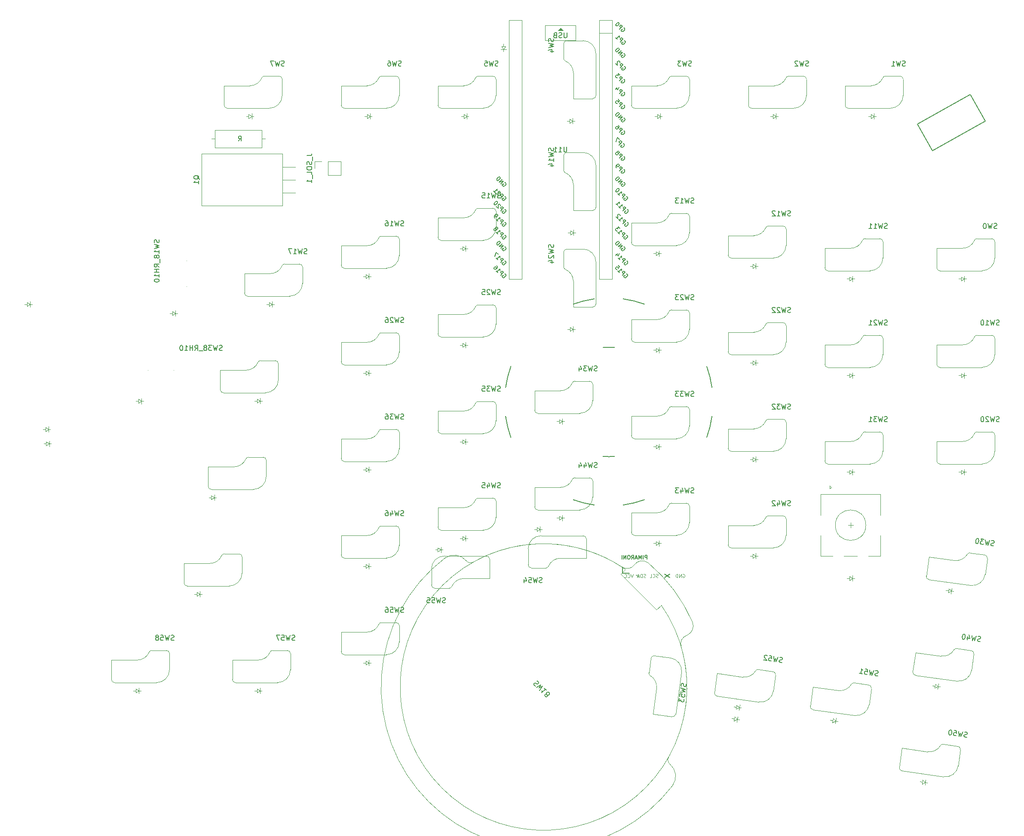
<source format=gbo>
%TF.GenerationSoftware,KiCad,Pcbnew,7.0.5-0*%
%TF.CreationDate,2023-07-26T18:11:08-07:00*%
%TF.ProjectId,ergodonk_simple,6572676f-646f-46e6-9b5f-73696d706c65,rev?*%
%TF.SameCoordinates,Original*%
%TF.FileFunction,Legend,Bot*%
%TF.FilePolarity,Positive*%
%FSLAX46Y46*%
G04 Gerber Fmt 4.6, Leading zero omitted, Abs format (unit mm)*
G04 Created by KiCad (PCBNEW 7.0.5-0) date 2023-07-26 18:11:08*
%MOMM*%
%LPD*%
G01*
G04 APERTURE LIST*
%ADD10C,0.150000*%
%ADD11C,0.100000*%
%ADD12C,0.120000*%
%ADD13C,0.200000*%
G04 APERTURE END LIST*
D10*
%TO.C,SW31*%
X225249523Y-102565200D02*
X225106666Y-102612819D01*
X225106666Y-102612819D02*
X224868571Y-102612819D01*
X224868571Y-102612819D02*
X224773333Y-102565200D01*
X224773333Y-102565200D02*
X224725714Y-102517580D01*
X224725714Y-102517580D02*
X224678095Y-102422342D01*
X224678095Y-102422342D02*
X224678095Y-102327104D01*
X224678095Y-102327104D02*
X224725714Y-102231866D01*
X224725714Y-102231866D02*
X224773333Y-102184247D01*
X224773333Y-102184247D02*
X224868571Y-102136628D01*
X224868571Y-102136628D02*
X225059047Y-102089009D01*
X225059047Y-102089009D02*
X225154285Y-102041390D01*
X225154285Y-102041390D02*
X225201904Y-101993771D01*
X225201904Y-101993771D02*
X225249523Y-101898533D01*
X225249523Y-101898533D02*
X225249523Y-101803295D01*
X225249523Y-101803295D02*
X225201904Y-101708057D01*
X225201904Y-101708057D02*
X225154285Y-101660438D01*
X225154285Y-101660438D02*
X225059047Y-101612819D01*
X225059047Y-101612819D02*
X224820952Y-101612819D01*
X224820952Y-101612819D02*
X224678095Y-101660438D01*
X224344761Y-101612819D02*
X224106666Y-102612819D01*
X224106666Y-102612819D02*
X223916190Y-101898533D01*
X223916190Y-101898533D02*
X223725714Y-102612819D01*
X223725714Y-102612819D02*
X223487619Y-101612819D01*
X223201904Y-101612819D02*
X222582857Y-101612819D01*
X222582857Y-101612819D02*
X222916190Y-101993771D01*
X222916190Y-101993771D02*
X222773333Y-101993771D01*
X222773333Y-101993771D02*
X222678095Y-102041390D01*
X222678095Y-102041390D02*
X222630476Y-102089009D01*
X222630476Y-102089009D02*
X222582857Y-102184247D01*
X222582857Y-102184247D02*
X222582857Y-102422342D01*
X222582857Y-102422342D02*
X222630476Y-102517580D01*
X222630476Y-102517580D02*
X222678095Y-102565200D01*
X222678095Y-102565200D02*
X222773333Y-102612819D01*
X222773333Y-102612819D02*
X223059047Y-102612819D01*
X223059047Y-102612819D02*
X223154285Y-102565200D01*
X223154285Y-102565200D02*
X223201904Y-102517580D01*
X221630476Y-102612819D02*
X222201904Y-102612819D01*
X221916190Y-102612819D02*
X221916190Y-101612819D01*
X221916190Y-101612819D02*
X222011428Y-101755676D01*
X222011428Y-101755676D02*
X222106666Y-101850914D01*
X222106666Y-101850914D02*
X222201904Y-101898533D01*
%TO.C,SW55*%
X138209523Y-138285200D02*
X138066666Y-138332819D01*
X138066666Y-138332819D02*
X137828571Y-138332819D01*
X137828571Y-138332819D02*
X137733333Y-138285200D01*
X137733333Y-138285200D02*
X137685714Y-138237580D01*
X137685714Y-138237580D02*
X137638095Y-138142342D01*
X137638095Y-138142342D02*
X137638095Y-138047104D01*
X137638095Y-138047104D02*
X137685714Y-137951866D01*
X137685714Y-137951866D02*
X137733333Y-137904247D01*
X137733333Y-137904247D02*
X137828571Y-137856628D01*
X137828571Y-137856628D02*
X138019047Y-137809009D01*
X138019047Y-137809009D02*
X138114285Y-137761390D01*
X138114285Y-137761390D02*
X138161904Y-137713771D01*
X138161904Y-137713771D02*
X138209523Y-137618533D01*
X138209523Y-137618533D02*
X138209523Y-137523295D01*
X138209523Y-137523295D02*
X138161904Y-137428057D01*
X138161904Y-137428057D02*
X138114285Y-137380438D01*
X138114285Y-137380438D02*
X138019047Y-137332819D01*
X138019047Y-137332819D02*
X137780952Y-137332819D01*
X137780952Y-137332819D02*
X137638095Y-137380438D01*
X137304761Y-137332819D02*
X137066666Y-138332819D01*
X137066666Y-138332819D02*
X136876190Y-137618533D01*
X136876190Y-137618533D02*
X136685714Y-138332819D01*
X136685714Y-138332819D02*
X136447619Y-137332819D01*
X135590476Y-137332819D02*
X136066666Y-137332819D01*
X136066666Y-137332819D02*
X136114285Y-137809009D01*
X136114285Y-137809009D02*
X136066666Y-137761390D01*
X136066666Y-137761390D02*
X135971428Y-137713771D01*
X135971428Y-137713771D02*
X135733333Y-137713771D01*
X135733333Y-137713771D02*
X135638095Y-137761390D01*
X135638095Y-137761390D02*
X135590476Y-137809009D01*
X135590476Y-137809009D02*
X135542857Y-137904247D01*
X135542857Y-137904247D02*
X135542857Y-138142342D01*
X135542857Y-138142342D02*
X135590476Y-138237580D01*
X135590476Y-138237580D02*
X135638095Y-138285200D01*
X135638095Y-138285200D02*
X135733333Y-138332819D01*
X135733333Y-138332819D02*
X135971428Y-138332819D01*
X135971428Y-138332819D02*
X136066666Y-138285200D01*
X136066666Y-138285200D02*
X136114285Y-138237580D01*
X134638095Y-137332819D02*
X135114285Y-137332819D01*
X135114285Y-137332819D02*
X135161904Y-137809009D01*
X135161904Y-137809009D02*
X135114285Y-137761390D01*
X135114285Y-137761390D02*
X135019047Y-137713771D01*
X135019047Y-137713771D02*
X134780952Y-137713771D01*
X134780952Y-137713771D02*
X134685714Y-137761390D01*
X134685714Y-137761390D02*
X134638095Y-137809009D01*
X134638095Y-137809009D02*
X134590476Y-137904247D01*
X134590476Y-137904247D02*
X134590476Y-138142342D01*
X134590476Y-138142342D02*
X134638095Y-138237580D01*
X134638095Y-138237580D02*
X134685714Y-138285200D01*
X134685714Y-138285200D02*
X134780952Y-138332819D01*
X134780952Y-138332819D02*
X135019047Y-138332819D01*
X135019047Y-138332819D02*
X135114285Y-138285200D01*
X135114285Y-138285200D02*
X135161904Y-138237580D01*
%TO.C,SW16*%
X129999523Y-63965200D02*
X129856666Y-64012819D01*
X129856666Y-64012819D02*
X129618571Y-64012819D01*
X129618571Y-64012819D02*
X129523333Y-63965200D01*
X129523333Y-63965200D02*
X129475714Y-63917580D01*
X129475714Y-63917580D02*
X129428095Y-63822342D01*
X129428095Y-63822342D02*
X129428095Y-63727104D01*
X129428095Y-63727104D02*
X129475714Y-63631866D01*
X129475714Y-63631866D02*
X129523333Y-63584247D01*
X129523333Y-63584247D02*
X129618571Y-63536628D01*
X129618571Y-63536628D02*
X129809047Y-63489009D01*
X129809047Y-63489009D02*
X129904285Y-63441390D01*
X129904285Y-63441390D02*
X129951904Y-63393771D01*
X129951904Y-63393771D02*
X129999523Y-63298533D01*
X129999523Y-63298533D02*
X129999523Y-63203295D01*
X129999523Y-63203295D02*
X129951904Y-63108057D01*
X129951904Y-63108057D02*
X129904285Y-63060438D01*
X129904285Y-63060438D02*
X129809047Y-63012819D01*
X129809047Y-63012819D02*
X129570952Y-63012819D01*
X129570952Y-63012819D02*
X129428095Y-63060438D01*
X129094761Y-63012819D02*
X128856666Y-64012819D01*
X128856666Y-64012819D02*
X128666190Y-63298533D01*
X128666190Y-63298533D02*
X128475714Y-64012819D01*
X128475714Y-64012819D02*
X128237619Y-63012819D01*
X127332857Y-64012819D02*
X127904285Y-64012819D01*
X127618571Y-64012819D02*
X127618571Y-63012819D01*
X127618571Y-63012819D02*
X127713809Y-63155676D01*
X127713809Y-63155676D02*
X127809047Y-63250914D01*
X127809047Y-63250914D02*
X127904285Y-63298533D01*
X126475714Y-63012819D02*
X126666190Y-63012819D01*
X126666190Y-63012819D02*
X126761428Y-63060438D01*
X126761428Y-63060438D02*
X126809047Y-63108057D01*
X126809047Y-63108057D02*
X126904285Y-63250914D01*
X126904285Y-63250914D02*
X126951904Y-63441390D01*
X126951904Y-63441390D02*
X126951904Y-63822342D01*
X126951904Y-63822342D02*
X126904285Y-63917580D01*
X126904285Y-63917580D02*
X126856666Y-63965200D01*
X126856666Y-63965200D02*
X126761428Y-64012819D01*
X126761428Y-64012819D02*
X126570952Y-64012819D01*
X126570952Y-64012819D02*
X126475714Y-63965200D01*
X126475714Y-63965200D02*
X126428095Y-63917580D01*
X126428095Y-63917580D02*
X126380476Y-63822342D01*
X126380476Y-63822342D02*
X126380476Y-63584247D01*
X126380476Y-63584247D02*
X126428095Y-63489009D01*
X126428095Y-63489009D02*
X126475714Y-63441390D01*
X126475714Y-63441390D02*
X126570952Y-63393771D01*
X126570952Y-63393771D02*
X126761428Y-63393771D01*
X126761428Y-63393771D02*
X126856666Y-63441390D01*
X126856666Y-63441390D02*
X126904285Y-63489009D01*
X126904285Y-63489009D02*
X126951904Y-63584247D01*
%TO.C,SW6*%
X129523332Y-32415200D02*
X129380475Y-32462819D01*
X129380475Y-32462819D02*
X129142380Y-32462819D01*
X129142380Y-32462819D02*
X129047142Y-32415200D01*
X129047142Y-32415200D02*
X128999523Y-32367580D01*
X128999523Y-32367580D02*
X128951904Y-32272342D01*
X128951904Y-32272342D02*
X128951904Y-32177104D01*
X128951904Y-32177104D02*
X128999523Y-32081866D01*
X128999523Y-32081866D02*
X129047142Y-32034247D01*
X129047142Y-32034247D02*
X129142380Y-31986628D01*
X129142380Y-31986628D02*
X129332856Y-31939009D01*
X129332856Y-31939009D02*
X129428094Y-31891390D01*
X129428094Y-31891390D02*
X129475713Y-31843771D01*
X129475713Y-31843771D02*
X129523332Y-31748533D01*
X129523332Y-31748533D02*
X129523332Y-31653295D01*
X129523332Y-31653295D02*
X129475713Y-31558057D01*
X129475713Y-31558057D02*
X129428094Y-31510438D01*
X129428094Y-31510438D02*
X129332856Y-31462819D01*
X129332856Y-31462819D02*
X129094761Y-31462819D01*
X129094761Y-31462819D02*
X128951904Y-31510438D01*
X128618570Y-31462819D02*
X128380475Y-32462819D01*
X128380475Y-32462819D02*
X128189999Y-31748533D01*
X128189999Y-31748533D02*
X127999523Y-32462819D01*
X127999523Y-32462819D02*
X127761428Y-31462819D01*
X126951904Y-31462819D02*
X127142380Y-31462819D01*
X127142380Y-31462819D02*
X127237618Y-31510438D01*
X127237618Y-31510438D02*
X127285237Y-31558057D01*
X127285237Y-31558057D02*
X127380475Y-31700914D01*
X127380475Y-31700914D02*
X127428094Y-31891390D01*
X127428094Y-31891390D02*
X127428094Y-32272342D01*
X127428094Y-32272342D02*
X127380475Y-32367580D01*
X127380475Y-32367580D02*
X127332856Y-32415200D01*
X127332856Y-32415200D02*
X127237618Y-32462819D01*
X127237618Y-32462819D02*
X127047142Y-32462819D01*
X127047142Y-32462819D02*
X126951904Y-32415200D01*
X126951904Y-32415200D02*
X126904285Y-32367580D01*
X126904285Y-32367580D02*
X126856666Y-32272342D01*
X126856666Y-32272342D02*
X126856666Y-32034247D01*
X126856666Y-32034247D02*
X126904285Y-31939009D01*
X126904285Y-31939009D02*
X126951904Y-31891390D01*
X126951904Y-31891390D02*
X127047142Y-31843771D01*
X127047142Y-31843771D02*
X127237618Y-31843771D01*
X127237618Y-31843771D02*
X127332856Y-31891390D01*
X127332856Y-31891390D02*
X127380475Y-31939009D01*
X127380475Y-31939009D02*
X127428094Y-32034247D01*
%TO.C,SW14*%
X159467200Y-48638476D02*
X159514819Y-48781333D01*
X159514819Y-48781333D02*
X159514819Y-49019428D01*
X159514819Y-49019428D02*
X159467200Y-49114666D01*
X159467200Y-49114666D02*
X159419580Y-49162285D01*
X159419580Y-49162285D02*
X159324342Y-49209904D01*
X159324342Y-49209904D02*
X159229104Y-49209904D01*
X159229104Y-49209904D02*
X159133866Y-49162285D01*
X159133866Y-49162285D02*
X159086247Y-49114666D01*
X159086247Y-49114666D02*
X159038628Y-49019428D01*
X159038628Y-49019428D02*
X158991009Y-48828952D01*
X158991009Y-48828952D02*
X158943390Y-48733714D01*
X158943390Y-48733714D02*
X158895771Y-48686095D01*
X158895771Y-48686095D02*
X158800533Y-48638476D01*
X158800533Y-48638476D02*
X158705295Y-48638476D01*
X158705295Y-48638476D02*
X158610057Y-48686095D01*
X158610057Y-48686095D02*
X158562438Y-48733714D01*
X158562438Y-48733714D02*
X158514819Y-48828952D01*
X158514819Y-48828952D02*
X158514819Y-49067047D01*
X158514819Y-49067047D02*
X158562438Y-49209904D01*
X158514819Y-49543238D02*
X159514819Y-49781333D01*
X159514819Y-49781333D02*
X158800533Y-49971809D01*
X158800533Y-49971809D02*
X159514819Y-50162285D01*
X159514819Y-50162285D02*
X158514819Y-50400381D01*
X159514819Y-51305142D02*
X159514819Y-50733714D01*
X159514819Y-51019428D02*
X158514819Y-51019428D01*
X158514819Y-51019428D02*
X158657676Y-50924190D01*
X158657676Y-50924190D02*
X158752914Y-50828952D01*
X158752914Y-50828952D02*
X158800533Y-50733714D01*
X158848152Y-52162285D02*
X159514819Y-52162285D01*
X158467200Y-51924190D02*
X159181485Y-51686095D01*
X159181485Y-51686095D02*
X159181485Y-52305142D01*
%TO.C,SW43*%
X187149523Y-116615200D02*
X187006666Y-116662819D01*
X187006666Y-116662819D02*
X186768571Y-116662819D01*
X186768571Y-116662819D02*
X186673333Y-116615200D01*
X186673333Y-116615200D02*
X186625714Y-116567580D01*
X186625714Y-116567580D02*
X186578095Y-116472342D01*
X186578095Y-116472342D02*
X186578095Y-116377104D01*
X186578095Y-116377104D02*
X186625714Y-116281866D01*
X186625714Y-116281866D02*
X186673333Y-116234247D01*
X186673333Y-116234247D02*
X186768571Y-116186628D01*
X186768571Y-116186628D02*
X186959047Y-116139009D01*
X186959047Y-116139009D02*
X187054285Y-116091390D01*
X187054285Y-116091390D02*
X187101904Y-116043771D01*
X187101904Y-116043771D02*
X187149523Y-115948533D01*
X187149523Y-115948533D02*
X187149523Y-115853295D01*
X187149523Y-115853295D02*
X187101904Y-115758057D01*
X187101904Y-115758057D02*
X187054285Y-115710438D01*
X187054285Y-115710438D02*
X186959047Y-115662819D01*
X186959047Y-115662819D02*
X186720952Y-115662819D01*
X186720952Y-115662819D02*
X186578095Y-115710438D01*
X186244761Y-115662819D02*
X186006666Y-116662819D01*
X186006666Y-116662819D02*
X185816190Y-115948533D01*
X185816190Y-115948533D02*
X185625714Y-116662819D01*
X185625714Y-116662819D02*
X185387619Y-115662819D01*
X184578095Y-115996152D02*
X184578095Y-116662819D01*
X184816190Y-115615200D02*
X185054285Y-116329485D01*
X185054285Y-116329485D02*
X184435238Y-116329485D01*
X184149523Y-115662819D02*
X183530476Y-115662819D01*
X183530476Y-115662819D02*
X183863809Y-116043771D01*
X183863809Y-116043771D02*
X183720952Y-116043771D01*
X183720952Y-116043771D02*
X183625714Y-116091390D01*
X183625714Y-116091390D02*
X183578095Y-116139009D01*
X183578095Y-116139009D02*
X183530476Y-116234247D01*
X183530476Y-116234247D02*
X183530476Y-116472342D01*
X183530476Y-116472342D02*
X183578095Y-116567580D01*
X183578095Y-116567580D02*
X183625714Y-116615200D01*
X183625714Y-116615200D02*
X183720952Y-116662819D01*
X183720952Y-116662819D02*
X184006666Y-116662819D01*
X184006666Y-116662819D02*
X184101904Y-116615200D01*
X184101904Y-116615200D02*
X184149523Y-116567580D01*
%TO.C,SW50*%
X240888976Y-164790295D02*
X240740882Y-164817568D01*
X240740882Y-164817568D02*
X240505104Y-164784432D01*
X240505104Y-164784432D02*
X240417420Y-164724022D01*
X240417420Y-164724022D02*
X240376891Y-164670239D01*
X240376891Y-164670239D02*
X240342990Y-164569300D01*
X240342990Y-164569300D02*
X240356245Y-164474989D01*
X240356245Y-164474989D02*
X240416655Y-164387305D01*
X240416655Y-164387305D02*
X240470438Y-164346777D01*
X240470438Y-164346777D02*
X240571376Y-164312876D01*
X240571376Y-164312876D02*
X240766626Y-164292229D01*
X240766626Y-164292229D02*
X240867565Y-164258328D01*
X240867565Y-164258328D02*
X240921348Y-164217800D01*
X240921348Y-164217800D02*
X240981758Y-164130116D01*
X240981758Y-164130116D02*
X240995013Y-164035805D01*
X240995013Y-164035805D02*
X240961111Y-163934866D01*
X240961111Y-163934866D02*
X240920583Y-163881083D01*
X240920583Y-163881083D02*
X240832899Y-163820673D01*
X240832899Y-163820673D02*
X240597121Y-163787537D01*
X240597121Y-163787537D02*
X240449027Y-163814810D01*
X240125565Y-163721264D02*
X239750614Y-164678395D01*
X239750614Y-164678395D02*
X239661400Y-163944552D01*
X239661400Y-163944552D02*
X239373369Y-164625377D01*
X239373369Y-164625377D02*
X239276764Y-163601972D01*
X238427963Y-163482681D02*
X238899519Y-163548954D01*
X238899519Y-163548954D02*
X238880401Y-164027138D01*
X238880401Y-164027138D02*
X238839873Y-163973355D01*
X238839873Y-163973355D02*
X238752189Y-163912945D01*
X238752189Y-163912945D02*
X238516411Y-163879808D01*
X238516411Y-163879808D02*
X238415473Y-163913709D01*
X238415473Y-163913709D02*
X238361690Y-163954238D01*
X238361690Y-163954238D02*
X238301279Y-164041921D01*
X238301279Y-164041921D02*
X238268143Y-164277700D01*
X238268143Y-164277700D02*
X238302044Y-164378638D01*
X238302044Y-164378638D02*
X238342572Y-164432421D01*
X238342572Y-164432421D02*
X238430256Y-164492831D01*
X238430256Y-164492831D02*
X238666034Y-164525968D01*
X238666034Y-164525968D02*
X238766973Y-164492067D01*
X238766973Y-164492067D02*
X238820756Y-164451538D01*
X237767784Y-163389899D02*
X237673473Y-163376645D01*
X237673473Y-163376645D02*
X237572534Y-163410546D01*
X237572534Y-163410546D02*
X237518751Y-163451074D01*
X237518751Y-163451074D02*
X237458341Y-163538758D01*
X237458341Y-163538758D02*
X237384676Y-163720753D01*
X237384676Y-163720753D02*
X237351540Y-163956531D01*
X237351540Y-163956531D02*
X237372186Y-164151781D01*
X237372186Y-164151781D02*
X237406087Y-164252720D01*
X237406087Y-164252720D02*
X237446615Y-164306502D01*
X237446615Y-164306502D02*
X237534299Y-164366913D01*
X237534299Y-164366913D02*
X237628611Y-164380167D01*
X237628611Y-164380167D02*
X237729549Y-164346266D01*
X237729549Y-164346266D02*
X237783332Y-164305738D01*
X237783332Y-164305738D02*
X237843742Y-164218054D01*
X237843742Y-164218054D02*
X237917407Y-164036059D01*
X237917407Y-164036059D02*
X237950544Y-163800281D01*
X237950544Y-163800281D02*
X237929897Y-163605031D01*
X237929897Y-163605031D02*
X237895996Y-163504092D01*
X237895996Y-163504092D02*
X237855468Y-163450309D01*
X237855468Y-163450309D02*
X237767784Y-163389899D01*
%TO.C,SW22*%
X206199523Y-81015200D02*
X206056666Y-81062819D01*
X206056666Y-81062819D02*
X205818571Y-81062819D01*
X205818571Y-81062819D02*
X205723333Y-81015200D01*
X205723333Y-81015200D02*
X205675714Y-80967580D01*
X205675714Y-80967580D02*
X205628095Y-80872342D01*
X205628095Y-80872342D02*
X205628095Y-80777104D01*
X205628095Y-80777104D02*
X205675714Y-80681866D01*
X205675714Y-80681866D02*
X205723333Y-80634247D01*
X205723333Y-80634247D02*
X205818571Y-80586628D01*
X205818571Y-80586628D02*
X206009047Y-80539009D01*
X206009047Y-80539009D02*
X206104285Y-80491390D01*
X206104285Y-80491390D02*
X206151904Y-80443771D01*
X206151904Y-80443771D02*
X206199523Y-80348533D01*
X206199523Y-80348533D02*
X206199523Y-80253295D01*
X206199523Y-80253295D02*
X206151904Y-80158057D01*
X206151904Y-80158057D02*
X206104285Y-80110438D01*
X206104285Y-80110438D02*
X206009047Y-80062819D01*
X206009047Y-80062819D02*
X205770952Y-80062819D01*
X205770952Y-80062819D02*
X205628095Y-80110438D01*
X205294761Y-80062819D02*
X205056666Y-81062819D01*
X205056666Y-81062819D02*
X204866190Y-80348533D01*
X204866190Y-80348533D02*
X204675714Y-81062819D01*
X204675714Y-81062819D02*
X204437619Y-80062819D01*
X204104285Y-80158057D02*
X204056666Y-80110438D01*
X204056666Y-80110438D02*
X203961428Y-80062819D01*
X203961428Y-80062819D02*
X203723333Y-80062819D01*
X203723333Y-80062819D02*
X203628095Y-80110438D01*
X203628095Y-80110438D02*
X203580476Y-80158057D01*
X203580476Y-80158057D02*
X203532857Y-80253295D01*
X203532857Y-80253295D02*
X203532857Y-80348533D01*
X203532857Y-80348533D02*
X203580476Y-80491390D01*
X203580476Y-80491390D02*
X204151904Y-81062819D01*
X204151904Y-81062819D02*
X203532857Y-81062819D01*
X203151904Y-80158057D02*
X203104285Y-80110438D01*
X203104285Y-80110438D02*
X203009047Y-80062819D01*
X203009047Y-80062819D02*
X202770952Y-80062819D01*
X202770952Y-80062819D02*
X202675714Y-80110438D01*
X202675714Y-80110438D02*
X202628095Y-80158057D01*
X202628095Y-80158057D02*
X202580476Y-80253295D01*
X202580476Y-80253295D02*
X202580476Y-80348533D01*
X202580476Y-80348533D02*
X202628095Y-80491390D01*
X202628095Y-80491390D02*
X203199523Y-81062819D01*
X203199523Y-81062819D02*
X202580476Y-81062819D01*
%TO.C,SW4*%
X159467200Y-27064667D02*
X159514819Y-27207524D01*
X159514819Y-27207524D02*
X159514819Y-27445619D01*
X159514819Y-27445619D02*
X159467200Y-27540857D01*
X159467200Y-27540857D02*
X159419580Y-27588476D01*
X159419580Y-27588476D02*
X159324342Y-27636095D01*
X159324342Y-27636095D02*
X159229104Y-27636095D01*
X159229104Y-27636095D02*
X159133866Y-27588476D01*
X159133866Y-27588476D02*
X159086247Y-27540857D01*
X159086247Y-27540857D02*
X159038628Y-27445619D01*
X159038628Y-27445619D02*
X158991009Y-27255143D01*
X158991009Y-27255143D02*
X158943390Y-27159905D01*
X158943390Y-27159905D02*
X158895771Y-27112286D01*
X158895771Y-27112286D02*
X158800533Y-27064667D01*
X158800533Y-27064667D02*
X158705295Y-27064667D01*
X158705295Y-27064667D02*
X158610057Y-27112286D01*
X158610057Y-27112286D02*
X158562438Y-27159905D01*
X158562438Y-27159905D02*
X158514819Y-27255143D01*
X158514819Y-27255143D02*
X158514819Y-27493238D01*
X158514819Y-27493238D02*
X158562438Y-27636095D01*
X158514819Y-27969429D02*
X159514819Y-28207524D01*
X159514819Y-28207524D02*
X158800533Y-28398000D01*
X158800533Y-28398000D02*
X159514819Y-28588476D01*
X159514819Y-28588476D02*
X158514819Y-28826572D01*
X158848152Y-29636095D02*
X159514819Y-29636095D01*
X158467200Y-29398000D02*
X159181485Y-29159905D01*
X159181485Y-29159905D02*
X159181485Y-29778952D01*
%TO.C,SW7*%
X106473332Y-32415200D02*
X106330475Y-32462819D01*
X106330475Y-32462819D02*
X106092380Y-32462819D01*
X106092380Y-32462819D02*
X105997142Y-32415200D01*
X105997142Y-32415200D02*
X105949523Y-32367580D01*
X105949523Y-32367580D02*
X105901904Y-32272342D01*
X105901904Y-32272342D02*
X105901904Y-32177104D01*
X105901904Y-32177104D02*
X105949523Y-32081866D01*
X105949523Y-32081866D02*
X105997142Y-32034247D01*
X105997142Y-32034247D02*
X106092380Y-31986628D01*
X106092380Y-31986628D02*
X106282856Y-31939009D01*
X106282856Y-31939009D02*
X106378094Y-31891390D01*
X106378094Y-31891390D02*
X106425713Y-31843771D01*
X106425713Y-31843771D02*
X106473332Y-31748533D01*
X106473332Y-31748533D02*
X106473332Y-31653295D01*
X106473332Y-31653295D02*
X106425713Y-31558057D01*
X106425713Y-31558057D02*
X106378094Y-31510438D01*
X106378094Y-31510438D02*
X106282856Y-31462819D01*
X106282856Y-31462819D02*
X106044761Y-31462819D01*
X106044761Y-31462819D02*
X105901904Y-31510438D01*
X105568570Y-31462819D02*
X105330475Y-32462819D01*
X105330475Y-32462819D02*
X105139999Y-31748533D01*
X105139999Y-31748533D02*
X104949523Y-32462819D01*
X104949523Y-32462819D02*
X104711428Y-31462819D01*
X104425713Y-31462819D02*
X103759047Y-31462819D01*
X103759047Y-31462819D02*
X104187618Y-32462819D01*
%TO.C,SW52*%
X204486037Y-150056442D02*
X204337943Y-150083715D01*
X204337943Y-150083715D02*
X204102165Y-150050579D01*
X204102165Y-150050579D02*
X204014481Y-149990169D01*
X204014481Y-149990169D02*
X203973952Y-149936386D01*
X203973952Y-149936386D02*
X203940051Y-149835447D01*
X203940051Y-149835447D02*
X203953306Y-149741136D01*
X203953306Y-149741136D02*
X204013716Y-149653452D01*
X204013716Y-149653452D02*
X204067499Y-149612924D01*
X204067499Y-149612924D02*
X204168437Y-149579023D01*
X204168437Y-149579023D02*
X204363687Y-149558376D01*
X204363687Y-149558376D02*
X204464626Y-149524475D01*
X204464626Y-149524475D02*
X204518409Y-149483947D01*
X204518409Y-149483947D02*
X204578819Y-149396263D01*
X204578819Y-149396263D02*
X204592074Y-149301952D01*
X204592074Y-149301952D02*
X204558172Y-149201013D01*
X204558172Y-149201013D02*
X204517644Y-149147230D01*
X204517644Y-149147230D02*
X204429960Y-149086820D01*
X204429960Y-149086820D02*
X204194182Y-149053684D01*
X204194182Y-149053684D02*
X204046088Y-149080957D01*
X203722626Y-148987411D02*
X203347675Y-149944542D01*
X203347675Y-149944542D02*
X203258461Y-149210699D01*
X203258461Y-149210699D02*
X202970430Y-149891524D01*
X202970430Y-149891524D02*
X202873825Y-148868119D01*
X202025024Y-148748828D02*
X202496580Y-148815101D01*
X202496580Y-148815101D02*
X202477462Y-149293285D01*
X202477462Y-149293285D02*
X202436934Y-149239502D01*
X202436934Y-149239502D02*
X202349250Y-149179092D01*
X202349250Y-149179092D02*
X202113472Y-149145955D01*
X202113472Y-149145955D02*
X202012534Y-149179856D01*
X202012534Y-149179856D02*
X201958751Y-149220385D01*
X201958751Y-149220385D02*
X201898340Y-149308068D01*
X201898340Y-149308068D02*
X201865204Y-149543847D01*
X201865204Y-149543847D02*
X201899105Y-149644785D01*
X201899105Y-149644785D02*
X201939633Y-149698568D01*
X201939633Y-149698568D02*
X202027317Y-149758978D01*
X202027317Y-149758978D02*
X202263095Y-149792115D01*
X202263095Y-149792115D02*
X202364034Y-149758214D01*
X202364034Y-149758214D02*
X202417817Y-149717685D01*
X201587368Y-148783494D02*
X201546840Y-148729711D01*
X201546840Y-148729711D02*
X201459156Y-148669301D01*
X201459156Y-148669301D02*
X201223378Y-148636164D01*
X201223378Y-148636164D02*
X201122439Y-148670065D01*
X201122439Y-148670065D02*
X201068656Y-148710594D01*
X201068656Y-148710594D02*
X201008246Y-148798278D01*
X201008246Y-148798278D02*
X200994992Y-148892589D01*
X200994992Y-148892589D02*
X201022265Y-149040683D01*
X201022265Y-149040683D02*
X201508605Y-149686078D01*
X201508605Y-149686078D02*
X200895582Y-149599923D01*
%TO.C,SW44*%
X168099523Y-111615200D02*
X167956666Y-111662819D01*
X167956666Y-111662819D02*
X167718571Y-111662819D01*
X167718571Y-111662819D02*
X167623333Y-111615200D01*
X167623333Y-111615200D02*
X167575714Y-111567580D01*
X167575714Y-111567580D02*
X167528095Y-111472342D01*
X167528095Y-111472342D02*
X167528095Y-111377104D01*
X167528095Y-111377104D02*
X167575714Y-111281866D01*
X167575714Y-111281866D02*
X167623333Y-111234247D01*
X167623333Y-111234247D02*
X167718571Y-111186628D01*
X167718571Y-111186628D02*
X167909047Y-111139009D01*
X167909047Y-111139009D02*
X168004285Y-111091390D01*
X168004285Y-111091390D02*
X168051904Y-111043771D01*
X168051904Y-111043771D02*
X168099523Y-110948533D01*
X168099523Y-110948533D02*
X168099523Y-110853295D01*
X168099523Y-110853295D02*
X168051904Y-110758057D01*
X168051904Y-110758057D02*
X168004285Y-110710438D01*
X168004285Y-110710438D02*
X167909047Y-110662819D01*
X167909047Y-110662819D02*
X167670952Y-110662819D01*
X167670952Y-110662819D02*
X167528095Y-110710438D01*
X167194761Y-110662819D02*
X166956666Y-111662819D01*
X166956666Y-111662819D02*
X166766190Y-110948533D01*
X166766190Y-110948533D02*
X166575714Y-111662819D01*
X166575714Y-111662819D02*
X166337619Y-110662819D01*
X165528095Y-110996152D02*
X165528095Y-111662819D01*
X165766190Y-110615200D02*
X166004285Y-111329485D01*
X166004285Y-111329485D02*
X165385238Y-111329485D01*
X164575714Y-110996152D02*
X164575714Y-111662819D01*
X164813809Y-110615200D02*
X165051904Y-111329485D01*
X165051904Y-111329485D02*
X164432857Y-111329485D01*
%TO.C,SW26*%
X129999523Y-83015200D02*
X129856666Y-83062819D01*
X129856666Y-83062819D02*
X129618571Y-83062819D01*
X129618571Y-83062819D02*
X129523333Y-83015200D01*
X129523333Y-83015200D02*
X129475714Y-82967580D01*
X129475714Y-82967580D02*
X129428095Y-82872342D01*
X129428095Y-82872342D02*
X129428095Y-82777104D01*
X129428095Y-82777104D02*
X129475714Y-82681866D01*
X129475714Y-82681866D02*
X129523333Y-82634247D01*
X129523333Y-82634247D02*
X129618571Y-82586628D01*
X129618571Y-82586628D02*
X129809047Y-82539009D01*
X129809047Y-82539009D02*
X129904285Y-82491390D01*
X129904285Y-82491390D02*
X129951904Y-82443771D01*
X129951904Y-82443771D02*
X129999523Y-82348533D01*
X129999523Y-82348533D02*
X129999523Y-82253295D01*
X129999523Y-82253295D02*
X129951904Y-82158057D01*
X129951904Y-82158057D02*
X129904285Y-82110438D01*
X129904285Y-82110438D02*
X129809047Y-82062819D01*
X129809047Y-82062819D02*
X129570952Y-82062819D01*
X129570952Y-82062819D02*
X129428095Y-82110438D01*
X129094761Y-82062819D02*
X128856666Y-83062819D01*
X128856666Y-83062819D02*
X128666190Y-82348533D01*
X128666190Y-82348533D02*
X128475714Y-83062819D01*
X128475714Y-83062819D02*
X128237619Y-82062819D01*
X127904285Y-82158057D02*
X127856666Y-82110438D01*
X127856666Y-82110438D02*
X127761428Y-82062819D01*
X127761428Y-82062819D02*
X127523333Y-82062819D01*
X127523333Y-82062819D02*
X127428095Y-82110438D01*
X127428095Y-82110438D02*
X127380476Y-82158057D01*
X127380476Y-82158057D02*
X127332857Y-82253295D01*
X127332857Y-82253295D02*
X127332857Y-82348533D01*
X127332857Y-82348533D02*
X127380476Y-82491390D01*
X127380476Y-82491390D02*
X127951904Y-83062819D01*
X127951904Y-83062819D02*
X127332857Y-83062819D01*
X126475714Y-82062819D02*
X126666190Y-82062819D01*
X126666190Y-82062819D02*
X126761428Y-82110438D01*
X126761428Y-82110438D02*
X126809047Y-82158057D01*
X126809047Y-82158057D02*
X126904285Y-82300914D01*
X126904285Y-82300914D02*
X126951904Y-82491390D01*
X126951904Y-82491390D02*
X126951904Y-82872342D01*
X126951904Y-82872342D02*
X126904285Y-82967580D01*
X126904285Y-82967580D02*
X126856666Y-83015200D01*
X126856666Y-83015200D02*
X126761428Y-83062819D01*
X126761428Y-83062819D02*
X126570952Y-83062819D01*
X126570952Y-83062819D02*
X126475714Y-83015200D01*
X126475714Y-83015200D02*
X126428095Y-82967580D01*
X126428095Y-82967580D02*
X126380476Y-82872342D01*
X126380476Y-82872342D02*
X126380476Y-82634247D01*
X126380476Y-82634247D02*
X126428095Y-82539009D01*
X126428095Y-82539009D02*
X126475714Y-82491390D01*
X126475714Y-82491390D02*
X126570952Y-82443771D01*
X126570952Y-82443771D02*
X126761428Y-82443771D01*
X126761428Y-82443771D02*
X126856666Y-82491390D01*
X126856666Y-82491390D02*
X126904285Y-82539009D01*
X126904285Y-82539009D02*
X126951904Y-82634247D01*
%TO.C,SW56*%
X129999523Y-140165200D02*
X129856666Y-140212819D01*
X129856666Y-140212819D02*
X129618571Y-140212819D01*
X129618571Y-140212819D02*
X129523333Y-140165200D01*
X129523333Y-140165200D02*
X129475714Y-140117580D01*
X129475714Y-140117580D02*
X129428095Y-140022342D01*
X129428095Y-140022342D02*
X129428095Y-139927104D01*
X129428095Y-139927104D02*
X129475714Y-139831866D01*
X129475714Y-139831866D02*
X129523333Y-139784247D01*
X129523333Y-139784247D02*
X129618571Y-139736628D01*
X129618571Y-139736628D02*
X129809047Y-139689009D01*
X129809047Y-139689009D02*
X129904285Y-139641390D01*
X129904285Y-139641390D02*
X129951904Y-139593771D01*
X129951904Y-139593771D02*
X129999523Y-139498533D01*
X129999523Y-139498533D02*
X129999523Y-139403295D01*
X129999523Y-139403295D02*
X129951904Y-139308057D01*
X129951904Y-139308057D02*
X129904285Y-139260438D01*
X129904285Y-139260438D02*
X129809047Y-139212819D01*
X129809047Y-139212819D02*
X129570952Y-139212819D01*
X129570952Y-139212819D02*
X129428095Y-139260438D01*
X129094761Y-139212819D02*
X128856666Y-140212819D01*
X128856666Y-140212819D02*
X128666190Y-139498533D01*
X128666190Y-139498533D02*
X128475714Y-140212819D01*
X128475714Y-140212819D02*
X128237619Y-139212819D01*
X127380476Y-139212819D02*
X127856666Y-139212819D01*
X127856666Y-139212819D02*
X127904285Y-139689009D01*
X127904285Y-139689009D02*
X127856666Y-139641390D01*
X127856666Y-139641390D02*
X127761428Y-139593771D01*
X127761428Y-139593771D02*
X127523333Y-139593771D01*
X127523333Y-139593771D02*
X127428095Y-139641390D01*
X127428095Y-139641390D02*
X127380476Y-139689009D01*
X127380476Y-139689009D02*
X127332857Y-139784247D01*
X127332857Y-139784247D02*
X127332857Y-140022342D01*
X127332857Y-140022342D02*
X127380476Y-140117580D01*
X127380476Y-140117580D02*
X127428095Y-140165200D01*
X127428095Y-140165200D02*
X127523333Y-140212819D01*
X127523333Y-140212819D02*
X127761428Y-140212819D01*
X127761428Y-140212819D02*
X127856666Y-140165200D01*
X127856666Y-140165200D02*
X127904285Y-140117580D01*
X126475714Y-139212819D02*
X126666190Y-139212819D01*
X126666190Y-139212819D02*
X126761428Y-139260438D01*
X126761428Y-139260438D02*
X126809047Y-139308057D01*
X126809047Y-139308057D02*
X126904285Y-139450914D01*
X126904285Y-139450914D02*
X126951904Y-139641390D01*
X126951904Y-139641390D02*
X126951904Y-140022342D01*
X126951904Y-140022342D02*
X126904285Y-140117580D01*
X126904285Y-140117580D02*
X126856666Y-140165200D01*
X126856666Y-140165200D02*
X126761428Y-140212819D01*
X126761428Y-140212819D02*
X126570952Y-140212819D01*
X126570952Y-140212819D02*
X126475714Y-140165200D01*
X126475714Y-140165200D02*
X126428095Y-140117580D01*
X126428095Y-140117580D02*
X126380476Y-140022342D01*
X126380476Y-140022342D02*
X126380476Y-139784247D01*
X126380476Y-139784247D02*
X126428095Y-139689009D01*
X126428095Y-139689009D02*
X126475714Y-139641390D01*
X126475714Y-139641390D02*
X126570952Y-139593771D01*
X126570952Y-139593771D02*
X126761428Y-139593771D01*
X126761428Y-139593771D02*
X126856666Y-139641390D01*
X126856666Y-139641390D02*
X126904285Y-139689009D01*
X126904285Y-139689009D02*
X126951904Y-139784247D01*
%TO.C,SW46*%
X129999523Y-121115200D02*
X129856666Y-121162819D01*
X129856666Y-121162819D02*
X129618571Y-121162819D01*
X129618571Y-121162819D02*
X129523333Y-121115200D01*
X129523333Y-121115200D02*
X129475714Y-121067580D01*
X129475714Y-121067580D02*
X129428095Y-120972342D01*
X129428095Y-120972342D02*
X129428095Y-120877104D01*
X129428095Y-120877104D02*
X129475714Y-120781866D01*
X129475714Y-120781866D02*
X129523333Y-120734247D01*
X129523333Y-120734247D02*
X129618571Y-120686628D01*
X129618571Y-120686628D02*
X129809047Y-120639009D01*
X129809047Y-120639009D02*
X129904285Y-120591390D01*
X129904285Y-120591390D02*
X129951904Y-120543771D01*
X129951904Y-120543771D02*
X129999523Y-120448533D01*
X129999523Y-120448533D02*
X129999523Y-120353295D01*
X129999523Y-120353295D02*
X129951904Y-120258057D01*
X129951904Y-120258057D02*
X129904285Y-120210438D01*
X129904285Y-120210438D02*
X129809047Y-120162819D01*
X129809047Y-120162819D02*
X129570952Y-120162819D01*
X129570952Y-120162819D02*
X129428095Y-120210438D01*
X129094761Y-120162819D02*
X128856666Y-121162819D01*
X128856666Y-121162819D02*
X128666190Y-120448533D01*
X128666190Y-120448533D02*
X128475714Y-121162819D01*
X128475714Y-121162819D02*
X128237619Y-120162819D01*
X127428095Y-120496152D02*
X127428095Y-121162819D01*
X127666190Y-120115200D02*
X127904285Y-120829485D01*
X127904285Y-120829485D02*
X127285238Y-120829485D01*
X126475714Y-120162819D02*
X126666190Y-120162819D01*
X126666190Y-120162819D02*
X126761428Y-120210438D01*
X126761428Y-120210438D02*
X126809047Y-120258057D01*
X126809047Y-120258057D02*
X126904285Y-120400914D01*
X126904285Y-120400914D02*
X126951904Y-120591390D01*
X126951904Y-120591390D02*
X126951904Y-120972342D01*
X126951904Y-120972342D02*
X126904285Y-121067580D01*
X126904285Y-121067580D02*
X126856666Y-121115200D01*
X126856666Y-121115200D02*
X126761428Y-121162819D01*
X126761428Y-121162819D02*
X126570952Y-121162819D01*
X126570952Y-121162819D02*
X126475714Y-121115200D01*
X126475714Y-121115200D02*
X126428095Y-121067580D01*
X126428095Y-121067580D02*
X126380476Y-120972342D01*
X126380476Y-120972342D02*
X126380476Y-120734247D01*
X126380476Y-120734247D02*
X126428095Y-120639009D01*
X126428095Y-120639009D02*
X126475714Y-120591390D01*
X126475714Y-120591390D02*
X126570952Y-120543771D01*
X126570952Y-120543771D02*
X126761428Y-120543771D01*
X126761428Y-120543771D02*
X126856666Y-120591390D01*
X126856666Y-120591390D02*
X126904285Y-120639009D01*
X126904285Y-120639009D02*
X126951904Y-120734247D01*
%TO.C,SW5*%
X148573332Y-32415200D02*
X148430475Y-32462819D01*
X148430475Y-32462819D02*
X148192380Y-32462819D01*
X148192380Y-32462819D02*
X148097142Y-32415200D01*
X148097142Y-32415200D02*
X148049523Y-32367580D01*
X148049523Y-32367580D02*
X148001904Y-32272342D01*
X148001904Y-32272342D02*
X148001904Y-32177104D01*
X148001904Y-32177104D02*
X148049523Y-32081866D01*
X148049523Y-32081866D02*
X148097142Y-32034247D01*
X148097142Y-32034247D02*
X148192380Y-31986628D01*
X148192380Y-31986628D02*
X148382856Y-31939009D01*
X148382856Y-31939009D02*
X148478094Y-31891390D01*
X148478094Y-31891390D02*
X148525713Y-31843771D01*
X148525713Y-31843771D02*
X148573332Y-31748533D01*
X148573332Y-31748533D02*
X148573332Y-31653295D01*
X148573332Y-31653295D02*
X148525713Y-31558057D01*
X148525713Y-31558057D02*
X148478094Y-31510438D01*
X148478094Y-31510438D02*
X148382856Y-31462819D01*
X148382856Y-31462819D02*
X148144761Y-31462819D01*
X148144761Y-31462819D02*
X148001904Y-31510438D01*
X147668570Y-31462819D02*
X147430475Y-32462819D01*
X147430475Y-32462819D02*
X147239999Y-31748533D01*
X147239999Y-31748533D02*
X147049523Y-32462819D01*
X147049523Y-32462819D02*
X146811428Y-31462819D01*
X145954285Y-31462819D02*
X146430475Y-31462819D01*
X146430475Y-31462819D02*
X146478094Y-31939009D01*
X146478094Y-31939009D02*
X146430475Y-31891390D01*
X146430475Y-31891390D02*
X146335237Y-31843771D01*
X146335237Y-31843771D02*
X146097142Y-31843771D01*
X146097142Y-31843771D02*
X146001904Y-31891390D01*
X146001904Y-31891390D02*
X145954285Y-31939009D01*
X145954285Y-31939009D02*
X145906666Y-32034247D01*
X145906666Y-32034247D02*
X145906666Y-32272342D01*
X145906666Y-32272342D02*
X145954285Y-32367580D01*
X145954285Y-32367580D02*
X146001904Y-32415200D01*
X146001904Y-32415200D02*
X146097142Y-32462819D01*
X146097142Y-32462819D02*
X146335237Y-32462819D01*
X146335237Y-32462819D02*
X146430475Y-32415200D01*
X146430475Y-32415200D02*
X146478094Y-32367580D01*
%TO.C,SW10*%
X247299523Y-83515200D02*
X247156666Y-83562819D01*
X247156666Y-83562819D02*
X246918571Y-83562819D01*
X246918571Y-83562819D02*
X246823333Y-83515200D01*
X246823333Y-83515200D02*
X246775714Y-83467580D01*
X246775714Y-83467580D02*
X246728095Y-83372342D01*
X246728095Y-83372342D02*
X246728095Y-83277104D01*
X246728095Y-83277104D02*
X246775714Y-83181866D01*
X246775714Y-83181866D02*
X246823333Y-83134247D01*
X246823333Y-83134247D02*
X246918571Y-83086628D01*
X246918571Y-83086628D02*
X247109047Y-83039009D01*
X247109047Y-83039009D02*
X247204285Y-82991390D01*
X247204285Y-82991390D02*
X247251904Y-82943771D01*
X247251904Y-82943771D02*
X247299523Y-82848533D01*
X247299523Y-82848533D02*
X247299523Y-82753295D01*
X247299523Y-82753295D02*
X247251904Y-82658057D01*
X247251904Y-82658057D02*
X247204285Y-82610438D01*
X247204285Y-82610438D02*
X247109047Y-82562819D01*
X247109047Y-82562819D02*
X246870952Y-82562819D01*
X246870952Y-82562819D02*
X246728095Y-82610438D01*
X246394761Y-82562819D02*
X246156666Y-83562819D01*
X246156666Y-83562819D02*
X245966190Y-82848533D01*
X245966190Y-82848533D02*
X245775714Y-83562819D01*
X245775714Y-83562819D02*
X245537619Y-82562819D01*
X244632857Y-83562819D02*
X245204285Y-83562819D01*
X244918571Y-83562819D02*
X244918571Y-82562819D01*
X244918571Y-82562819D02*
X245013809Y-82705676D01*
X245013809Y-82705676D02*
X245109047Y-82800914D01*
X245109047Y-82800914D02*
X245204285Y-82848533D01*
X244013809Y-82562819D02*
X243918571Y-82562819D01*
X243918571Y-82562819D02*
X243823333Y-82610438D01*
X243823333Y-82610438D02*
X243775714Y-82658057D01*
X243775714Y-82658057D02*
X243728095Y-82753295D01*
X243728095Y-82753295D02*
X243680476Y-82943771D01*
X243680476Y-82943771D02*
X243680476Y-83181866D01*
X243680476Y-83181866D02*
X243728095Y-83372342D01*
X243728095Y-83372342D02*
X243775714Y-83467580D01*
X243775714Y-83467580D02*
X243823333Y-83515200D01*
X243823333Y-83515200D02*
X243918571Y-83562819D01*
X243918571Y-83562819D02*
X244013809Y-83562819D01*
X244013809Y-83562819D02*
X244109047Y-83515200D01*
X244109047Y-83515200D02*
X244156666Y-83467580D01*
X244156666Y-83467580D02*
X244204285Y-83372342D01*
X244204285Y-83372342D02*
X244251904Y-83181866D01*
X244251904Y-83181866D02*
X244251904Y-82943771D01*
X244251904Y-82943771D02*
X244204285Y-82753295D01*
X244204285Y-82753295D02*
X244156666Y-82658057D01*
X244156666Y-82658057D02*
X244109047Y-82610438D01*
X244109047Y-82610438D02*
X244013809Y-82562819D01*
%TO.C,SW35*%
X149049523Y-96565200D02*
X148906666Y-96612819D01*
X148906666Y-96612819D02*
X148668571Y-96612819D01*
X148668571Y-96612819D02*
X148573333Y-96565200D01*
X148573333Y-96565200D02*
X148525714Y-96517580D01*
X148525714Y-96517580D02*
X148478095Y-96422342D01*
X148478095Y-96422342D02*
X148478095Y-96327104D01*
X148478095Y-96327104D02*
X148525714Y-96231866D01*
X148525714Y-96231866D02*
X148573333Y-96184247D01*
X148573333Y-96184247D02*
X148668571Y-96136628D01*
X148668571Y-96136628D02*
X148859047Y-96089009D01*
X148859047Y-96089009D02*
X148954285Y-96041390D01*
X148954285Y-96041390D02*
X149001904Y-95993771D01*
X149001904Y-95993771D02*
X149049523Y-95898533D01*
X149049523Y-95898533D02*
X149049523Y-95803295D01*
X149049523Y-95803295D02*
X149001904Y-95708057D01*
X149001904Y-95708057D02*
X148954285Y-95660438D01*
X148954285Y-95660438D02*
X148859047Y-95612819D01*
X148859047Y-95612819D02*
X148620952Y-95612819D01*
X148620952Y-95612819D02*
X148478095Y-95660438D01*
X148144761Y-95612819D02*
X147906666Y-96612819D01*
X147906666Y-96612819D02*
X147716190Y-95898533D01*
X147716190Y-95898533D02*
X147525714Y-96612819D01*
X147525714Y-96612819D02*
X147287619Y-95612819D01*
X147001904Y-95612819D02*
X146382857Y-95612819D01*
X146382857Y-95612819D02*
X146716190Y-95993771D01*
X146716190Y-95993771D02*
X146573333Y-95993771D01*
X146573333Y-95993771D02*
X146478095Y-96041390D01*
X146478095Y-96041390D02*
X146430476Y-96089009D01*
X146430476Y-96089009D02*
X146382857Y-96184247D01*
X146382857Y-96184247D02*
X146382857Y-96422342D01*
X146382857Y-96422342D02*
X146430476Y-96517580D01*
X146430476Y-96517580D02*
X146478095Y-96565200D01*
X146478095Y-96565200D02*
X146573333Y-96612819D01*
X146573333Y-96612819D02*
X146859047Y-96612819D01*
X146859047Y-96612819D02*
X146954285Y-96565200D01*
X146954285Y-96565200D02*
X147001904Y-96517580D01*
X145478095Y-95612819D02*
X145954285Y-95612819D01*
X145954285Y-95612819D02*
X146001904Y-96089009D01*
X146001904Y-96089009D02*
X145954285Y-96041390D01*
X145954285Y-96041390D02*
X145859047Y-95993771D01*
X145859047Y-95993771D02*
X145620952Y-95993771D01*
X145620952Y-95993771D02*
X145525714Y-96041390D01*
X145525714Y-96041390D02*
X145478095Y-96089009D01*
X145478095Y-96089009D02*
X145430476Y-96184247D01*
X145430476Y-96184247D02*
X145430476Y-96422342D01*
X145430476Y-96422342D02*
X145478095Y-96517580D01*
X145478095Y-96517580D02*
X145525714Y-96565200D01*
X145525714Y-96565200D02*
X145620952Y-96612819D01*
X145620952Y-96612819D02*
X145859047Y-96612819D01*
X145859047Y-96612819D02*
X145954285Y-96565200D01*
X145954285Y-96565200D02*
X146001904Y-96517580D01*
%TO.C,SW18_RH10*%
X81807200Y-66713333D02*
X81854819Y-66856190D01*
X81854819Y-66856190D02*
X81854819Y-67094285D01*
X81854819Y-67094285D02*
X81807200Y-67189523D01*
X81807200Y-67189523D02*
X81759580Y-67237142D01*
X81759580Y-67237142D02*
X81664342Y-67284761D01*
X81664342Y-67284761D02*
X81569104Y-67284761D01*
X81569104Y-67284761D02*
X81473866Y-67237142D01*
X81473866Y-67237142D02*
X81426247Y-67189523D01*
X81426247Y-67189523D02*
X81378628Y-67094285D01*
X81378628Y-67094285D02*
X81331009Y-66903809D01*
X81331009Y-66903809D02*
X81283390Y-66808571D01*
X81283390Y-66808571D02*
X81235771Y-66760952D01*
X81235771Y-66760952D02*
X81140533Y-66713333D01*
X81140533Y-66713333D02*
X81045295Y-66713333D01*
X81045295Y-66713333D02*
X80950057Y-66760952D01*
X80950057Y-66760952D02*
X80902438Y-66808571D01*
X80902438Y-66808571D02*
X80854819Y-66903809D01*
X80854819Y-66903809D02*
X80854819Y-67141904D01*
X80854819Y-67141904D02*
X80902438Y-67284761D01*
X80854819Y-67618095D02*
X81854819Y-67856190D01*
X81854819Y-67856190D02*
X81140533Y-68046666D01*
X81140533Y-68046666D02*
X81854819Y-68237142D01*
X81854819Y-68237142D02*
X80854819Y-68475238D01*
X81854819Y-69379999D02*
X81854819Y-68808571D01*
X81854819Y-69094285D02*
X80854819Y-69094285D01*
X80854819Y-69094285D02*
X80997676Y-68999047D01*
X80997676Y-68999047D02*
X81092914Y-68903809D01*
X81092914Y-68903809D02*
X81140533Y-68808571D01*
X81283390Y-69951428D02*
X81235771Y-69856190D01*
X81235771Y-69856190D02*
X81188152Y-69808571D01*
X81188152Y-69808571D02*
X81092914Y-69760952D01*
X81092914Y-69760952D02*
X81045295Y-69760952D01*
X81045295Y-69760952D02*
X80950057Y-69808571D01*
X80950057Y-69808571D02*
X80902438Y-69856190D01*
X80902438Y-69856190D02*
X80854819Y-69951428D01*
X80854819Y-69951428D02*
X80854819Y-70141904D01*
X80854819Y-70141904D02*
X80902438Y-70237142D01*
X80902438Y-70237142D02*
X80950057Y-70284761D01*
X80950057Y-70284761D02*
X81045295Y-70332380D01*
X81045295Y-70332380D02*
X81092914Y-70332380D01*
X81092914Y-70332380D02*
X81188152Y-70284761D01*
X81188152Y-70284761D02*
X81235771Y-70237142D01*
X81235771Y-70237142D02*
X81283390Y-70141904D01*
X81283390Y-70141904D02*
X81283390Y-69951428D01*
X81283390Y-69951428D02*
X81331009Y-69856190D01*
X81331009Y-69856190D02*
X81378628Y-69808571D01*
X81378628Y-69808571D02*
X81473866Y-69760952D01*
X81473866Y-69760952D02*
X81664342Y-69760952D01*
X81664342Y-69760952D02*
X81759580Y-69808571D01*
X81759580Y-69808571D02*
X81807200Y-69856190D01*
X81807200Y-69856190D02*
X81854819Y-69951428D01*
X81854819Y-69951428D02*
X81854819Y-70141904D01*
X81854819Y-70141904D02*
X81807200Y-70237142D01*
X81807200Y-70237142D02*
X81759580Y-70284761D01*
X81759580Y-70284761D02*
X81664342Y-70332380D01*
X81664342Y-70332380D02*
X81473866Y-70332380D01*
X81473866Y-70332380D02*
X81378628Y-70284761D01*
X81378628Y-70284761D02*
X81331009Y-70237142D01*
X81331009Y-70237142D02*
X81283390Y-70141904D01*
X81950057Y-70522857D02*
X81950057Y-71284761D01*
X81854819Y-72094285D02*
X81378628Y-71760952D01*
X81854819Y-71522857D02*
X80854819Y-71522857D01*
X80854819Y-71522857D02*
X80854819Y-71903809D01*
X80854819Y-71903809D02*
X80902438Y-71999047D01*
X80902438Y-71999047D02*
X80950057Y-72046666D01*
X80950057Y-72046666D02*
X81045295Y-72094285D01*
X81045295Y-72094285D02*
X81188152Y-72094285D01*
X81188152Y-72094285D02*
X81283390Y-72046666D01*
X81283390Y-72046666D02*
X81331009Y-71999047D01*
X81331009Y-71999047D02*
X81378628Y-71903809D01*
X81378628Y-71903809D02*
X81378628Y-71522857D01*
X81854819Y-72522857D02*
X80854819Y-72522857D01*
X81331009Y-72522857D02*
X81331009Y-73094285D01*
X81854819Y-73094285D02*
X80854819Y-73094285D01*
X81854819Y-74094285D02*
X81854819Y-73522857D01*
X81854819Y-73808571D02*
X80854819Y-73808571D01*
X80854819Y-73808571D02*
X80997676Y-73713333D01*
X80997676Y-73713333D02*
X81092914Y-73618095D01*
X81092914Y-73618095D02*
X81140533Y-73522857D01*
X80854819Y-74713333D02*
X80854819Y-74808571D01*
X80854819Y-74808571D02*
X80902438Y-74903809D01*
X80902438Y-74903809D02*
X80950057Y-74951428D01*
X80950057Y-74951428D02*
X81045295Y-74999047D01*
X81045295Y-74999047D02*
X81235771Y-75046666D01*
X81235771Y-75046666D02*
X81473866Y-75046666D01*
X81473866Y-75046666D02*
X81664342Y-74999047D01*
X81664342Y-74999047D02*
X81759580Y-74951428D01*
X81759580Y-74951428D02*
X81807200Y-74903809D01*
X81807200Y-74903809D02*
X81854819Y-74808571D01*
X81854819Y-74808571D02*
X81854819Y-74713333D01*
X81854819Y-74713333D02*
X81807200Y-74618095D01*
X81807200Y-74618095D02*
X81759580Y-74570476D01*
X81759580Y-74570476D02*
X81664342Y-74522857D01*
X81664342Y-74522857D02*
X81473866Y-74475238D01*
X81473866Y-74475238D02*
X81235771Y-74475238D01*
X81235771Y-74475238D02*
X81045295Y-74522857D01*
X81045295Y-74522857D02*
X80950057Y-74570476D01*
X80950057Y-74570476D02*
X80902438Y-74618095D01*
X80902438Y-74618095D02*
X80854819Y-74713333D01*
%TO.C,SW15*%
X149049523Y-58465200D02*
X148906666Y-58512819D01*
X148906666Y-58512819D02*
X148668571Y-58512819D01*
X148668571Y-58512819D02*
X148573333Y-58465200D01*
X148573333Y-58465200D02*
X148525714Y-58417580D01*
X148525714Y-58417580D02*
X148478095Y-58322342D01*
X148478095Y-58322342D02*
X148478095Y-58227104D01*
X148478095Y-58227104D02*
X148525714Y-58131866D01*
X148525714Y-58131866D02*
X148573333Y-58084247D01*
X148573333Y-58084247D02*
X148668571Y-58036628D01*
X148668571Y-58036628D02*
X148859047Y-57989009D01*
X148859047Y-57989009D02*
X148954285Y-57941390D01*
X148954285Y-57941390D02*
X149001904Y-57893771D01*
X149001904Y-57893771D02*
X149049523Y-57798533D01*
X149049523Y-57798533D02*
X149049523Y-57703295D01*
X149049523Y-57703295D02*
X149001904Y-57608057D01*
X149001904Y-57608057D02*
X148954285Y-57560438D01*
X148954285Y-57560438D02*
X148859047Y-57512819D01*
X148859047Y-57512819D02*
X148620952Y-57512819D01*
X148620952Y-57512819D02*
X148478095Y-57560438D01*
X148144761Y-57512819D02*
X147906666Y-58512819D01*
X147906666Y-58512819D02*
X147716190Y-57798533D01*
X147716190Y-57798533D02*
X147525714Y-58512819D01*
X147525714Y-58512819D02*
X147287619Y-57512819D01*
X146382857Y-58512819D02*
X146954285Y-58512819D01*
X146668571Y-58512819D02*
X146668571Y-57512819D01*
X146668571Y-57512819D02*
X146763809Y-57655676D01*
X146763809Y-57655676D02*
X146859047Y-57750914D01*
X146859047Y-57750914D02*
X146954285Y-57798533D01*
X145478095Y-57512819D02*
X145954285Y-57512819D01*
X145954285Y-57512819D02*
X146001904Y-57989009D01*
X146001904Y-57989009D02*
X145954285Y-57941390D01*
X145954285Y-57941390D02*
X145859047Y-57893771D01*
X145859047Y-57893771D02*
X145620952Y-57893771D01*
X145620952Y-57893771D02*
X145525714Y-57941390D01*
X145525714Y-57941390D02*
X145478095Y-57989009D01*
X145478095Y-57989009D02*
X145430476Y-58084247D01*
X145430476Y-58084247D02*
X145430476Y-58322342D01*
X145430476Y-58322342D02*
X145478095Y-58417580D01*
X145478095Y-58417580D02*
X145525714Y-58465200D01*
X145525714Y-58465200D02*
X145620952Y-58512819D01*
X145620952Y-58512819D02*
X145859047Y-58512819D01*
X145859047Y-58512819D02*
X145954285Y-58465200D01*
X145954285Y-58465200D02*
X146001904Y-58417580D01*
%TO.C,SW21*%
X225249523Y-83515200D02*
X225106666Y-83562819D01*
X225106666Y-83562819D02*
X224868571Y-83562819D01*
X224868571Y-83562819D02*
X224773333Y-83515200D01*
X224773333Y-83515200D02*
X224725714Y-83467580D01*
X224725714Y-83467580D02*
X224678095Y-83372342D01*
X224678095Y-83372342D02*
X224678095Y-83277104D01*
X224678095Y-83277104D02*
X224725714Y-83181866D01*
X224725714Y-83181866D02*
X224773333Y-83134247D01*
X224773333Y-83134247D02*
X224868571Y-83086628D01*
X224868571Y-83086628D02*
X225059047Y-83039009D01*
X225059047Y-83039009D02*
X225154285Y-82991390D01*
X225154285Y-82991390D02*
X225201904Y-82943771D01*
X225201904Y-82943771D02*
X225249523Y-82848533D01*
X225249523Y-82848533D02*
X225249523Y-82753295D01*
X225249523Y-82753295D02*
X225201904Y-82658057D01*
X225201904Y-82658057D02*
X225154285Y-82610438D01*
X225154285Y-82610438D02*
X225059047Y-82562819D01*
X225059047Y-82562819D02*
X224820952Y-82562819D01*
X224820952Y-82562819D02*
X224678095Y-82610438D01*
X224344761Y-82562819D02*
X224106666Y-83562819D01*
X224106666Y-83562819D02*
X223916190Y-82848533D01*
X223916190Y-82848533D02*
X223725714Y-83562819D01*
X223725714Y-83562819D02*
X223487619Y-82562819D01*
X223154285Y-82658057D02*
X223106666Y-82610438D01*
X223106666Y-82610438D02*
X223011428Y-82562819D01*
X223011428Y-82562819D02*
X222773333Y-82562819D01*
X222773333Y-82562819D02*
X222678095Y-82610438D01*
X222678095Y-82610438D02*
X222630476Y-82658057D01*
X222630476Y-82658057D02*
X222582857Y-82753295D01*
X222582857Y-82753295D02*
X222582857Y-82848533D01*
X222582857Y-82848533D02*
X222630476Y-82991390D01*
X222630476Y-82991390D02*
X223201904Y-83562819D01*
X223201904Y-83562819D02*
X222582857Y-83562819D01*
X221630476Y-83562819D02*
X222201904Y-83562819D01*
X221916190Y-83562819D02*
X221916190Y-82562819D01*
X221916190Y-82562819D02*
X222011428Y-82705676D01*
X222011428Y-82705676D02*
X222106666Y-82800914D01*
X222106666Y-82800914D02*
X222201904Y-82848533D01*
%TO.C,SW17*%
X110949523Y-69465200D02*
X110806666Y-69512819D01*
X110806666Y-69512819D02*
X110568571Y-69512819D01*
X110568571Y-69512819D02*
X110473333Y-69465200D01*
X110473333Y-69465200D02*
X110425714Y-69417580D01*
X110425714Y-69417580D02*
X110378095Y-69322342D01*
X110378095Y-69322342D02*
X110378095Y-69227104D01*
X110378095Y-69227104D02*
X110425714Y-69131866D01*
X110425714Y-69131866D02*
X110473333Y-69084247D01*
X110473333Y-69084247D02*
X110568571Y-69036628D01*
X110568571Y-69036628D02*
X110759047Y-68989009D01*
X110759047Y-68989009D02*
X110854285Y-68941390D01*
X110854285Y-68941390D02*
X110901904Y-68893771D01*
X110901904Y-68893771D02*
X110949523Y-68798533D01*
X110949523Y-68798533D02*
X110949523Y-68703295D01*
X110949523Y-68703295D02*
X110901904Y-68608057D01*
X110901904Y-68608057D02*
X110854285Y-68560438D01*
X110854285Y-68560438D02*
X110759047Y-68512819D01*
X110759047Y-68512819D02*
X110520952Y-68512819D01*
X110520952Y-68512819D02*
X110378095Y-68560438D01*
X110044761Y-68512819D02*
X109806666Y-69512819D01*
X109806666Y-69512819D02*
X109616190Y-68798533D01*
X109616190Y-68798533D02*
X109425714Y-69512819D01*
X109425714Y-69512819D02*
X109187619Y-68512819D01*
X108282857Y-69512819D02*
X108854285Y-69512819D01*
X108568571Y-69512819D02*
X108568571Y-68512819D01*
X108568571Y-68512819D02*
X108663809Y-68655676D01*
X108663809Y-68655676D02*
X108759047Y-68750914D01*
X108759047Y-68750914D02*
X108854285Y-68798533D01*
X107949523Y-68512819D02*
X107282857Y-68512819D01*
X107282857Y-68512819D02*
X107711428Y-69512819D01*
%TO.C,SW30*%
X246191471Y-127061082D02*
X246043377Y-127088355D01*
X246043377Y-127088355D02*
X245807599Y-127055219D01*
X245807599Y-127055219D02*
X245719915Y-126994809D01*
X245719915Y-126994809D02*
X245679386Y-126941026D01*
X245679386Y-126941026D02*
X245645485Y-126840087D01*
X245645485Y-126840087D02*
X245658740Y-126745776D01*
X245658740Y-126745776D02*
X245719150Y-126658092D01*
X245719150Y-126658092D02*
X245772933Y-126617564D01*
X245772933Y-126617564D02*
X245873871Y-126583663D01*
X245873871Y-126583663D02*
X246069121Y-126563016D01*
X246069121Y-126563016D02*
X246170060Y-126529115D01*
X246170060Y-126529115D02*
X246223843Y-126488587D01*
X246223843Y-126488587D02*
X246284253Y-126400903D01*
X246284253Y-126400903D02*
X246297508Y-126306592D01*
X246297508Y-126306592D02*
X246263606Y-126205653D01*
X246263606Y-126205653D02*
X246223078Y-126151870D01*
X246223078Y-126151870D02*
X246135394Y-126091460D01*
X246135394Y-126091460D02*
X245899616Y-126058324D01*
X245899616Y-126058324D02*
X245751522Y-126085597D01*
X245428060Y-125992051D02*
X245053109Y-126949182D01*
X245053109Y-126949182D02*
X244963895Y-126215339D01*
X244963895Y-126215339D02*
X244675864Y-126896164D01*
X244675864Y-126896164D02*
X244579259Y-125872759D01*
X244296325Y-125832996D02*
X243683302Y-125746841D01*
X243683302Y-125746841D02*
X243960373Y-126170477D01*
X243960373Y-126170477D02*
X243818906Y-126150595D01*
X243818906Y-126150595D02*
X243717968Y-126184496D01*
X243717968Y-126184496D02*
X243664185Y-126225025D01*
X243664185Y-126225025D02*
X243603774Y-126312708D01*
X243603774Y-126312708D02*
X243570638Y-126548487D01*
X243570638Y-126548487D02*
X243604539Y-126649425D01*
X243604539Y-126649425D02*
X243645067Y-126703208D01*
X243645067Y-126703208D02*
X243732751Y-126763618D01*
X243732751Y-126763618D02*
X244015685Y-126803382D01*
X244015685Y-126803382D02*
X244116624Y-126769481D01*
X244116624Y-126769481D02*
X244170406Y-126728953D01*
X243070279Y-125660686D02*
X242975968Y-125647432D01*
X242975968Y-125647432D02*
X242875029Y-125681333D01*
X242875029Y-125681333D02*
X242821246Y-125721861D01*
X242821246Y-125721861D02*
X242760836Y-125809545D01*
X242760836Y-125809545D02*
X242687171Y-125991540D01*
X242687171Y-125991540D02*
X242654035Y-126227318D01*
X242654035Y-126227318D02*
X242674681Y-126422568D01*
X242674681Y-126422568D02*
X242708582Y-126523507D01*
X242708582Y-126523507D02*
X242749110Y-126577289D01*
X242749110Y-126577289D02*
X242836794Y-126637700D01*
X242836794Y-126637700D02*
X242931106Y-126650954D01*
X242931106Y-126650954D02*
X243032044Y-126617053D01*
X243032044Y-126617053D02*
X243085827Y-126576525D01*
X243085827Y-126576525D02*
X243146237Y-126488841D01*
X243146237Y-126488841D02*
X243219902Y-126306846D01*
X243219902Y-126306846D02*
X243253039Y-126071068D01*
X243253039Y-126071068D02*
X243232392Y-125875818D01*
X243232392Y-125875818D02*
X243198491Y-125774879D01*
X243198491Y-125774879D02*
X243157963Y-125721096D01*
X243157963Y-125721096D02*
X243070279Y-125660686D01*
%TO.C,SW57*%
X108568273Y-145665200D02*
X108425416Y-145712819D01*
X108425416Y-145712819D02*
X108187321Y-145712819D01*
X108187321Y-145712819D02*
X108092083Y-145665200D01*
X108092083Y-145665200D02*
X108044464Y-145617580D01*
X108044464Y-145617580D02*
X107996845Y-145522342D01*
X107996845Y-145522342D02*
X107996845Y-145427104D01*
X107996845Y-145427104D02*
X108044464Y-145331866D01*
X108044464Y-145331866D02*
X108092083Y-145284247D01*
X108092083Y-145284247D02*
X108187321Y-145236628D01*
X108187321Y-145236628D02*
X108377797Y-145189009D01*
X108377797Y-145189009D02*
X108473035Y-145141390D01*
X108473035Y-145141390D02*
X108520654Y-145093771D01*
X108520654Y-145093771D02*
X108568273Y-144998533D01*
X108568273Y-144998533D02*
X108568273Y-144903295D01*
X108568273Y-144903295D02*
X108520654Y-144808057D01*
X108520654Y-144808057D02*
X108473035Y-144760438D01*
X108473035Y-144760438D02*
X108377797Y-144712819D01*
X108377797Y-144712819D02*
X108139702Y-144712819D01*
X108139702Y-144712819D02*
X107996845Y-144760438D01*
X107663511Y-144712819D02*
X107425416Y-145712819D01*
X107425416Y-145712819D02*
X107234940Y-144998533D01*
X107234940Y-144998533D02*
X107044464Y-145712819D01*
X107044464Y-145712819D02*
X106806369Y-144712819D01*
X105949226Y-144712819D02*
X106425416Y-144712819D01*
X106425416Y-144712819D02*
X106473035Y-145189009D01*
X106473035Y-145189009D02*
X106425416Y-145141390D01*
X106425416Y-145141390D02*
X106330178Y-145093771D01*
X106330178Y-145093771D02*
X106092083Y-145093771D01*
X106092083Y-145093771D02*
X105996845Y-145141390D01*
X105996845Y-145141390D02*
X105949226Y-145189009D01*
X105949226Y-145189009D02*
X105901607Y-145284247D01*
X105901607Y-145284247D02*
X105901607Y-145522342D01*
X105901607Y-145522342D02*
X105949226Y-145617580D01*
X105949226Y-145617580D02*
X105996845Y-145665200D01*
X105996845Y-145665200D02*
X106092083Y-145712819D01*
X106092083Y-145712819D02*
X106330178Y-145712819D01*
X106330178Y-145712819D02*
X106425416Y-145665200D01*
X106425416Y-145665200D02*
X106473035Y-145617580D01*
X105568273Y-144712819D02*
X104901607Y-144712819D01*
X104901607Y-144712819D02*
X105330178Y-145712819D01*
%TO.C,SW24*%
X159467200Y-67688476D02*
X159514819Y-67831333D01*
X159514819Y-67831333D02*
X159514819Y-68069428D01*
X159514819Y-68069428D02*
X159467200Y-68164666D01*
X159467200Y-68164666D02*
X159419580Y-68212285D01*
X159419580Y-68212285D02*
X159324342Y-68259904D01*
X159324342Y-68259904D02*
X159229104Y-68259904D01*
X159229104Y-68259904D02*
X159133866Y-68212285D01*
X159133866Y-68212285D02*
X159086247Y-68164666D01*
X159086247Y-68164666D02*
X159038628Y-68069428D01*
X159038628Y-68069428D02*
X158991009Y-67878952D01*
X158991009Y-67878952D02*
X158943390Y-67783714D01*
X158943390Y-67783714D02*
X158895771Y-67736095D01*
X158895771Y-67736095D02*
X158800533Y-67688476D01*
X158800533Y-67688476D02*
X158705295Y-67688476D01*
X158705295Y-67688476D02*
X158610057Y-67736095D01*
X158610057Y-67736095D02*
X158562438Y-67783714D01*
X158562438Y-67783714D02*
X158514819Y-67878952D01*
X158514819Y-67878952D02*
X158514819Y-68117047D01*
X158514819Y-68117047D02*
X158562438Y-68259904D01*
X158514819Y-68593238D02*
X159514819Y-68831333D01*
X159514819Y-68831333D02*
X158800533Y-69021809D01*
X158800533Y-69021809D02*
X159514819Y-69212285D01*
X159514819Y-69212285D02*
X158514819Y-69450381D01*
X158610057Y-69783714D02*
X158562438Y-69831333D01*
X158562438Y-69831333D02*
X158514819Y-69926571D01*
X158514819Y-69926571D02*
X158514819Y-70164666D01*
X158514819Y-70164666D02*
X158562438Y-70259904D01*
X158562438Y-70259904D02*
X158610057Y-70307523D01*
X158610057Y-70307523D02*
X158705295Y-70355142D01*
X158705295Y-70355142D02*
X158800533Y-70355142D01*
X158800533Y-70355142D02*
X158943390Y-70307523D01*
X158943390Y-70307523D02*
X159514819Y-69736095D01*
X159514819Y-69736095D02*
X159514819Y-70355142D01*
X158848152Y-71212285D02*
X159514819Y-71212285D01*
X158467200Y-70974190D02*
X159181485Y-70736095D01*
X159181485Y-70736095D02*
X159181485Y-71355142D01*
%TO.C,SW1*%
X228773332Y-32415200D02*
X228630475Y-32462819D01*
X228630475Y-32462819D02*
X228392380Y-32462819D01*
X228392380Y-32462819D02*
X228297142Y-32415200D01*
X228297142Y-32415200D02*
X228249523Y-32367580D01*
X228249523Y-32367580D02*
X228201904Y-32272342D01*
X228201904Y-32272342D02*
X228201904Y-32177104D01*
X228201904Y-32177104D02*
X228249523Y-32081866D01*
X228249523Y-32081866D02*
X228297142Y-32034247D01*
X228297142Y-32034247D02*
X228392380Y-31986628D01*
X228392380Y-31986628D02*
X228582856Y-31939009D01*
X228582856Y-31939009D02*
X228678094Y-31891390D01*
X228678094Y-31891390D02*
X228725713Y-31843771D01*
X228725713Y-31843771D02*
X228773332Y-31748533D01*
X228773332Y-31748533D02*
X228773332Y-31653295D01*
X228773332Y-31653295D02*
X228725713Y-31558057D01*
X228725713Y-31558057D02*
X228678094Y-31510438D01*
X228678094Y-31510438D02*
X228582856Y-31462819D01*
X228582856Y-31462819D02*
X228344761Y-31462819D01*
X228344761Y-31462819D02*
X228201904Y-31510438D01*
X227868570Y-31462819D02*
X227630475Y-32462819D01*
X227630475Y-32462819D02*
X227439999Y-31748533D01*
X227439999Y-31748533D02*
X227249523Y-32462819D01*
X227249523Y-32462819D02*
X227011428Y-31462819D01*
X226106666Y-32462819D02*
X226678094Y-32462819D01*
X226392380Y-32462819D02*
X226392380Y-31462819D01*
X226392380Y-31462819D02*
X226487618Y-31605676D01*
X226487618Y-31605676D02*
X226582856Y-31700914D01*
X226582856Y-31700914D02*
X226678094Y-31748533D01*
%TO.C,SW2*%
X209723332Y-32415200D02*
X209580475Y-32462819D01*
X209580475Y-32462819D02*
X209342380Y-32462819D01*
X209342380Y-32462819D02*
X209247142Y-32415200D01*
X209247142Y-32415200D02*
X209199523Y-32367580D01*
X209199523Y-32367580D02*
X209151904Y-32272342D01*
X209151904Y-32272342D02*
X209151904Y-32177104D01*
X209151904Y-32177104D02*
X209199523Y-32081866D01*
X209199523Y-32081866D02*
X209247142Y-32034247D01*
X209247142Y-32034247D02*
X209342380Y-31986628D01*
X209342380Y-31986628D02*
X209532856Y-31939009D01*
X209532856Y-31939009D02*
X209628094Y-31891390D01*
X209628094Y-31891390D02*
X209675713Y-31843771D01*
X209675713Y-31843771D02*
X209723332Y-31748533D01*
X209723332Y-31748533D02*
X209723332Y-31653295D01*
X209723332Y-31653295D02*
X209675713Y-31558057D01*
X209675713Y-31558057D02*
X209628094Y-31510438D01*
X209628094Y-31510438D02*
X209532856Y-31462819D01*
X209532856Y-31462819D02*
X209294761Y-31462819D01*
X209294761Y-31462819D02*
X209151904Y-31510438D01*
X208818570Y-31462819D02*
X208580475Y-32462819D01*
X208580475Y-32462819D02*
X208389999Y-31748533D01*
X208389999Y-31748533D02*
X208199523Y-32462819D01*
X208199523Y-32462819D02*
X207961428Y-31462819D01*
X207628094Y-31558057D02*
X207580475Y-31510438D01*
X207580475Y-31510438D02*
X207485237Y-31462819D01*
X207485237Y-31462819D02*
X207247142Y-31462819D01*
X207247142Y-31462819D02*
X207151904Y-31510438D01*
X207151904Y-31510438D02*
X207104285Y-31558057D01*
X207104285Y-31558057D02*
X207056666Y-31653295D01*
X207056666Y-31653295D02*
X207056666Y-31748533D01*
X207056666Y-31748533D02*
X207104285Y-31891390D01*
X207104285Y-31891390D02*
X207675713Y-32462819D01*
X207675713Y-32462819D02*
X207056666Y-32462819D01*
%TO.C,SW20*%
X247299523Y-102565200D02*
X247156666Y-102612819D01*
X247156666Y-102612819D02*
X246918571Y-102612819D01*
X246918571Y-102612819D02*
X246823333Y-102565200D01*
X246823333Y-102565200D02*
X246775714Y-102517580D01*
X246775714Y-102517580D02*
X246728095Y-102422342D01*
X246728095Y-102422342D02*
X246728095Y-102327104D01*
X246728095Y-102327104D02*
X246775714Y-102231866D01*
X246775714Y-102231866D02*
X246823333Y-102184247D01*
X246823333Y-102184247D02*
X246918571Y-102136628D01*
X246918571Y-102136628D02*
X247109047Y-102089009D01*
X247109047Y-102089009D02*
X247204285Y-102041390D01*
X247204285Y-102041390D02*
X247251904Y-101993771D01*
X247251904Y-101993771D02*
X247299523Y-101898533D01*
X247299523Y-101898533D02*
X247299523Y-101803295D01*
X247299523Y-101803295D02*
X247251904Y-101708057D01*
X247251904Y-101708057D02*
X247204285Y-101660438D01*
X247204285Y-101660438D02*
X247109047Y-101612819D01*
X247109047Y-101612819D02*
X246870952Y-101612819D01*
X246870952Y-101612819D02*
X246728095Y-101660438D01*
X246394761Y-101612819D02*
X246156666Y-102612819D01*
X246156666Y-102612819D02*
X245966190Y-101898533D01*
X245966190Y-101898533D02*
X245775714Y-102612819D01*
X245775714Y-102612819D02*
X245537619Y-101612819D01*
X245204285Y-101708057D02*
X245156666Y-101660438D01*
X245156666Y-101660438D02*
X245061428Y-101612819D01*
X245061428Y-101612819D02*
X244823333Y-101612819D01*
X244823333Y-101612819D02*
X244728095Y-101660438D01*
X244728095Y-101660438D02*
X244680476Y-101708057D01*
X244680476Y-101708057D02*
X244632857Y-101803295D01*
X244632857Y-101803295D02*
X244632857Y-101898533D01*
X244632857Y-101898533D02*
X244680476Y-102041390D01*
X244680476Y-102041390D02*
X245251904Y-102612819D01*
X245251904Y-102612819D02*
X244632857Y-102612819D01*
X244013809Y-101612819D02*
X243918571Y-101612819D01*
X243918571Y-101612819D02*
X243823333Y-101660438D01*
X243823333Y-101660438D02*
X243775714Y-101708057D01*
X243775714Y-101708057D02*
X243728095Y-101803295D01*
X243728095Y-101803295D02*
X243680476Y-101993771D01*
X243680476Y-101993771D02*
X243680476Y-102231866D01*
X243680476Y-102231866D02*
X243728095Y-102422342D01*
X243728095Y-102422342D02*
X243775714Y-102517580D01*
X243775714Y-102517580D02*
X243823333Y-102565200D01*
X243823333Y-102565200D02*
X243918571Y-102612819D01*
X243918571Y-102612819D02*
X244013809Y-102612819D01*
X244013809Y-102612819D02*
X244109047Y-102565200D01*
X244109047Y-102565200D02*
X244156666Y-102517580D01*
X244156666Y-102517580D02*
X244204285Y-102422342D01*
X244204285Y-102422342D02*
X244251904Y-102231866D01*
X244251904Y-102231866D02*
X244251904Y-101993771D01*
X244251904Y-101993771D02*
X244204285Y-101803295D01*
X244204285Y-101803295D02*
X244156666Y-101708057D01*
X244156666Y-101708057D02*
X244109047Y-101660438D01*
X244109047Y-101660438D02*
X244013809Y-101612819D01*
%TO.C,SW42*%
X206199523Y-119115200D02*
X206056666Y-119162819D01*
X206056666Y-119162819D02*
X205818571Y-119162819D01*
X205818571Y-119162819D02*
X205723333Y-119115200D01*
X205723333Y-119115200D02*
X205675714Y-119067580D01*
X205675714Y-119067580D02*
X205628095Y-118972342D01*
X205628095Y-118972342D02*
X205628095Y-118877104D01*
X205628095Y-118877104D02*
X205675714Y-118781866D01*
X205675714Y-118781866D02*
X205723333Y-118734247D01*
X205723333Y-118734247D02*
X205818571Y-118686628D01*
X205818571Y-118686628D02*
X206009047Y-118639009D01*
X206009047Y-118639009D02*
X206104285Y-118591390D01*
X206104285Y-118591390D02*
X206151904Y-118543771D01*
X206151904Y-118543771D02*
X206199523Y-118448533D01*
X206199523Y-118448533D02*
X206199523Y-118353295D01*
X206199523Y-118353295D02*
X206151904Y-118258057D01*
X206151904Y-118258057D02*
X206104285Y-118210438D01*
X206104285Y-118210438D02*
X206009047Y-118162819D01*
X206009047Y-118162819D02*
X205770952Y-118162819D01*
X205770952Y-118162819D02*
X205628095Y-118210438D01*
X205294761Y-118162819D02*
X205056666Y-119162819D01*
X205056666Y-119162819D02*
X204866190Y-118448533D01*
X204866190Y-118448533D02*
X204675714Y-119162819D01*
X204675714Y-119162819D02*
X204437619Y-118162819D01*
X203628095Y-118496152D02*
X203628095Y-119162819D01*
X203866190Y-118115200D02*
X204104285Y-118829485D01*
X204104285Y-118829485D02*
X203485238Y-118829485D01*
X203151904Y-118258057D02*
X203104285Y-118210438D01*
X203104285Y-118210438D02*
X203009047Y-118162819D01*
X203009047Y-118162819D02*
X202770952Y-118162819D01*
X202770952Y-118162819D02*
X202675714Y-118210438D01*
X202675714Y-118210438D02*
X202628095Y-118258057D01*
X202628095Y-118258057D02*
X202580476Y-118353295D01*
X202580476Y-118353295D02*
X202580476Y-118448533D01*
X202580476Y-118448533D02*
X202628095Y-118591390D01*
X202628095Y-118591390D02*
X203199523Y-119162819D01*
X203199523Y-119162819D02*
X202580476Y-119162819D01*
%TO.C,SW34*%
X168099523Y-92565200D02*
X167956666Y-92612819D01*
X167956666Y-92612819D02*
X167718571Y-92612819D01*
X167718571Y-92612819D02*
X167623333Y-92565200D01*
X167623333Y-92565200D02*
X167575714Y-92517580D01*
X167575714Y-92517580D02*
X167528095Y-92422342D01*
X167528095Y-92422342D02*
X167528095Y-92327104D01*
X167528095Y-92327104D02*
X167575714Y-92231866D01*
X167575714Y-92231866D02*
X167623333Y-92184247D01*
X167623333Y-92184247D02*
X167718571Y-92136628D01*
X167718571Y-92136628D02*
X167909047Y-92089009D01*
X167909047Y-92089009D02*
X168004285Y-92041390D01*
X168004285Y-92041390D02*
X168051904Y-91993771D01*
X168051904Y-91993771D02*
X168099523Y-91898533D01*
X168099523Y-91898533D02*
X168099523Y-91803295D01*
X168099523Y-91803295D02*
X168051904Y-91708057D01*
X168051904Y-91708057D02*
X168004285Y-91660438D01*
X168004285Y-91660438D02*
X167909047Y-91612819D01*
X167909047Y-91612819D02*
X167670952Y-91612819D01*
X167670952Y-91612819D02*
X167528095Y-91660438D01*
X167194761Y-91612819D02*
X166956666Y-92612819D01*
X166956666Y-92612819D02*
X166766190Y-91898533D01*
X166766190Y-91898533D02*
X166575714Y-92612819D01*
X166575714Y-92612819D02*
X166337619Y-91612819D01*
X166051904Y-91612819D02*
X165432857Y-91612819D01*
X165432857Y-91612819D02*
X165766190Y-91993771D01*
X165766190Y-91993771D02*
X165623333Y-91993771D01*
X165623333Y-91993771D02*
X165528095Y-92041390D01*
X165528095Y-92041390D02*
X165480476Y-92089009D01*
X165480476Y-92089009D02*
X165432857Y-92184247D01*
X165432857Y-92184247D02*
X165432857Y-92422342D01*
X165432857Y-92422342D02*
X165480476Y-92517580D01*
X165480476Y-92517580D02*
X165528095Y-92565200D01*
X165528095Y-92565200D02*
X165623333Y-92612819D01*
X165623333Y-92612819D02*
X165909047Y-92612819D01*
X165909047Y-92612819D02*
X166004285Y-92565200D01*
X166004285Y-92565200D02*
X166051904Y-92517580D01*
X164575714Y-91946152D02*
X164575714Y-92612819D01*
X164813809Y-91565200D02*
X165051904Y-92279485D01*
X165051904Y-92279485D02*
X164432857Y-92279485D01*
%TO.C,SW0*%
X246823332Y-64465200D02*
X246680475Y-64512819D01*
X246680475Y-64512819D02*
X246442380Y-64512819D01*
X246442380Y-64512819D02*
X246347142Y-64465200D01*
X246347142Y-64465200D02*
X246299523Y-64417580D01*
X246299523Y-64417580D02*
X246251904Y-64322342D01*
X246251904Y-64322342D02*
X246251904Y-64227104D01*
X246251904Y-64227104D02*
X246299523Y-64131866D01*
X246299523Y-64131866D02*
X246347142Y-64084247D01*
X246347142Y-64084247D02*
X246442380Y-64036628D01*
X246442380Y-64036628D02*
X246632856Y-63989009D01*
X246632856Y-63989009D02*
X246728094Y-63941390D01*
X246728094Y-63941390D02*
X246775713Y-63893771D01*
X246775713Y-63893771D02*
X246823332Y-63798533D01*
X246823332Y-63798533D02*
X246823332Y-63703295D01*
X246823332Y-63703295D02*
X246775713Y-63608057D01*
X246775713Y-63608057D02*
X246728094Y-63560438D01*
X246728094Y-63560438D02*
X246632856Y-63512819D01*
X246632856Y-63512819D02*
X246394761Y-63512819D01*
X246394761Y-63512819D02*
X246251904Y-63560438D01*
X245918570Y-63512819D02*
X245680475Y-64512819D01*
X245680475Y-64512819D02*
X245489999Y-63798533D01*
X245489999Y-63798533D02*
X245299523Y-64512819D01*
X245299523Y-64512819D02*
X245061428Y-63512819D01*
X244489999Y-63512819D02*
X244394761Y-63512819D01*
X244394761Y-63512819D02*
X244299523Y-63560438D01*
X244299523Y-63560438D02*
X244251904Y-63608057D01*
X244251904Y-63608057D02*
X244204285Y-63703295D01*
X244204285Y-63703295D02*
X244156666Y-63893771D01*
X244156666Y-63893771D02*
X244156666Y-64131866D01*
X244156666Y-64131866D02*
X244204285Y-64322342D01*
X244204285Y-64322342D02*
X244251904Y-64417580D01*
X244251904Y-64417580D02*
X244299523Y-64465200D01*
X244299523Y-64465200D02*
X244394761Y-64512819D01*
X244394761Y-64512819D02*
X244489999Y-64512819D01*
X244489999Y-64512819D02*
X244585237Y-64465200D01*
X244585237Y-64465200D02*
X244632856Y-64417580D01*
X244632856Y-64417580D02*
X244680475Y-64322342D01*
X244680475Y-64322342D02*
X244728094Y-64131866D01*
X244728094Y-64131866D02*
X244728094Y-63893771D01*
X244728094Y-63893771D02*
X244680475Y-63703295D01*
X244680475Y-63703295D02*
X244632856Y-63608057D01*
X244632856Y-63608057D02*
X244585237Y-63560438D01*
X244585237Y-63560438D02*
X244489999Y-63512819D01*
%TO.C,SW58*%
X84755773Y-145665200D02*
X84612916Y-145712819D01*
X84612916Y-145712819D02*
X84374821Y-145712819D01*
X84374821Y-145712819D02*
X84279583Y-145665200D01*
X84279583Y-145665200D02*
X84231964Y-145617580D01*
X84231964Y-145617580D02*
X84184345Y-145522342D01*
X84184345Y-145522342D02*
X84184345Y-145427104D01*
X84184345Y-145427104D02*
X84231964Y-145331866D01*
X84231964Y-145331866D02*
X84279583Y-145284247D01*
X84279583Y-145284247D02*
X84374821Y-145236628D01*
X84374821Y-145236628D02*
X84565297Y-145189009D01*
X84565297Y-145189009D02*
X84660535Y-145141390D01*
X84660535Y-145141390D02*
X84708154Y-145093771D01*
X84708154Y-145093771D02*
X84755773Y-144998533D01*
X84755773Y-144998533D02*
X84755773Y-144903295D01*
X84755773Y-144903295D02*
X84708154Y-144808057D01*
X84708154Y-144808057D02*
X84660535Y-144760438D01*
X84660535Y-144760438D02*
X84565297Y-144712819D01*
X84565297Y-144712819D02*
X84327202Y-144712819D01*
X84327202Y-144712819D02*
X84184345Y-144760438D01*
X83851011Y-144712819D02*
X83612916Y-145712819D01*
X83612916Y-145712819D02*
X83422440Y-144998533D01*
X83422440Y-144998533D02*
X83231964Y-145712819D01*
X83231964Y-145712819D02*
X82993869Y-144712819D01*
X82136726Y-144712819D02*
X82612916Y-144712819D01*
X82612916Y-144712819D02*
X82660535Y-145189009D01*
X82660535Y-145189009D02*
X82612916Y-145141390D01*
X82612916Y-145141390D02*
X82517678Y-145093771D01*
X82517678Y-145093771D02*
X82279583Y-145093771D01*
X82279583Y-145093771D02*
X82184345Y-145141390D01*
X82184345Y-145141390D02*
X82136726Y-145189009D01*
X82136726Y-145189009D02*
X82089107Y-145284247D01*
X82089107Y-145284247D02*
X82089107Y-145522342D01*
X82089107Y-145522342D02*
X82136726Y-145617580D01*
X82136726Y-145617580D02*
X82184345Y-145665200D01*
X82184345Y-145665200D02*
X82279583Y-145712819D01*
X82279583Y-145712819D02*
X82517678Y-145712819D01*
X82517678Y-145712819D02*
X82612916Y-145665200D01*
X82612916Y-145665200D02*
X82660535Y-145617580D01*
X81517678Y-145141390D02*
X81612916Y-145093771D01*
X81612916Y-145093771D02*
X81660535Y-145046152D01*
X81660535Y-145046152D02*
X81708154Y-144950914D01*
X81708154Y-144950914D02*
X81708154Y-144903295D01*
X81708154Y-144903295D02*
X81660535Y-144808057D01*
X81660535Y-144808057D02*
X81612916Y-144760438D01*
X81612916Y-144760438D02*
X81517678Y-144712819D01*
X81517678Y-144712819D02*
X81327202Y-144712819D01*
X81327202Y-144712819D02*
X81231964Y-144760438D01*
X81231964Y-144760438D02*
X81184345Y-144808057D01*
X81184345Y-144808057D02*
X81136726Y-144903295D01*
X81136726Y-144903295D02*
X81136726Y-144950914D01*
X81136726Y-144950914D02*
X81184345Y-145046152D01*
X81184345Y-145046152D02*
X81231964Y-145093771D01*
X81231964Y-145093771D02*
X81327202Y-145141390D01*
X81327202Y-145141390D02*
X81517678Y-145141390D01*
X81517678Y-145141390D02*
X81612916Y-145189009D01*
X81612916Y-145189009D02*
X81660535Y-145236628D01*
X81660535Y-145236628D02*
X81708154Y-145331866D01*
X81708154Y-145331866D02*
X81708154Y-145522342D01*
X81708154Y-145522342D02*
X81660535Y-145617580D01*
X81660535Y-145617580D02*
X81612916Y-145665200D01*
X81612916Y-145665200D02*
X81517678Y-145712819D01*
X81517678Y-145712819D02*
X81327202Y-145712819D01*
X81327202Y-145712819D02*
X81231964Y-145665200D01*
X81231964Y-145665200D02*
X81184345Y-145617580D01*
X81184345Y-145617580D02*
X81136726Y-145522342D01*
X81136726Y-145522342D02*
X81136726Y-145331866D01*
X81136726Y-145331866D02*
X81184345Y-145236628D01*
X81184345Y-145236628D02*
X81231964Y-145189009D01*
X81231964Y-145189009D02*
X81327202Y-145141390D01*
%TO.C,SW3*%
X186673332Y-32415200D02*
X186530475Y-32462819D01*
X186530475Y-32462819D02*
X186292380Y-32462819D01*
X186292380Y-32462819D02*
X186197142Y-32415200D01*
X186197142Y-32415200D02*
X186149523Y-32367580D01*
X186149523Y-32367580D02*
X186101904Y-32272342D01*
X186101904Y-32272342D02*
X186101904Y-32177104D01*
X186101904Y-32177104D02*
X186149523Y-32081866D01*
X186149523Y-32081866D02*
X186197142Y-32034247D01*
X186197142Y-32034247D02*
X186292380Y-31986628D01*
X186292380Y-31986628D02*
X186482856Y-31939009D01*
X186482856Y-31939009D02*
X186578094Y-31891390D01*
X186578094Y-31891390D02*
X186625713Y-31843771D01*
X186625713Y-31843771D02*
X186673332Y-31748533D01*
X186673332Y-31748533D02*
X186673332Y-31653295D01*
X186673332Y-31653295D02*
X186625713Y-31558057D01*
X186625713Y-31558057D02*
X186578094Y-31510438D01*
X186578094Y-31510438D02*
X186482856Y-31462819D01*
X186482856Y-31462819D02*
X186244761Y-31462819D01*
X186244761Y-31462819D02*
X186101904Y-31510438D01*
X185768570Y-31462819D02*
X185530475Y-32462819D01*
X185530475Y-32462819D02*
X185339999Y-31748533D01*
X185339999Y-31748533D02*
X185149523Y-32462819D01*
X185149523Y-32462819D02*
X184911428Y-31462819D01*
X184625713Y-31462819D02*
X184006666Y-31462819D01*
X184006666Y-31462819D02*
X184339999Y-31843771D01*
X184339999Y-31843771D02*
X184197142Y-31843771D01*
X184197142Y-31843771D02*
X184101904Y-31891390D01*
X184101904Y-31891390D02*
X184054285Y-31939009D01*
X184054285Y-31939009D02*
X184006666Y-32034247D01*
X184006666Y-32034247D02*
X184006666Y-32272342D01*
X184006666Y-32272342D02*
X184054285Y-32367580D01*
X184054285Y-32367580D02*
X184101904Y-32415200D01*
X184101904Y-32415200D02*
X184197142Y-32462819D01*
X184197142Y-32462819D02*
X184482856Y-32462819D01*
X184482856Y-32462819D02*
X184578094Y-32415200D01*
X184578094Y-32415200D02*
X184625713Y-32367580D01*
%TO.C,J10*%
X177904285Y-129719164D02*
X177904285Y-128969164D01*
X177904285Y-128969164D02*
X177618571Y-128969164D01*
X177618571Y-128969164D02*
X177547142Y-129004878D01*
X177547142Y-129004878D02*
X177511428Y-129040592D01*
X177511428Y-129040592D02*
X177475714Y-129112021D01*
X177475714Y-129112021D02*
X177475714Y-129219164D01*
X177475714Y-129219164D02*
X177511428Y-129290592D01*
X177511428Y-129290592D02*
X177547142Y-129326307D01*
X177547142Y-129326307D02*
X177618571Y-129362021D01*
X177618571Y-129362021D02*
X177904285Y-129362021D01*
X177154285Y-129719164D02*
X177154285Y-128969164D01*
X176797142Y-129719164D02*
X176797142Y-128969164D01*
X176797142Y-128969164D02*
X176547142Y-129504878D01*
X176547142Y-129504878D02*
X176297142Y-128969164D01*
X176297142Y-128969164D02*
X176297142Y-129719164D01*
X175975713Y-129504878D02*
X175618571Y-129504878D01*
X176047142Y-129719164D02*
X175797142Y-128969164D01*
X175797142Y-128969164D02*
X175547142Y-129719164D01*
X174868571Y-129719164D02*
X175118571Y-129362021D01*
X175297142Y-129719164D02*
X175297142Y-128969164D01*
X175297142Y-128969164D02*
X175011428Y-128969164D01*
X175011428Y-128969164D02*
X174939999Y-129004878D01*
X174939999Y-129004878D02*
X174904285Y-129040592D01*
X174904285Y-129040592D02*
X174868571Y-129112021D01*
X174868571Y-129112021D02*
X174868571Y-129219164D01*
X174868571Y-129219164D02*
X174904285Y-129290592D01*
X174904285Y-129290592D02*
X174939999Y-129326307D01*
X174939999Y-129326307D02*
X175011428Y-129362021D01*
X175011428Y-129362021D02*
X175297142Y-129362021D01*
X174404285Y-128969164D02*
X174261428Y-128969164D01*
X174261428Y-128969164D02*
X174189999Y-129004878D01*
X174189999Y-129004878D02*
X174118571Y-129076307D01*
X174118571Y-129076307D02*
X174082856Y-129219164D01*
X174082856Y-129219164D02*
X174082856Y-129469164D01*
X174082856Y-129469164D02*
X174118571Y-129612021D01*
X174118571Y-129612021D02*
X174189999Y-129683450D01*
X174189999Y-129683450D02*
X174261428Y-129719164D01*
X174261428Y-129719164D02*
X174404285Y-129719164D01*
X174404285Y-129719164D02*
X174475714Y-129683450D01*
X174475714Y-129683450D02*
X174547142Y-129612021D01*
X174547142Y-129612021D02*
X174582856Y-129469164D01*
X174582856Y-129469164D02*
X174582856Y-129219164D01*
X174582856Y-129219164D02*
X174547142Y-129076307D01*
X174547142Y-129076307D02*
X174475714Y-129004878D01*
X174475714Y-129004878D02*
X174404285Y-128969164D01*
X173761428Y-129719164D02*
X173761428Y-128969164D01*
X173761428Y-128969164D02*
X173332857Y-129719164D01*
X173332857Y-129719164D02*
X173332857Y-128969164D01*
X172975714Y-129719164D02*
X172975714Y-128969164D01*
D11*
X175169999Y-132680128D02*
X174949999Y-133340128D01*
X174949999Y-133340128D02*
X174729999Y-132680128D01*
X174132857Y-133277271D02*
X174164285Y-133308700D01*
X174164285Y-133308700D02*
X174258571Y-133340128D01*
X174258571Y-133340128D02*
X174321428Y-133340128D01*
X174321428Y-133340128D02*
X174415714Y-133308700D01*
X174415714Y-133308700D02*
X174478571Y-133245842D01*
X174478571Y-133245842D02*
X174510000Y-133182985D01*
X174510000Y-133182985D02*
X174541428Y-133057271D01*
X174541428Y-133057271D02*
X174541428Y-132962985D01*
X174541428Y-132962985D02*
X174510000Y-132837271D01*
X174510000Y-132837271D02*
X174478571Y-132774414D01*
X174478571Y-132774414D02*
X174415714Y-132711557D01*
X174415714Y-132711557D02*
X174321428Y-132680128D01*
X174321428Y-132680128D02*
X174258571Y-132680128D01*
X174258571Y-132680128D02*
X174164285Y-132711557D01*
X174164285Y-132711557D02*
X174132857Y-132742985D01*
X173472857Y-133277271D02*
X173504285Y-133308700D01*
X173504285Y-133308700D02*
X173598571Y-133340128D01*
X173598571Y-133340128D02*
X173661428Y-133340128D01*
X173661428Y-133340128D02*
X173755714Y-133308700D01*
X173755714Y-133308700D02*
X173818571Y-133245842D01*
X173818571Y-133245842D02*
X173850000Y-133182985D01*
X173850000Y-133182985D02*
X173881428Y-133057271D01*
X173881428Y-133057271D02*
X173881428Y-132962985D01*
X173881428Y-132962985D02*
X173850000Y-132837271D01*
X173850000Y-132837271D02*
X173818571Y-132774414D01*
X173818571Y-132774414D02*
X173755714Y-132711557D01*
X173755714Y-132711557D02*
X173661428Y-132680128D01*
X173661428Y-132680128D02*
X173598571Y-132680128D01*
X173598571Y-132680128D02*
X173504285Y-132711557D01*
X173504285Y-132711557D02*
X173472857Y-132742985D01*
D10*
X181374819Y-132696667D02*
X182374819Y-133363333D01*
X181374819Y-133363333D02*
X182374819Y-132696667D01*
D11*
X177631427Y-133288700D02*
X177537142Y-133320128D01*
X177537142Y-133320128D02*
X177379999Y-133320128D01*
X177379999Y-133320128D02*
X177317142Y-133288700D01*
X177317142Y-133288700D02*
X177285713Y-133257271D01*
X177285713Y-133257271D02*
X177254284Y-133194414D01*
X177254284Y-133194414D02*
X177254284Y-133131557D01*
X177254284Y-133131557D02*
X177285713Y-133068700D01*
X177285713Y-133068700D02*
X177317142Y-133037271D01*
X177317142Y-133037271D02*
X177379999Y-133005842D01*
X177379999Y-133005842D02*
X177505713Y-132974414D01*
X177505713Y-132974414D02*
X177568570Y-132942985D01*
X177568570Y-132942985D02*
X177599999Y-132911557D01*
X177599999Y-132911557D02*
X177631427Y-132848700D01*
X177631427Y-132848700D02*
X177631427Y-132785842D01*
X177631427Y-132785842D02*
X177599999Y-132722985D01*
X177599999Y-132722985D02*
X177568570Y-132691557D01*
X177568570Y-132691557D02*
X177505713Y-132660128D01*
X177505713Y-132660128D02*
X177348570Y-132660128D01*
X177348570Y-132660128D02*
X177254284Y-132691557D01*
X176971428Y-133320128D02*
X176971428Y-132660128D01*
X176971428Y-132660128D02*
X176814285Y-132660128D01*
X176814285Y-132660128D02*
X176719999Y-132691557D01*
X176719999Y-132691557D02*
X176657142Y-132754414D01*
X176657142Y-132754414D02*
X176625713Y-132817271D01*
X176625713Y-132817271D02*
X176594285Y-132942985D01*
X176594285Y-132942985D02*
X176594285Y-133037271D01*
X176594285Y-133037271D02*
X176625713Y-133162985D01*
X176625713Y-133162985D02*
X176657142Y-133225842D01*
X176657142Y-133225842D02*
X176719999Y-133288700D01*
X176719999Y-133288700D02*
X176814285Y-133320128D01*
X176814285Y-133320128D02*
X176971428Y-133320128D01*
X176342856Y-133131557D02*
X176028571Y-133131557D01*
X176405713Y-133320128D02*
X176185713Y-132660128D01*
X176185713Y-132660128D02*
X175965713Y-133320128D01*
X184972856Y-132691557D02*
X185035714Y-132660128D01*
X185035714Y-132660128D02*
X185129999Y-132660128D01*
X185129999Y-132660128D02*
X185224285Y-132691557D01*
X185224285Y-132691557D02*
X185287142Y-132754414D01*
X185287142Y-132754414D02*
X185318571Y-132817271D01*
X185318571Y-132817271D02*
X185349999Y-132942985D01*
X185349999Y-132942985D02*
X185349999Y-133037271D01*
X185349999Y-133037271D02*
X185318571Y-133162985D01*
X185318571Y-133162985D02*
X185287142Y-133225842D01*
X185287142Y-133225842D02*
X185224285Y-133288700D01*
X185224285Y-133288700D02*
X185129999Y-133320128D01*
X185129999Y-133320128D02*
X185067142Y-133320128D01*
X185067142Y-133320128D02*
X184972856Y-133288700D01*
X184972856Y-133288700D02*
X184941428Y-133257271D01*
X184941428Y-133257271D02*
X184941428Y-133037271D01*
X184941428Y-133037271D02*
X185067142Y-133037271D01*
X184658571Y-133320128D02*
X184658571Y-132660128D01*
X184658571Y-132660128D02*
X184281428Y-133320128D01*
X184281428Y-133320128D02*
X184281428Y-132660128D01*
X183967142Y-133320128D02*
X183967142Y-132660128D01*
X183967142Y-132660128D02*
X183809999Y-132660128D01*
X183809999Y-132660128D02*
X183715713Y-132691557D01*
X183715713Y-132691557D02*
X183652856Y-132754414D01*
X183652856Y-132754414D02*
X183621427Y-132817271D01*
X183621427Y-132817271D02*
X183589999Y-132942985D01*
X183589999Y-132942985D02*
X183589999Y-133037271D01*
X183589999Y-133037271D02*
X183621427Y-133162985D01*
X183621427Y-133162985D02*
X183652856Y-133225842D01*
X183652856Y-133225842D02*
X183715713Y-133288700D01*
X183715713Y-133288700D02*
X183809999Y-133320128D01*
X183809999Y-133320128D02*
X183967142Y-133320128D01*
X180105713Y-133258700D02*
X180011428Y-133290128D01*
X180011428Y-133290128D02*
X179854285Y-133290128D01*
X179854285Y-133290128D02*
X179791428Y-133258700D01*
X179791428Y-133258700D02*
X179759999Y-133227271D01*
X179759999Y-133227271D02*
X179728570Y-133164414D01*
X179728570Y-133164414D02*
X179728570Y-133101557D01*
X179728570Y-133101557D02*
X179759999Y-133038700D01*
X179759999Y-133038700D02*
X179791428Y-133007271D01*
X179791428Y-133007271D02*
X179854285Y-132975842D01*
X179854285Y-132975842D02*
X179979999Y-132944414D01*
X179979999Y-132944414D02*
X180042856Y-132912985D01*
X180042856Y-132912985D02*
X180074285Y-132881557D01*
X180074285Y-132881557D02*
X180105713Y-132818700D01*
X180105713Y-132818700D02*
X180105713Y-132755842D01*
X180105713Y-132755842D02*
X180074285Y-132692985D01*
X180074285Y-132692985D02*
X180042856Y-132661557D01*
X180042856Y-132661557D02*
X179979999Y-132630128D01*
X179979999Y-132630128D02*
X179822856Y-132630128D01*
X179822856Y-132630128D02*
X179728570Y-132661557D01*
X179068571Y-133227271D02*
X179099999Y-133258700D01*
X179099999Y-133258700D02*
X179194285Y-133290128D01*
X179194285Y-133290128D02*
X179257142Y-133290128D01*
X179257142Y-133290128D02*
X179351428Y-133258700D01*
X179351428Y-133258700D02*
X179414285Y-133195842D01*
X179414285Y-133195842D02*
X179445714Y-133132985D01*
X179445714Y-133132985D02*
X179477142Y-133007271D01*
X179477142Y-133007271D02*
X179477142Y-132912985D01*
X179477142Y-132912985D02*
X179445714Y-132787271D01*
X179445714Y-132787271D02*
X179414285Y-132724414D01*
X179414285Y-132724414D02*
X179351428Y-132661557D01*
X179351428Y-132661557D02*
X179257142Y-132630128D01*
X179257142Y-132630128D02*
X179194285Y-132630128D01*
X179194285Y-132630128D02*
X179099999Y-132661557D01*
X179099999Y-132661557D02*
X179068571Y-132692985D01*
X178471428Y-133290128D02*
X178785714Y-133290128D01*
X178785714Y-133290128D02*
X178785714Y-132630128D01*
D10*
%TO.C,SW36*%
X129999523Y-102065200D02*
X129856666Y-102112819D01*
X129856666Y-102112819D02*
X129618571Y-102112819D01*
X129618571Y-102112819D02*
X129523333Y-102065200D01*
X129523333Y-102065200D02*
X129475714Y-102017580D01*
X129475714Y-102017580D02*
X129428095Y-101922342D01*
X129428095Y-101922342D02*
X129428095Y-101827104D01*
X129428095Y-101827104D02*
X129475714Y-101731866D01*
X129475714Y-101731866D02*
X129523333Y-101684247D01*
X129523333Y-101684247D02*
X129618571Y-101636628D01*
X129618571Y-101636628D02*
X129809047Y-101589009D01*
X129809047Y-101589009D02*
X129904285Y-101541390D01*
X129904285Y-101541390D02*
X129951904Y-101493771D01*
X129951904Y-101493771D02*
X129999523Y-101398533D01*
X129999523Y-101398533D02*
X129999523Y-101303295D01*
X129999523Y-101303295D02*
X129951904Y-101208057D01*
X129951904Y-101208057D02*
X129904285Y-101160438D01*
X129904285Y-101160438D02*
X129809047Y-101112819D01*
X129809047Y-101112819D02*
X129570952Y-101112819D01*
X129570952Y-101112819D02*
X129428095Y-101160438D01*
X129094761Y-101112819D02*
X128856666Y-102112819D01*
X128856666Y-102112819D02*
X128666190Y-101398533D01*
X128666190Y-101398533D02*
X128475714Y-102112819D01*
X128475714Y-102112819D02*
X128237619Y-101112819D01*
X127951904Y-101112819D02*
X127332857Y-101112819D01*
X127332857Y-101112819D02*
X127666190Y-101493771D01*
X127666190Y-101493771D02*
X127523333Y-101493771D01*
X127523333Y-101493771D02*
X127428095Y-101541390D01*
X127428095Y-101541390D02*
X127380476Y-101589009D01*
X127380476Y-101589009D02*
X127332857Y-101684247D01*
X127332857Y-101684247D02*
X127332857Y-101922342D01*
X127332857Y-101922342D02*
X127380476Y-102017580D01*
X127380476Y-102017580D02*
X127428095Y-102065200D01*
X127428095Y-102065200D02*
X127523333Y-102112819D01*
X127523333Y-102112819D02*
X127809047Y-102112819D01*
X127809047Y-102112819D02*
X127904285Y-102065200D01*
X127904285Y-102065200D02*
X127951904Y-102017580D01*
X126475714Y-101112819D02*
X126666190Y-101112819D01*
X126666190Y-101112819D02*
X126761428Y-101160438D01*
X126761428Y-101160438D02*
X126809047Y-101208057D01*
X126809047Y-101208057D02*
X126904285Y-101350914D01*
X126904285Y-101350914D02*
X126951904Y-101541390D01*
X126951904Y-101541390D02*
X126951904Y-101922342D01*
X126951904Y-101922342D02*
X126904285Y-102017580D01*
X126904285Y-102017580D02*
X126856666Y-102065200D01*
X126856666Y-102065200D02*
X126761428Y-102112819D01*
X126761428Y-102112819D02*
X126570952Y-102112819D01*
X126570952Y-102112819D02*
X126475714Y-102065200D01*
X126475714Y-102065200D02*
X126428095Y-102017580D01*
X126428095Y-102017580D02*
X126380476Y-101922342D01*
X126380476Y-101922342D02*
X126380476Y-101684247D01*
X126380476Y-101684247D02*
X126428095Y-101589009D01*
X126428095Y-101589009D02*
X126475714Y-101541390D01*
X126475714Y-101541390D02*
X126570952Y-101493771D01*
X126570952Y-101493771D02*
X126761428Y-101493771D01*
X126761428Y-101493771D02*
X126856666Y-101541390D01*
X126856666Y-101541390D02*
X126904285Y-101589009D01*
X126904285Y-101589009D02*
X126951904Y-101684247D01*
%TO.C,SW40*%
X243540223Y-145925688D02*
X243392129Y-145952961D01*
X243392129Y-145952961D02*
X243156351Y-145919825D01*
X243156351Y-145919825D02*
X243068667Y-145859415D01*
X243068667Y-145859415D02*
X243028138Y-145805632D01*
X243028138Y-145805632D02*
X242994237Y-145704693D01*
X242994237Y-145704693D02*
X243007492Y-145610382D01*
X243007492Y-145610382D02*
X243067902Y-145522698D01*
X243067902Y-145522698D02*
X243121685Y-145482170D01*
X243121685Y-145482170D02*
X243222623Y-145448269D01*
X243222623Y-145448269D02*
X243417873Y-145427622D01*
X243417873Y-145427622D02*
X243518812Y-145393721D01*
X243518812Y-145393721D02*
X243572595Y-145353193D01*
X243572595Y-145353193D02*
X243633005Y-145265509D01*
X243633005Y-145265509D02*
X243646260Y-145171198D01*
X243646260Y-145171198D02*
X243612358Y-145070259D01*
X243612358Y-145070259D02*
X243571830Y-145016476D01*
X243571830Y-145016476D02*
X243484146Y-144956066D01*
X243484146Y-144956066D02*
X243248368Y-144922930D01*
X243248368Y-144922930D02*
X243100274Y-144950203D01*
X242776812Y-144856657D02*
X242401861Y-145813788D01*
X242401861Y-145813788D02*
X242312647Y-145079945D01*
X242312647Y-145079945D02*
X242024616Y-145760770D01*
X242024616Y-145760770D02*
X241928011Y-144737365D01*
X241079974Y-144954791D02*
X240987192Y-145614970D01*
X241368771Y-144610682D02*
X241505139Y-145351153D01*
X241505139Y-145351153D02*
X240892116Y-145264998D01*
X240419031Y-144525292D02*
X240324720Y-144512038D01*
X240324720Y-144512038D02*
X240223781Y-144545939D01*
X240223781Y-144545939D02*
X240169998Y-144586467D01*
X240169998Y-144586467D02*
X240109588Y-144674151D01*
X240109588Y-144674151D02*
X240035923Y-144856146D01*
X240035923Y-144856146D02*
X240002787Y-145091924D01*
X240002787Y-145091924D02*
X240023433Y-145287174D01*
X240023433Y-145287174D02*
X240057334Y-145388113D01*
X240057334Y-145388113D02*
X240097862Y-145441895D01*
X240097862Y-145441895D02*
X240185546Y-145502306D01*
X240185546Y-145502306D02*
X240279858Y-145515560D01*
X240279858Y-145515560D02*
X240380796Y-145481659D01*
X240380796Y-145481659D02*
X240434579Y-145441131D01*
X240434579Y-145441131D02*
X240494989Y-145353447D01*
X240494989Y-145353447D02*
X240568654Y-145171452D01*
X240568654Y-145171452D02*
X240601791Y-144935674D01*
X240601791Y-144935674D02*
X240581144Y-144740424D01*
X240581144Y-144740424D02*
X240547243Y-144639485D01*
X240547243Y-144639485D02*
X240506715Y-144585702D01*
X240506715Y-144585702D02*
X240419031Y-144525292D01*
%TO.C,SW25*%
X149049523Y-77515200D02*
X148906666Y-77562819D01*
X148906666Y-77562819D02*
X148668571Y-77562819D01*
X148668571Y-77562819D02*
X148573333Y-77515200D01*
X148573333Y-77515200D02*
X148525714Y-77467580D01*
X148525714Y-77467580D02*
X148478095Y-77372342D01*
X148478095Y-77372342D02*
X148478095Y-77277104D01*
X148478095Y-77277104D02*
X148525714Y-77181866D01*
X148525714Y-77181866D02*
X148573333Y-77134247D01*
X148573333Y-77134247D02*
X148668571Y-77086628D01*
X148668571Y-77086628D02*
X148859047Y-77039009D01*
X148859047Y-77039009D02*
X148954285Y-76991390D01*
X148954285Y-76991390D02*
X149001904Y-76943771D01*
X149001904Y-76943771D02*
X149049523Y-76848533D01*
X149049523Y-76848533D02*
X149049523Y-76753295D01*
X149049523Y-76753295D02*
X149001904Y-76658057D01*
X149001904Y-76658057D02*
X148954285Y-76610438D01*
X148954285Y-76610438D02*
X148859047Y-76562819D01*
X148859047Y-76562819D02*
X148620952Y-76562819D01*
X148620952Y-76562819D02*
X148478095Y-76610438D01*
X148144761Y-76562819D02*
X147906666Y-77562819D01*
X147906666Y-77562819D02*
X147716190Y-76848533D01*
X147716190Y-76848533D02*
X147525714Y-77562819D01*
X147525714Y-77562819D02*
X147287619Y-76562819D01*
X146954285Y-76658057D02*
X146906666Y-76610438D01*
X146906666Y-76610438D02*
X146811428Y-76562819D01*
X146811428Y-76562819D02*
X146573333Y-76562819D01*
X146573333Y-76562819D02*
X146478095Y-76610438D01*
X146478095Y-76610438D02*
X146430476Y-76658057D01*
X146430476Y-76658057D02*
X146382857Y-76753295D01*
X146382857Y-76753295D02*
X146382857Y-76848533D01*
X146382857Y-76848533D02*
X146430476Y-76991390D01*
X146430476Y-76991390D02*
X147001904Y-77562819D01*
X147001904Y-77562819D02*
X146382857Y-77562819D01*
X145478095Y-76562819D02*
X145954285Y-76562819D01*
X145954285Y-76562819D02*
X146001904Y-77039009D01*
X146001904Y-77039009D02*
X145954285Y-76991390D01*
X145954285Y-76991390D02*
X145859047Y-76943771D01*
X145859047Y-76943771D02*
X145620952Y-76943771D01*
X145620952Y-76943771D02*
X145525714Y-76991390D01*
X145525714Y-76991390D02*
X145478095Y-77039009D01*
X145478095Y-77039009D02*
X145430476Y-77134247D01*
X145430476Y-77134247D02*
X145430476Y-77372342D01*
X145430476Y-77372342D02*
X145478095Y-77467580D01*
X145478095Y-77467580D02*
X145525714Y-77515200D01*
X145525714Y-77515200D02*
X145620952Y-77562819D01*
X145620952Y-77562819D02*
X145859047Y-77562819D01*
X145859047Y-77562819D02*
X145954285Y-77515200D01*
X145954285Y-77515200D02*
X146001904Y-77467580D01*
%TO.C,SW38_RH10*%
X94256666Y-88515200D02*
X94113809Y-88562819D01*
X94113809Y-88562819D02*
X93875714Y-88562819D01*
X93875714Y-88562819D02*
X93780476Y-88515200D01*
X93780476Y-88515200D02*
X93732857Y-88467580D01*
X93732857Y-88467580D02*
X93685238Y-88372342D01*
X93685238Y-88372342D02*
X93685238Y-88277104D01*
X93685238Y-88277104D02*
X93732857Y-88181866D01*
X93732857Y-88181866D02*
X93780476Y-88134247D01*
X93780476Y-88134247D02*
X93875714Y-88086628D01*
X93875714Y-88086628D02*
X94066190Y-88039009D01*
X94066190Y-88039009D02*
X94161428Y-87991390D01*
X94161428Y-87991390D02*
X94209047Y-87943771D01*
X94209047Y-87943771D02*
X94256666Y-87848533D01*
X94256666Y-87848533D02*
X94256666Y-87753295D01*
X94256666Y-87753295D02*
X94209047Y-87658057D01*
X94209047Y-87658057D02*
X94161428Y-87610438D01*
X94161428Y-87610438D02*
X94066190Y-87562819D01*
X94066190Y-87562819D02*
X93828095Y-87562819D01*
X93828095Y-87562819D02*
X93685238Y-87610438D01*
X93351904Y-87562819D02*
X93113809Y-88562819D01*
X93113809Y-88562819D02*
X92923333Y-87848533D01*
X92923333Y-87848533D02*
X92732857Y-88562819D01*
X92732857Y-88562819D02*
X92494762Y-87562819D01*
X92209047Y-87562819D02*
X91590000Y-87562819D01*
X91590000Y-87562819D02*
X91923333Y-87943771D01*
X91923333Y-87943771D02*
X91780476Y-87943771D01*
X91780476Y-87943771D02*
X91685238Y-87991390D01*
X91685238Y-87991390D02*
X91637619Y-88039009D01*
X91637619Y-88039009D02*
X91590000Y-88134247D01*
X91590000Y-88134247D02*
X91590000Y-88372342D01*
X91590000Y-88372342D02*
X91637619Y-88467580D01*
X91637619Y-88467580D02*
X91685238Y-88515200D01*
X91685238Y-88515200D02*
X91780476Y-88562819D01*
X91780476Y-88562819D02*
X92066190Y-88562819D01*
X92066190Y-88562819D02*
X92161428Y-88515200D01*
X92161428Y-88515200D02*
X92209047Y-88467580D01*
X91018571Y-87991390D02*
X91113809Y-87943771D01*
X91113809Y-87943771D02*
X91161428Y-87896152D01*
X91161428Y-87896152D02*
X91209047Y-87800914D01*
X91209047Y-87800914D02*
X91209047Y-87753295D01*
X91209047Y-87753295D02*
X91161428Y-87658057D01*
X91161428Y-87658057D02*
X91113809Y-87610438D01*
X91113809Y-87610438D02*
X91018571Y-87562819D01*
X91018571Y-87562819D02*
X90828095Y-87562819D01*
X90828095Y-87562819D02*
X90732857Y-87610438D01*
X90732857Y-87610438D02*
X90685238Y-87658057D01*
X90685238Y-87658057D02*
X90637619Y-87753295D01*
X90637619Y-87753295D02*
X90637619Y-87800914D01*
X90637619Y-87800914D02*
X90685238Y-87896152D01*
X90685238Y-87896152D02*
X90732857Y-87943771D01*
X90732857Y-87943771D02*
X90828095Y-87991390D01*
X90828095Y-87991390D02*
X91018571Y-87991390D01*
X91018571Y-87991390D02*
X91113809Y-88039009D01*
X91113809Y-88039009D02*
X91161428Y-88086628D01*
X91161428Y-88086628D02*
X91209047Y-88181866D01*
X91209047Y-88181866D02*
X91209047Y-88372342D01*
X91209047Y-88372342D02*
X91161428Y-88467580D01*
X91161428Y-88467580D02*
X91113809Y-88515200D01*
X91113809Y-88515200D02*
X91018571Y-88562819D01*
X91018571Y-88562819D02*
X90828095Y-88562819D01*
X90828095Y-88562819D02*
X90732857Y-88515200D01*
X90732857Y-88515200D02*
X90685238Y-88467580D01*
X90685238Y-88467580D02*
X90637619Y-88372342D01*
X90637619Y-88372342D02*
X90637619Y-88181866D01*
X90637619Y-88181866D02*
X90685238Y-88086628D01*
X90685238Y-88086628D02*
X90732857Y-88039009D01*
X90732857Y-88039009D02*
X90828095Y-87991390D01*
X90447143Y-88658057D02*
X89685238Y-88658057D01*
X88875714Y-88562819D02*
X89209047Y-88086628D01*
X89447142Y-88562819D02*
X89447142Y-87562819D01*
X89447142Y-87562819D02*
X89066190Y-87562819D01*
X89066190Y-87562819D02*
X88970952Y-87610438D01*
X88970952Y-87610438D02*
X88923333Y-87658057D01*
X88923333Y-87658057D02*
X88875714Y-87753295D01*
X88875714Y-87753295D02*
X88875714Y-87896152D01*
X88875714Y-87896152D02*
X88923333Y-87991390D01*
X88923333Y-87991390D02*
X88970952Y-88039009D01*
X88970952Y-88039009D02*
X89066190Y-88086628D01*
X89066190Y-88086628D02*
X89447142Y-88086628D01*
X88447142Y-88562819D02*
X88447142Y-87562819D01*
X88447142Y-88039009D02*
X87875714Y-88039009D01*
X87875714Y-88562819D02*
X87875714Y-87562819D01*
X86875714Y-88562819D02*
X87447142Y-88562819D01*
X87161428Y-88562819D02*
X87161428Y-87562819D01*
X87161428Y-87562819D02*
X87256666Y-87705676D01*
X87256666Y-87705676D02*
X87351904Y-87800914D01*
X87351904Y-87800914D02*
X87447142Y-87848533D01*
X86256666Y-87562819D02*
X86161428Y-87562819D01*
X86161428Y-87562819D02*
X86066190Y-87610438D01*
X86066190Y-87610438D02*
X86018571Y-87658057D01*
X86018571Y-87658057D02*
X85970952Y-87753295D01*
X85970952Y-87753295D02*
X85923333Y-87943771D01*
X85923333Y-87943771D02*
X85923333Y-88181866D01*
X85923333Y-88181866D02*
X85970952Y-88372342D01*
X85970952Y-88372342D02*
X86018571Y-88467580D01*
X86018571Y-88467580D02*
X86066190Y-88515200D01*
X86066190Y-88515200D02*
X86161428Y-88562819D01*
X86161428Y-88562819D02*
X86256666Y-88562819D01*
X86256666Y-88562819D02*
X86351904Y-88515200D01*
X86351904Y-88515200D02*
X86399523Y-88467580D01*
X86399523Y-88467580D02*
X86447142Y-88372342D01*
X86447142Y-88372342D02*
X86494761Y-88181866D01*
X86494761Y-88181866D02*
X86494761Y-87943771D01*
X86494761Y-87943771D02*
X86447142Y-87753295D01*
X86447142Y-87753295D02*
X86399523Y-87658057D01*
X86399523Y-87658057D02*
X86351904Y-87610438D01*
X86351904Y-87610438D02*
X86256666Y-87562819D01*
%TO.C,SW32*%
X206199523Y-100065200D02*
X206056666Y-100112819D01*
X206056666Y-100112819D02*
X205818571Y-100112819D01*
X205818571Y-100112819D02*
X205723333Y-100065200D01*
X205723333Y-100065200D02*
X205675714Y-100017580D01*
X205675714Y-100017580D02*
X205628095Y-99922342D01*
X205628095Y-99922342D02*
X205628095Y-99827104D01*
X205628095Y-99827104D02*
X205675714Y-99731866D01*
X205675714Y-99731866D02*
X205723333Y-99684247D01*
X205723333Y-99684247D02*
X205818571Y-99636628D01*
X205818571Y-99636628D02*
X206009047Y-99589009D01*
X206009047Y-99589009D02*
X206104285Y-99541390D01*
X206104285Y-99541390D02*
X206151904Y-99493771D01*
X206151904Y-99493771D02*
X206199523Y-99398533D01*
X206199523Y-99398533D02*
X206199523Y-99303295D01*
X206199523Y-99303295D02*
X206151904Y-99208057D01*
X206151904Y-99208057D02*
X206104285Y-99160438D01*
X206104285Y-99160438D02*
X206009047Y-99112819D01*
X206009047Y-99112819D02*
X205770952Y-99112819D01*
X205770952Y-99112819D02*
X205628095Y-99160438D01*
X205294761Y-99112819D02*
X205056666Y-100112819D01*
X205056666Y-100112819D02*
X204866190Y-99398533D01*
X204866190Y-99398533D02*
X204675714Y-100112819D01*
X204675714Y-100112819D02*
X204437619Y-99112819D01*
X204151904Y-99112819D02*
X203532857Y-99112819D01*
X203532857Y-99112819D02*
X203866190Y-99493771D01*
X203866190Y-99493771D02*
X203723333Y-99493771D01*
X203723333Y-99493771D02*
X203628095Y-99541390D01*
X203628095Y-99541390D02*
X203580476Y-99589009D01*
X203580476Y-99589009D02*
X203532857Y-99684247D01*
X203532857Y-99684247D02*
X203532857Y-99922342D01*
X203532857Y-99922342D02*
X203580476Y-100017580D01*
X203580476Y-100017580D02*
X203628095Y-100065200D01*
X203628095Y-100065200D02*
X203723333Y-100112819D01*
X203723333Y-100112819D02*
X204009047Y-100112819D01*
X204009047Y-100112819D02*
X204104285Y-100065200D01*
X204104285Y-100065200D02*
X204151904Y-100017580D01*
X203151904Y-99208057D02*
X203104285Y-99160438D01*
X203104285Y-99160438D02*
X203009047Y-99112819D01*
X203009047Y-99112819D02*
X202770952Y-99112819D01*
X202770952Y-99112819D02*
X202675714Y-99160438D01*
X202675714Y-99160438D02*
X202628095Y-99208057D01*
X202628095Y-99208057D02*
X202580476Y-99303295D01*
X202580476Y-99303295D02*
X202580476Y-99398533D01*
X202580476Y-99398533D02*
X202628095Y-99541390D01*
X202628095Y-99541390D02*
X203199523Y-100112819D01*
X203199523Y-100112819D02*
X202580476Y-100112819D01*
%TO.C,SW11*%
X225249523Y-64465200D02*
X225106666Y-64512819D01*
X225106666Y-64512819D02*
X224868571Y-64512819D01*
X224868571Y-64512819D02*
X224773333Y-64465200D01*
X224773333Y-64465200D02*
X224725714Y-64417580D01*
X224725714Y-64417580D02*
X224678095Y-64322342D01*
X224678095Y-64322342D02*
X224678095Y-64227104D01*
X224678095Y-64227104D02*
X224725714Y-64131866D01*
X224725714Y-64131866D02*
X224773333Y-64084247D01*
X224773333Y-64084247D02*
X224868571Y-64036628D01*
X224868571Y-64036628D02*
X225059047Y-63989009D01*
X225059047Y-63989009D02*
X225154285Y-63941390D01*
X225154285Y-63941390D02*
X225201904Y-63893771D01*
X225201904Y-63893771D02*
X225249523Y-63798533D01*
X225249523Y-63798533D02*
X225249523Y-63703295D01*
X225249523Y-63703295D02*
X225201904Y-63608057D01*
X225201904Y-63608057D02*
X225154285Y-63560438D01*
X225154285Y-63560438D02*
X225059047Y-63512819D01*
X225059047Y-63512819D02*
X224820952Y-63512819D01*
X224820952Y-63512819D02*
X224678095Y-63560438D01*
X224344761Y-63512819D02*
X224106666Y-64512819D01*
X224106666Y-64512819D02*
X223916190Y-63798533D01*
X223916190Y-63798533D02*
X223725714Y-64512819D01*
X223725714Y-64512819D02*
X223487619Y-63512819D01*
X222582857Y-64512819D02*
X223154285Y-64512819D01*
X222868571Y-64512819D02*
X222868571Y-63512819D01*
X222868571Y-63512819D02*
X222963809Y-63655676D01*
X222963809Y-63655676D02*
X223059047Y-63750914D01*
X223059047Y-63750914D02*
X223154285Y-63798533D01*
X221630476Y-64512819D02*
X222201904Y-64512819D01*
X221916190Y-64512819D02*
X221916190Y-63512819D01*
X221916190Y-63512819D02*
X222011428Y-63655676D01*
X222011428Y-63655676D02*
X222106666Y-63750914D01*
X222106666Y-63750914D02*
X222201904Y-63798533D01*
%TO.C,SW54*%
X157259523Y-134285200D02*
X157116666Y-134332819D01*
X157116666Y-134332819D02*
X156878571Y-134332819D01*
X156878571Y-134332819D02*
X156783333Y-134285200D01*
X156783333Y-134285200D02*
X156735714Y-134237580D01*
X156735714Y-134237580D02*
X156688095Y-134142342D01*
X156688095Y-134142342D02*
X156688095Y-134047104D01*
X156688095Y-134047104D02*
X156735714Y-133951866D01*
X156735714Y-133951866D02*
X156783333Y-133904247D01*
X156783333Y-133904247D02*
X156878571Y-133856628D01*
X156878571Y-133856628D02*
X157069047Y-133809009D01*
X157069047Y-133809009D02*
X157164285Y-133761390D01*
X157164285Y-133761390D02*
X157211904Y-133713771D01*
X157211904Y-133713771D02*
X157259523Y-133618533D01*
X157259523Y-133618533D02*
X157259523Y-133523295D01*
X157259523Y-133523295D02*
X157211904Y-133428057D01*
X157211904Y-133428057D02*
X157164285Y-133380438D01*
X157164285Y-133380438D02*
X157069047Y-133332819D01*
X157069047Y-133332819D02*
X156830952Y-133332819D01*
X156830952Y-133332819D02*
X156688095Y-133380438D01*
X156354761Y-133332819D02*
X156116666Y-134332819D01*
X156116666Y-134332819D02*
X155926190Y-133618533D01*
X155926190Y-133618533D02*
X155735714Y-134332819D01*
X155735714Y-134332819D02*
X155497619Y-133332819D01*
X154640476Y-133332819D02*
X155116666Y-133332819D01*
X155116666Y-133332819D02*
X155164285Y-133809009D01*
X155164285Y-133809009D02*
X155116666Y-133761390D01*
X155116666Y-133761390D02*
X155021428Y-133713771D01*
X155021428Y-133713771D02*
X154783333Y-133713771D01*
X154783333Y-133713771D02*
X154688095Y-133761390D01*
X154688095Y-133761390D02*
X154640476Y-133809009D01*
X154640476Y-133809009D02*
X154592857Y-133904247D01*
X154592857Y-133904247D02*
X154592857Y-134142342D01*
X154592857Y-134142342D02*
X154640476Y-134237580D01*
X154640476Y-134237580D02*
X154688095Y-134285200D01*
X154688095Y-134285200D02*
X154783333Y-134332819D01*
X154783333Y-134332819D02*
X155021428Y-134332819D01*
X155021428Y-134332819D02*
X155116666Y-134285200D01*
X155116666Y-134285200D02*
X155164285Y-134237580D01*
X153735714Y-133666152D02*
X153735714Y-134332819D01*
X153973809Y-133285200D02*
X154211904Y-133999485D01*
X154211904Y-133999485D02*
X153592857Y-133999485D01*
%TO.C,SW45*%
X149049523Y-115615200D02*
X148906666Y-115662819D01*
X148906666Y-115662819D02*
X148668571Y-115662819D01*
X148668571Y-115662819D02*
X148573333Y-115615200D01*
X148573333Y-115615200D02*
X148525714Y-115567580D01*
X148525714Y-115567580D02*
X148478095Y-115472342D01*
X148478095Y-115472342D02*
X148478095Y-115377104D01*
X148478095Y-115377104D02*
X148525714Y-115281866D01*
X148525714Y-115281866D02*
X148573333Y-115234247D01*
X148573333Y-115234247D02*
X148668571Y-115186628D01*
X148668571Y-115186628D02*
X148859047Y-115139009D01*
X148859047Y-115139009D02*
X148954285Y-115091390D01*
X148954285Y-115091390D02*
X149001904Y-115043771D01*
X149001904Y-115043771D02*
X149049523Y-114948533D01*
X149049523Y-114948533D02*
X149049523Y-114853295D01*
X149049523Y-114853295D02*
X149001904Y-114758057D01*
X149001904Y-114758057D02*
X148954285Y-114710438D01*
X148954285Y-114710438D02*
X148859047Y-114662819D01*
X148859047Y-114662819D02*
X148620952Y-114662819D01*
X148620952Y-114662819D02*
X148478095Y-114710438D01*
X148144761Y-114662819D02*
X147906666Y-115662819D01*
X147906666Y-115662819D02*
X147716190Y-114948533D01*
X147716190Y-114948533D02*
X147525714Y-115662819D01*
X147525714Y-115662819D02*
X147287619Y-114662819D01*
X146478095Y-114996152D02*
X146478095Y-115662819D01*
X146716190Y-114615200D02*
X146954285Y-115329485D01*
X146954285Y-115329485D02*
X146335238Y-115329485D01*
X145478095Y-114662819D02*
X145954285Y-114662819D01*
X145954285Y-114662819D02*
X146001904Y-115139009D01*
X146001904Y-115139009D02*
X145954285Y-115091390D01*
X145954285Y-115091390D02*
X145859047Y-115043771D01*
X145859047Y-115043771D02*
X145620952Y-115043771D01*
X145620952Y-115043771D02*
X145525714Y-115091390D01*
X145525714Y-115091390D02*
X145478095Y-115139009D01*
X145478095Y-115139009D02*
X145430476Y-115234247D01*
X145430476Y-115234247D02*
X145430476Y-115472342D01*
X145430476Y-115472342D02*
X145478095Y-115567580D01*
X145478095Y-115567580D02*
X145525714Y-115615200D01*
X145525714Y-115615200D02*
X145620952Y-115662819D01*
X145620952Y-115662819D02*
X145859047Y-115662819D01*
X145859047Y-115662819D02*
X145954285Y-115615200D01*
X145954285Y-115615200D02*
X146001904Y-115567580D01*
%TO.C,SW51*%
X223349993Y-152706744D02*
X223201899Y-152734017D01*
X223201899Y-152734017D02*
X222966121Y-152700881D01*
X222966121Y-152700881D02*
X222878437Y-152640471D01*
X222878437Y-152640471D02*
X222837908Y-152586688D01*
X222837908Y-152586688D02*
X222804007Y-152485749D01*
X222804007Y-152485749D02*
X222817262Y-152391438D01*
X222817262Y-152391438D02*
X222877672Y-152303754D01*
X222877672Y-152303754D02*
X222931455Y-152263226D01*
X222931455Y-152263226D02*
X223032393Y-152229325D01*
X223032393Y-152229325D02*
X223227643Y-152208678D01*
X223227643Y-152208678D02*
X223328582Y-152174777D01*
X223328582Y-152174777D02*
X223382365Y-152134249D01*
X223382365Y-152134249D02*
X223442775Y-152046565D01*
X223442775Y-152046565D02*
X223456030Y-151952254D01*
X223456030Y-151952254D02*
X223422128Y-151851315D01*
X223422128Y-151851315D02*
X223381600Y-151797532D01*
X223381600Y-151797532D02*
X223293916Y-151737122D01*
X223293916Y-151737122D02*
X223058138Y-151703986D01*
X223058138Y-151703986D02*
X222910044Y-151731259D01*
X222586582Y-151637713D02*
X222211631Y-152594844D01*
X222211631Y-152594844D02*
X222122417Y-151861001D01*
X222122417Y-151861001D02*
X221834386Y-152541826D01*
X221834386Y-152541826D02*
X221737781Y-151518421D01*
X220888980Y-151399130D02*
X221360536Y-151465403D01*
X221360536Y-151465403D02*
X221341418Y-151943587D01*
X221341418Y-151943587D02*
X221300890Y-151889804D01*
X221300890Y-151889804D02*
X221213206Y-151829394D01*
X221213206Y-151829394D02*
X220977428Y-151796257D01*
X220977428Y-151796257D02*
X220876490Y-151830158D01*
X220876490Y-151830158D02*
X220822707Y-151870687D01*
X220822707Y-151870687D02*
X220762296Y-151958370D01*
X220762296Y-151958370D02*
X220729160Y-152194149D01*
X220729160Y-152194149D02*
X220763061Y-152295087D01*
X220763061Y-152295087D02*
X220803589Y-152348870D01*
X220803589Y-152348870D02*
X220891273Y-152409280D01*
X220891273Y-152409280D02*
X221127051Y-152442417D01*
X221127051Y-152442417D02*
X221227990Y-152408516D01*
X221227990Y-152408516D02*
X221281773Y-152367987D01*
X219759538Y-152250225D02*
X220325406Y-152329753D01*
X220042472Y-152289989D02*
X220181645Y-151299721D01*
X220181645Y-151299721D02*
X220256075Y-151454442D01*
X220256075Y-151454442D02*
X220337131Y-151562008D01*
X220337131Y-151562008D02*
X220424815Y-151622418D01*
%TO.C,SW23*%
X187149523Y-78515200D02*
X187006666Y-78562819D01*
X187006666Y-78562819D02*
X186768571Y-78562819D01*
X186768571Y-78562819D02*
X186673333Y-78515200D01*
X186673333Y-78515200D02*
X186625714Y-78467580D01*
X186625714Y-78467580D02*
X186578095Y-78372342D01*
X186578095Y-78372342D02*
X186578095Y-78277104D01*
X186578095Y-78277104D02*
X186625714Y-78181866D01*
X186625714Y-78181866D02*
X186673333Y-78134247D01*
X186673333Y-78134247D02*
X186768571Y-78086628D01*
X186768571Y-78086628D02*
X186959047Y-78039009D01*
X186959047Y-78039009D02*
X187054285Y-77991390D01*
X187054285Y-77991390D02*
X187101904Y-77943771D01*
X187101904Y-77943771D02*
X187149523Y-77848533D01*
X187149523Y-77848533D02*
X187149523Y-77753295D01*
X187149523Y-77753295D02*
X187101904Y-77658057D01*
X187101904Y-77658057D02*
X187054285Y-77610438D01*
X187054285Y-77610438D02*
X186959047Y-77562819D01*
X186959047Y-77562819D02*
X186720952Y-77562819D01*
X186720952Y-77562819D02*
X186578095Y-77610438D01*
X186244761Y-77562819D02*
X186006666Y-78562819D01*
X186006666Y-78562819D02*
X185816190Y-77848533D01*
X185816190Y-77848533D02*
X185625714Y-78562819D01*
X185625714Y-78562819D02*
X185387619Y-77562819D01*
X185054285Y-77658057D02*
X185006666Y-77610438D01*
X185006666Y-77610438D02*
X184911428Y-77562819D01*
X184911428Y-77562819D02*
X184673333Y-77562819D01*
X184673333Y-77562819D02*
X184578095Y-77610438D01*
X184578095Y-77610438D02*
X184530476Y-77658057D01*
X184530476Y-77658057D02*
X184482857Y-77753295D01*
X184482857Y-77753295D02*
X184482857Y-77848533D01*
X184482857Y-77848533D02*
X184530476Y-77991390D01*
X184530476Y-77991390D02*
X185101904Y-78562819D01*
X185101904Y-78562819D02*
X184482857Y-78562819D01*
X184149523Y-77562819D02*
X183530476Y-77562819D01*
X183530476Y-77562819D02*
X183863809Y-77943771D01*
X183863809Y-77943771D02*
X183720952Y-77943771D01*
X183720952Y-77943771D02*
X183625714Y-77991390D01*
X183625714Y-77991390D02*
X183578095Y-78039009D01*
X183578095Y-78039009D02*
X183530476Y-78134247D01*
X183530476Y-78134247D02*
X183530476Y-78372342D01*
X183530476Y-78372342D02*
X183578095Y-78467580D01*
X183578095Y-78467580D02*
X183625714Y-78515200D01*
X183625714Y-78515200D02*
X183720952Y-78562819D01*
X183720952Y-78562819D02*
X184006666Y-78562819D01*
X184006666Y-78562819D02*
X184101904Y-78515200D01*
X184101904Y-78515200D02*
X184149523Y-78467580D01*
%TO.C,SW13*%
X187149523Y-59465200D02*
X187006666Y-59512819D01*
X187006666Y-59512819D02*
X186768571Y-59512819D01*
X186768571Y-59512819D02*
X186673333Y-59465200D01*
X186673333Y-59465200D02*
X186625714Y-59417580D01*
X186625714Y-59417580D02*
X186578095Y-59322342D01*
X186578095Y-59322342D02*
X186578095Y-59227104D01*
X186578095Y-59227104D02*
X186625714Y-59131866D01*
X186625714Y-59131866D02*
X186673333Y-59084247D01*
X186673333Y-59084247D02*
X186768571Y-59036628D01*
X186768571Y-59036628D02*
X186959047Y-58989009D01*
X186959047Y-58989009D02*
X187054285Y-58941390D01*
X187054285Y-58941390D02*
X187101904Y-58893771D01*
X187101904Y-58893771D02*
X187149523Y-58798533D01*
X187149523Y-58798533D02*
X187149523Y-58703295D01*
X187149523Y-58703295D02*
X187101904Y-58608057D01*
X187101904Y-58608057D02*
X187054285Y-58560438D01*
X187054285Y-58560438D02*
X186959047Y-58512819D01*
X186959047Y-58512819D02*
X186720952Y-58512819D01*
X186720952Y-58512819D02*
X186578095Y-58560438D01*
X186244761Y-58512819D02*
X186006666Y-59512819D01*
X186006666Y-59512819D02*
X185816190Y-58798533D01*
X185816190Y-58798533D02*
X185625714Y-59512819D01*
X185625714Y-59512819D02*
X185387619Y-58512819D01*
X184482857Y-59512819D02*
X185054285Y-59512819D01*
X184768571Y-59512819D02*
X184768571Y-58512819D01*
X184768571Y-58512819D02*
X184863809Y-58655676D01*
X184863809Y-58655676D02*
X184959047Y-58750914D01*
X184959047Y-58750914D02*
X185054285Y-58798533D01*
X184149523Y-58512819D02*
X183530476Y-58512819D01*
X183530476Y-58512819D02*
X183863809Y-58893771D01*
X183863809Y-58893771D02*
X183720952Y-58893771D01*
X183720952Y-58893771D02*
X183625714Y-58941390D01*
X183625714Y-58941390D02*
X183578095Y-58989009D01*
X183578095Y-58989009D02*
X183530476Y-59084247D01*
X183530476Y-59084247D02*
X183530476Y-59322342D01*
X183530476Y-59322342D02*
X183578095Y-59417580D01*
X183578095Y-59417580D02*
X183625714Y-59465200D01*
X183625714Y-59465200D02*
X183720952Y-59512819D01*
X183720952Y-59512819D02*
X184006666Y-59512819D01*
X184006666Y-59512819D02*
X184101904Y-59465200D01*
X184101904Y-59465200D02*
X184149523Y-59417580D01*
%TO.C,SW33*%
X187149523Y-97565200D02*
X187006666Y-97612819D01*
X187006666Y-97612819D02*
X186768571Y-97612819D01*
X186768571Y-97612819D02*
X186673333Y-97565200D01*
X186673333Y-97565200D02*
X186625714Y-97517580D01*
X186625714Y-97517580D02*
X186578095Y-97422342D01*
X186578095Y-97422342D02*
X186578095Y-97327104D01*
X186578095Y-97327104D02*
X186625714Y-97231866D01*
X186625714Y-97231866D02*
X186673333Y-97184247D01*
X186673333Y-97184247D02*
X186768571Y-97136628D01*
X186768571Y-97136628D02*
X186959047Y-97089009D01*
X186959047Y-97089009D02*
X187054285Y-97041390D01*
X187054285Y-97041390D02*
X187101904Y-96993771D01*
X187101904Y-96993771D02*
X187149523Y-96898533D01*
X187149523Y-96898533D02*
X187149523Y-96803295D01*
X187149523Y-96803295D02*
X187101904Y-96708057D01*
X187101904Y-96708057D02*
X187054285Y-96660438D01*
X187054285Y-96660438D02*
X186959047Y-96612819D01*
X186959047Y-96612819D02*
X186720952Y-96612819D01*
X186720952Y-96612819D02*
X186578095Y-96660438D01*
X186244761Y-96612819D02*
X186006666Y-97612819D01*
X186006666Y-97612819D02*
X185816190Y-96898533D01*
X185816190Y-96898533D02*
X185625714Y-97612819D01*
X185625714Y-97612819D02*
X185387619Y-96612819D01*
X185101904Y-96612819D02*
X184482857Y-96612819D01*
X184482857Y-96612819D02*
X184816190Y-96993771D01*
X184816190Y-96993771D02*
X184673333Y-96993771D01*
X184673333Y-96993771D02*
X184578095Y-97041390D01*
X184578095Y-97041390D02*
X184530476Y-97089009D01*
X184530476Y-97089009D02*
X184482857Y-97184247D01*
X184482857Y-97184247D02*
X184482857Y-97422342D01*
X184482857Y-97422342D02*
X184530476Y-97517580D01*
X184530476Y-97517580D02*
X184578095Y-97565200D01*
X184578095Y-97565200D02*
X184673333Y-97612819D01*
X184673333Y-97612819D02*
X184959047Y-97612819D01*
X184959047Y-97612819D02*
X185054285Y-97565200D01*
X185054285Y-97565200D02*
X185101904Y-97517580D01*
X184149523Y-96612819D02*
X183530476Y-96612819D01*
X183530476Y-96612819D02*
X183863809Y-96993771D01*
X183863809Y-96993771D02*
X183720952Y-96993771D01*
X183720952Y-96993771D02*
X183625714Y-97041390D01*
X183625714Y-97041390D02*
X183578095Y-97089009D01*
X183578095Y-97089009D02*
X183530476Y-97184247D01*
X183530476Y-97184247D02*
X183530476Y-97422342D01*
X183530476Y-97422342D02*
X183578095Y-97517580D01*
X183578095Y-97517580D02*
X183625714Y-97565200D01*
X183625714Y-97565200D02*
X183720952Y-97612819D01*
X183720952Y-97612819D02*
X184006666Y-97612819D01*
X184006666Y-97612819D02*
X184101904Y-97565200D01*
X184101904Y-97565200D02*
X184149523Y-97517580D01*
%TO.C,SW12*%
X206199523Y-61965200D02*
X206056666Y-62012819D01*
X206056666Y-62012819D02*
X205818571Y-62012819D01*
X205818571Y-62012819D02*
X205723333Y-61965200D01*
X205723333Y-61965200D02*
X205675714Y-61917580D01*
X205675714Y-61917580D02*
X205628095Y-61822342D01*
X205628095Y-61822342D02*
X205628095Y-61727104D01*
X205628095Y-61727104D02*
X205675714Y-61631866D01*
X205675714Y-61631866D02*
X205723333Y-61584247D01*
X205723333Y-61584247D02*
X205818571Y-61536628D01*
X205818571Y-61536628D02*
X206009047Y-61489009D01*
X206009047Y-61489009D02*
X206104285Y-61441390D01*
X206104285Y-61441390D02*
X206151904Y-61393771D01*
X206151904Y-61393771D02*
X206199523Y-61298533D01*
X206199523Y-61298533D02*
X206199523Y-61203295D01*
X206199523Y-61203295D02*
X206151904Y-61108057D01*
X206151904Y-61108057D02*
X206104285Y-61060438D01*
X206104285Y-61060438D02*
X206009047Y-61012819D01*
X206009047Y-61012819D02*
X205770952Y-61012819D01*
X205770952Y-61012819D02*
X205628095Y-61060438D01*
X205294761Y-61012819D02*
X205056666Y-62012819D01*
X205056666Y-62012819D02*
X204866190Y-61298533D01*
X204866190Y-61298533D02*
X204675714Y-62012819D01*
X204675714Y-62012819D02*
X204437619Y-61012819D01*
X203532857Y-62012819D02*
X204104285Y-62012819D01*
X203818571Y-62012819D02*
X203818571Y-61012819D01*
X203818571Y-61012819D02*
X203913809Y-61155676D01*
X203913809Y-61155676D02*
X204009047Y-61250914D01*
X204009047Y-61250914D02*
X204104285Y-61298533D01*
X203151904Y-61108057D02*
X203104285Y-61060438D01*
X203104285Y-61060438D02*
X203009047Y-61012819D01*
X203009047Y-61012819D02*
X202770952Y-61012819D01*
X202770952Y-61012819D02*
X202675714Y-61060438D01*
X202675714Y-61060438D02*
X202628095Y-61108057D01*
X202628095Y-61108057D02*
X202580476Y-61203295D01*
X202580476Y-61203295D02*
X202580476Y-61298533D01*
X202580476Y-61298533D02*
X202628095Y-61441390D01*
X202628095Y-61441390D02*
X203199523Y-62012819D01*
X203199523Y-62012819D02*
X202580476Y-62012819D01*
%TO.C,SW18*%
X156200979Y-153703189D02*
X156335666Y-153770533D01*
X156335666Y-153770533D02*
X156504025Y-153938891D01*
X156504025Y-153938891D02*
X156537696Y-154039907D01*
X156537696Y-154039907D02*
X156537696Y-154107250D01*
X156537696Y-154107250D02*
X156504025Y-154208265D01*
X156504025Y-154208265D02*
X156436681Y-154275609D01*
X156436681Y-154275609D02*
X156335666Y-154309281D01*
X156335666Y-154309281D02*
X156268322Y-154309281D01*
X156268322Y-154309281D02*
X156167307Y-154275609D01*
X156167307Y-154275609D02*
X155998948Y-154174594D01*
X155998948Y-154174594D02*
X155897933Y-154140922D01*
X155897933Y-154140922D02*
X155830590Y-154140922D01*
X155830590Y-154140922D02*
X155729574Y-154174594D01*
X155729574Y-154174594D02*
X155662231Y-154241937D01*
X155662231Y-154241937D02*
X155628559Y-154342952D01*
X155628559Y-154342952D02*
X155628559Y-154410296D01*
X155628559Y-154410296D02*
X155662231Y-154511311D01*
X155662231Y-154511311D02*
X155830590Y-154679670D01*
X155830590Y-154679670D02*
X155965277Y-154747013D01*
X156167307Y-155016387D02*
X157042773Y-154477639D01*
X157042773Y-154477639D02*
X156672383Y-155117403D01*
X156672383Y-155117403D02*
X157312147Y-154747013D01*
X157312147Y-154747013D02*
X156773399Y-155622479D01*
X158120269Y-155555135D02*
X157716208Y-155151074D01*
X157918238Y-155353105D02*
X157211131Y-156060212D01*
X157211131Y-156060212D02*
X157244803Y-155891853D01*
X157244803Y-155891853D02*
X157244803Y-155757166D01*
X157244803Y-155757166D02*
X157211131Y-155656151D01*
X158120269Y-156363257D02*
X158019253Y-156329586D01*
X158019253Y-156329586D02*
X157951910Y-156329586D01*
X157951910Y-156329586D02*
X157850895Y-156363257D01*
X157850895Y-156363257D02*
X157817223Y-156396929D01*
X157817223Y-156396929D02*
X157783551Y-156497944D01*
X157783551Y-156497944D02*
X157783551Y-156565288D01*
X157783551Y-156565288D02*
X157817223Y-156666303D01*
X157817223Y-156666303D02*
X157951910Y-156800990D01*
X157951910Y-156800990D02*
X158052925Y-156834662D01*
X158052925Y-156834662D02*
X158120269Y-156834662D01*
X158120269Y-156834662D02*
X158221284Y-156800990D01*
X158221284Y-156800990D02*
X158254956Y-156767318D01*
X158254956Y-156767318D02*
X158288627Y-156666303D01*
X158288627Y-156666303D02*
X158288627Y-156598960D01*
X158288627Y-156598960D02*
X158254956Y-156497944D01*
X158254956Y-156497944D02*
X158120269Y-156363257D01*
X158120269Y-156363257D02*
X158086597Y-156262242D01*
X158086597Y-156262242D02*
X158086597Y-156194899D01*
X158086597Y-156194899D02*
X158120269Y-156093883D01*
X158120269Y-156093883D02*
X158254956Y-155959196D01*
X158254956Y-155959196D02*
X158355971Y-155925525D01*
X158355971Y-155925525D02*
X158423314Y-155925525D01*
X158423314Y-155925525D02*
X158524330Y-155959196D01*
X158524330Y-155959196D02*
X158659017Y-156093883D01*
X158659017Y-156093883D02*
X158692688Y-156194899D01*
X158692688Y-156194899D02*
X158692688Y-156262242D01*
X158692688Y-156262242D02*
X158659017Y-156363257D01*
X158659017Y-156363257D02*
X158524330Y-156497944D01*
X158524330Y-156497944D02*
X158423314Y-156531616D01*
X158423314Y-156531616D02*
X158355971Y-156531616D01*
X158355971Y-156531616D02*
X158254956Y-156497944D01*
%TO.C,Q1*%
X89740057Y-54804761D02*
X89692438Y-54709523D01*
X89692438Y-54709523D02*
X89597200Y-54614285D01*
X89597200Y-54614285D02*
X89454342Y-54471428D01*
X89454342Y-54471428D02*
X89406723Y-54376190D01*
X89406723Y-54376190D02*
X89406723Y-54280952D01*
X89644819Y-54328571D02*
X89597200Y-54233333D01*
X89597200Y-54233333D02*
X89501961Y-54138095D01*
X89501961Y-54138095D02*
X89311485Y-54090476D01*
X89311485Y-54090476D02*
X88978152Y-54090476D01*
X88978152Y-54090476D02*
X88787676Y-54138095D01*
X88787676Y-54138095D02*
X88692438Y-54233333D01*
X88692438Y-54233333D02*
X88644819Y-54328571D01*
X88644819Y-54328571D02*
X88644819Y-54519047D01*
X88644819Y-54519047D02*
X88692438Y-54614285D01*
X88692438Y-54614285D02*
X88787676Y-54709523D01*
X88787676Y-54709523D02*
X88978152Y-54757142D01*
X88978152Y-54757142D02*
X89311485Y-54757142D01*
X89311485Y-54757142D02*
X89501961Y-54709523D01*
X89501961Y-54709523D02*
X89597200Y-54614285D01*
X89597200Y-54614285D02*
X89644819Y-54519047D01*
X89644819Y-54519047D02*
X89644819Y-54328571D01*
X89644819Y-55709523D02*
X89644819Y-55138095D01*
X89644819Y-55423809D02*
X88644819Y-55423809D01*
X88644819Y-55423809D02*
X88787676Y-55328571D01*
X88787676Y-55328571D02*
X88882914Y-55233333D01*
X88882914Y-55233333D02*
X88930533Y-55138095D01*
%TO.C,U11*%
X162108094Y-48402819D02*
X162108094Y-49212342D01*
X162108094Y-49212342D02*
X162060475Y-49307580D01*
X162060475Y-49307580D02*
X162012856Y-49355200D01*
X162012856Y-49355200D02*
X161917618Y-49402819D01*
X161917618Y-49402819D02*
X161727142Y-49402819D01*
X161727142Y-49402819D02*
X161631904Y-49355200D01*
X161631904Y-49355200D02*
X161584285Y-49307580D01*
X161584285Y-49307580D02*
X161536666Y-49212342D01*
X161536666Y-49212342D02*
X161536666Y-48402819D01*
X160536666Y-49402819D02*
X161108094Y-49402819D01*
X160822380Y-49402819D02*
X160822380Y-48402819D01*
X160822380Y-48402819D02*
X160917618Y-48545676D01*
X160917618Y-48545676D02*
X161012856Y-48640914D01*
X161012856Y-48640914D02*
X161108094Y-48688533D01*
X159584285Y-49402819D02*
X160155713Y-49402819D01*
X159869999Y-49402819D02*
X159869999Y-48402819D01*
X159869999Y-48402819D02*
X159965237Y-48545676D01*
X159965237Y-48545676D02*
X160060475Y-48640914D01*
X160060475Y-48640914D02*
X160155713Y-48688533D01*
X149905001Y-63308868D02*
X149985814Y-63335805D01*
X149985814Y-63335805D02*
X150066626Y-63416618D01*
X150066626Y-63416618D02*
X150120501Y-63524367D01*
X150120501Y-63524367D02*
X150120501Y-63632117D01*
X150120501Y-63632117D02*
X150093563Y-63712929D01*
X150093563Y-63712929D02*
X150012751Y-63847616D01*
X150012751Y-63847616D02*
X149931939Y-63928428D01*
X149931939Y-63928428D02*
X149797252Y-64009241D01*
X149797252Y-64009241D02*
X149716439Y-64036178D01*
X149716439Y-64036178D02*
X149608690Y-64036178D01*
X149608690Y-64036178D02*
X149500940Y-63982303D01*
X149500940Y-63982303D02*
X149447065Y-63928428D01*
X149447065Y-63928428D02*
X149393191Y-63820679D01*
X149393191Y-63820679D02*
X149393191Y-63766804D01*
X149393191Y-63766804D02*
X149581752Y-63578242D01*
X149581752Y-63578242D02*
X149689502Y-63685992D01*
X149096879Y-63578242D02*
X149662565Y-63012557D01*
X149662565Y-63012557D02*
X149447065Y-62797057D01*
X149447065Y-62797057D02*
X149366253Y-62770120D01*
X149366253Y-62770120D02*
X149312378Y-62770120D01*
X149312378Y-62770120D02*
X149231566Y-62797057D01*
X149231566Y-62797057D02*
X149150754Y-62877870D01*
X149150754Y-62877870D02*
X149123817Y-62958682D01*
X149123817Y-62958682D02*
X149123817Y-63012557D01*
X149123817Y-63012557D02*
X149150754Y-63093369D01*
X149150754Y-63093369D02*
X149366253Y-63308868D01*
X148234882Y-62716245D02*
X148558131Y-63039494D01*
X148396507Y-62877870D02*
X148962192Y-62312184D01*
X148962192Y-62312184D02*
X148935255Y-62446871D01*
X148935255Y-62446871D02*
X148935255Y-62554621D01*
X148935255Y-62554621D02*
X148962192Y-62635433D01*
X147965508Y-62446871D02*
X147857759Y-62339121D01*
X147857759Y-62339121D02*
X147830821Y-62258309D01*
X147830821Y-62258309D02*
X147830821Y-62204434D01*
X147830821Y-62204434D02*
X147857759Y-62069747D01*
X147857759Y-62069747D02*
X147938571Y-61935060D01*
X147938571Y-61935060D02*
X148154070Y-61719561D01*
X148154070Y-61719561D02*
X148234882Y-61692624D01*
X148234882Y-61692624D02*
X148288757Y-61692624D01*
X148288757Y-61692624D02*
X148369569Y-61719561D01*
X148369569Y-61719561D02*
X148477319Y-61827311D01*
X148477319Y-61827311D02*
X148504256Y-61908123D01*
X148504256Y-61908123D02*
X148504256Y-61961998D01*
X148504256Y-61961998D02*
X148477319Y-62042810D01*
X148477319Y-62042810D02*
X148342632Y-62177497D01*
X148342632Y-62177497D02*
X148261820Y-62204434D01*
X148261820Y-62204434D02*
X148207945Y-62204434D01*
X148207945Y-62204434D02*
X148127133Y-62177497D01*
X148127133Y-62177497D02*
X148019383Y-62069747D01*
X148019383Y-62069747D02*
X147992446Y-61988935D01*
X147992446Y-61988935D02*
X147992446Y-61935060D01*
X147992446Y-61935060D02*
X148019383Y-61854248D01*
X173362564Y-55446431D02*
X173443376Y-55473368D01*
X173443376Y-55473368D02*
X173524188Y-55554180D01*
X173524188Y-55554180D02*
X173578063Y-55661930D01*
X173578063Y-55661930D02*
X173578063Y-55769680D01*
X173578063Y-55769680D02*
X173551126Y-55850492D01*
X173551126Y-55850492D02*
X173470314Y-55985179D01*
X173470314Y-55985179D02*
X173389501Y-56065991D01*
X173389501Y-56065991D02*
X173254814Y-56146803D01*
X173254814Y-56146803D02*
X173174002Y-56173741D01*
X173174002Y-56173741D02*
X173066253Y-56173741D01*
X173066253Y-56173741D02*
X172958503Y-56119866D01*
X172958503Y-56119866D02*
X172904628Y-56065991D01*
X172904628Y-56065991D02*
X172850753Y-55958241D01*
X172850753Y-55958241D02*
X172850753Y-55904367D01*
X172850753Y-55904367D02*
X173039315Y-55715805D01*
X173039315Y-55715805D02*
X173147065Y-55823554D01*
X172554442Y-55715805D02*
X173120127Y-55150119D01*
X173120127Y-55150119D02*
X172231193Y-55392556D01*
X172231193Y-55392556D02*
X172796879Y-54826871D01*
X171961819Y-55123182D02*
X172527505Y-54557497D01*
X172527505Y-54557497D02*
X172392818Y-54422810D01*
X172392818Y-54422810D02*
X172285068Y-54368935D01*
X172285068Y-54368935D02*
X172177319Y-54368935D01*
X172177319Y-54368935D02*
X172096506Y-54395872D01*
X172096506Y-54395872D02*
X171961819Y-54476685D01*
X171961819Y-54476685D02*
X171881007Y-54557497D01*
X171881007Y-54557497D02*
X171800195Y-54692184D01*
X171800195Y-54692184D02*
X171773258Y-54772996D01*
X171773258Y-54772996D02*
X171773258Y-54880746D01*
X171773258Y-54880746D02*
X171827132Y-54988495D01*
X171827132Y-54988495D02*
X171961819Y-55123182D01*
X162131904Y-25902819D02*
X162131904Y-26712342D01*
X162131904Y-26712342D02*
X162084285Y-26807580D01*
X162084285Y-26807580D02*
X162036666Y-26855200D01*
X162036666Y-26855200D02*
X161941428Y-26902819D01*
X161941428Y-26902819D02*
X161750952Y-26902819D01*
X161750952Y-26902819D02*
X161655714Y-26855200D01*
X161655714Y-26855200D02*
X161608095Y-26807580D01*
X161608095Y-26807580D02*
X161560476Y-26712342D01*
X161560476Y-26712342D02*
X161560476Y-25902819D01*
X161131904Y-26855200D02*
X160989047Y-26902819D01*
X160989047Y-26902819D02*
X160750952Y-26902819D01*
X160750952Y-26902819D02*
X160655714Y-26855200D01*
X160655714Y-26855200D02*
X160608095Y-26807580D01*
X160608095Y-26807580D02*
X160560476Y-26712342D01*
X160560476Y-26712342D02*
X160560476Y-26617104D01*
X160560476Y-26617104D02*
X160608095Y-26521866D01*
X160608095Y-26521866D02*
X160655714Y-26474247D01*
X160655714Y-26474247D02*
X160750952Y-26426628D01*
X160750952Y-26426628D02*
X160941428Y-26379009D01*
X160941428Y-26379009D02*
X161036666Y-26331390D01*
X161036666Y-26331390D02*
X161084285Y-26283771D01*
X161084285Y-26283771D02*
X161131904Y-26188533D01*
X161131904Y-26188533D02*
X161131904Y-26093295D01*
X161131904Y-26093295D02*
X161084285Y-25998057D01*
X161084285Y-25998057D02*
X161036666Y-25950438D01*
X161036666Y-25950438D02*
X160941428Y-25902819D01*
X160941428Y-25902819D02*
X160703333Y-25902819D01*
X160703333Y-25902819D02*
X160560476Y-25950438D01*
X159798571Y-26379009D02*
X159655714Y-26426628D01*
X159655714Y-26426628D02*
X159608095Y-26474247D01*
X159608095Y-26474247D02*
X159560476Y-26569485D01*
X159560476Y-26569485D02*
X159560476Y-26712342D01*
X159560476Y-26712342D02*
X159608095Y-26807580D01*
X159608095Y-26807580D02*
X159655714Y-26855200D01*
X159655714Y-26855200D02*
X159750952Y-26902819D01*
X159750952Y-26902819D02*
X160131904Y-26902819D01*
X160131904Y-26902819D02*
X160131904Y-25902819D01*
X160131904Y-25902819D02*
X159798571Y-25902819D01*
X159798571Y-25902819D02*
X159703333Y-25950438D01*
X159703333Y-25950438D02*
X159655714Y-25998057D01*
X159655714Y-25998057D02*
X159608095Y-26093295D01*
X159608095Y-26093295D02*
X159608095Y-26188533D01*
X159608095Y-26188533D02*
X159655714Y-26283771D01*
X159655714Y-26283771D02*
X159703333Y-26331390D01*
X159703333Y-26331390D02*
X159798571Y-26379009D01*
X159798571Y-26379009D02*
X160131904Y-26379009D01*
X149916564Y-68146431D02*
X149997376Y-68173368D01*
X149997376Y-68173368D02*
X150078188Y-68254180D01*
X150078188Y-68254180D02*
X150132063Y-68361930D01*
X150132063Y-68361930D02*
X150132063Y-68469680D01*
X150132063Y-68469680D02*
X150105126Y-68550492D01*
X150105126Y-68550492D02*
X150024314Y-68685179D01*
X150024314Y-68685179D02*
X149943501Y-68765991D01*
X149943501Y-68765991D02*
X149808814Y-68846803D01*
X149808814Y-68846803D02*
X149728002Y-68873741D01*
X149728002Y-68873741D02*
X149620253Y-68873741D01*
X149620253Y-68873741D02*
X149512503Y-68819866D01*
X149512503Y-68819866D02*
X149458628Y-68765991D01*
X149458628Y-68765991D02*
X149404753Y-68658241D01*
X149404753Y-68658241D02*
X149404753Y-68604367D01*
X149404753Y-68604367D02*
X149593315Y-68415805D01*
X149593315Y-68415805D02*
X149701065Y-68523554D01*
X149108442Y-68415805D02*
X149674127Y-67850119D01*
X149674127Y-67850119D02*
X148785193Y-68092556D01*
X148785193Y-68092556D02*
X149350879Y-67526871D01*
X148515819Y-67823182D02*
X149081505Y-67257497D01*
X149081505Y-67257497D02*
X148946818Y-67122810D01*
X148946818Y-67122810D02*
X148839068Y-67068935D01*
X148839068Y-67068935D02*
X148731319Y-67068935D01*
X148731319Y-67068935D02*
X148650506Y-67095872D01*
X148650506Y-67095872D02*
X148515819Y-67176685D01*
X148515819Y-67176685D02*
X148435007Y-67257497D01*
X148435007Y-67257497D02*
X148354195Y-67392184D01*
X148354195Y-67392184D02*
X148327258Y-67472996D01*
X148327258Y-67472996D02*
X148327258Y-67580746D01*
X148327258Y-67580746D02*
X148381132Y-67688495D01*
X148381132Y-67688495D02*
X148515819Y-67823182D01*
X173905001Y-70928868D02*
X173985814Y-70955805D01*
X173985814Y-70955805D02*
X174066626Y-71036618D01*
X174066626Y-71036618D02*
X174120501Y-71144367D01*
X174120501Y-71144367D02*
X174120501Y-71252117D01*
X174120501Y-71252117D02*
X174093563Y-71332929D01*
X174093563Y-71332929D02*
X174012751Y-71467616D01*
X174012751Y-71467616D02*
X173931939Y-71548428D01*
X173931939Y-71548428D02*
X173797252Y-71629241D01*
X173797252Y-71629241D02*
X173716439Y-71656178D01*
X173716439Y-71656178D02*
X173608690Y-71656178D01*
X173608690Y-71656178D02*
X173500940Y-71602303D01*
X173500940Y-71602303D02*
X173447065Y-71548428D01*
X173447065Y-71548428D02*
X173393191Y-71440679D01*
X173393191Y-71440679D02*
X173393191Y-71386804D01*
X173393191Y-71386804D02*
X173581752Y-71198242D01*
X173581752Y-71198242D02*
X173689502Y-71305992D01*
X173096879Y-71198242D02*
X173662565Y-70632557D01*
X173662565Y-70632557D02*
X173447065Y-70417057D01*
X173447065Y-70417057D02*
X173366253Y-70390120D01*
X173366253Y-70390120D02*
X173312378Y-70390120D01*
X173312378Y-70390120D02*
X173231566Y-70417057D01*
X173231566Y-70417057D02*
X173150754Y-70497870D01*
X173150754Y-70497870D02*
X173123817Y-70578682D01*
X173123817Y-70578682D02*
X173123817Y-70632557D01*
X173123817Y-70632557D02*
X173150754Y-70713369D01*
X173150754Y-70713369D02*
X173366253Y-70928868D01*
X172234882Y-70336245D02*
X172558131Y-70659494D01*
X172396507Y-70497870D02*
X172962192Y-69932184D01*
X172962192Y-69932184D02*
X172935255Y-70066871D01*
X172935255Y-70066871D02*
X172935255Y-70174621D01*
X172935255Y-70174621D02*
X172962192Y-70255433D01*
X172127133Y-69474248D02*
X171750009Y-69851372D01*
X172477319Y-69393436D02*
X172207945Y-69932184D01*
X172207945Y-69932184D02*
X171857759Y-69581998D01*
X174005001Y-60768868D02*
X174085814Y-60795805D01*
X174085814Y-60795805D02*
X174166626Y-60876618D01*
X174166626Y-60876618D02*
X174220501Y-60984367D01*
X174220501Y-60984367D02*
X174220501Y-61092117D01*
X174220501Y-61092117D02*
X174193563Y-61172929D01*
X174193563Y-61172929D02*
X174112751Y-61307616D01*
X174112751Y-61307616D02*
X174031939Y-61388428D01*
X174031939Y-61388428D02*
X173897252Y-61469241D01*
X173897252Y-61469241D02*
X173816439Y-61496178D01*
X173816439Y-61496178D02*
X173708690Y-61496178D01*
X173708690Y-61496178D02*
X173600940Y-61442303D01*
X173600940Y-61442303D02*
X173547065Y-61388428D01*
X173547065Y-61388428D02*
X173493191Y-61280679D01*
X173493191Y-61280679D02*
X173493191Y-61226804D01*
X173493191Y-61226804D02*
X173681752Y-61038242D01*
X173681752Y-61038242D02*
X173789502Y-61145992D01*
X173196879Y-61038242D02*
X173762565Y-60472557D01*
X173762565Y-60472557D02*
X173547065Y-60257057D01*
X173547065Y-60257057D02*
X173466253Y-60230120D01*
X173466253Y-60230120D02*
X173412378Y-60230120D01*
X173412378Y-60230120D02*
X173331566Y-60257057D01*
X173331566Y-60257057D02*
X173250754Y-60337870D01*
X173250754Y-60337870D02*
X173223817Y-60418682D01*
X173223817Y-60418682D02*
X173223817Y-60472557D01*
X173223817Y-60472557D02*
X173250754Y-60553369D01*
X173250754Y-60553369D02*
X173466253Y-60768868D01*
X172334882Y-60176245D02*
X172658131Y-60499494D01*
X172496507Y-60337870D02*
X173062192Y-59772184D01*
X173062192Y-59772184D02*
X173035255Y-59906871D01*
X173035255Y-59906871D02*
X173035255Y-60014621D01*
X173035255Y-60014621D02*
X173062192Y-60095433D01*
X171796134Y-59637497D02*
X172119383Y-59960746D01*
X171957759Y-59799121D02*
X172523444Y-59233436D01*
X172523444Y-59233436D02*
X172496507Y-59368123D01*
X172496507Y-59368123D02*
X172496507Y-59475873D01*
X172496507Y-59475873D02*
X172523444Y-59556685D01*
X173362564Y-30046431D02*
X173443376Y-30073368D01*
X173443376Y-30073368D02*
X173524188Y-30154180D01*
X173524188Y-30154180D02*
X173578063Y-30261930D01*
X173578063Y-30261930D02*
X173578063Y-30369680D01*
X173578063Y-30369680D02*
X173551126Y-30450492D01*
X173551126Y-30450492D02*
X173470314Y-30585179D01*
X173470314Y-30585179D02*
X173389501Y-30665991D01*
X173389501Y-30665991D02*
X173254814Y-30746803D01*
X173254814Y-30746803D02*
X173174002Y-30773741D01*
X173174002Y-30773741D02*
X173066253Y-30773741D01*
X173066253Y-30773741D02*
X172958503Y-30719866D01*
X172958503Y-30719866D02*
X172904628Y-30665991D01*
X172904628Y-30665991D02*
X172850753Y-30558241D01*
X172850753Y-30558241D02*
X172850753Y-30504367D01*
X172850753Y-30504367D02*
X173039315Y-30315805D01*
X173039315Y-30315805D02*
X173147065Y-30423554D01*
X172554442Y-30315805D02*
X173120127Y-29750119D01*
X173120127Y-29750119D02*
X172231193Y-29992556D01*
X172231193Y-29992556D02*
X172796879Y-29426871D01*
X171961819Y-29723182D02*
X172527505Y-29157497D01*
X172527505Y-29157497D02*
X172392818Y-29022810D01*
X172392818Y-29022810D02*
X172285068Y-28968935D01*
X172285068Y-28968935D02*
X172177319Y-28968935D01*
X172177319Y-28968935D02*
X172096506Y-28995872D01*
X172096506Y-28995872D02*
X171961819Y-29076685D01*
X171961819Y-29076685D02*
X171881007Y-29157497D01*
X171881007Y-29157497D02*
X171800195Y-29292184D01*
X171800195Y-29292184D02*
X171773258Y-29372996D01*
X171773258Y-29372996D02*
X171773258Y-29480746D01*
X171773258Y-29480746D02*
X171827132Y-29588495D01*
X171827132Y-29588495D02*
X171961819Y-29723182D01*
X173435627Y-27469494D02*
X173516439Y-27496431D01*
X173516439Y-27496431D02*
X173597251Y-27577243D01*
X173597251Y-27577243D02*
X173651126Y-27684993D01*
X173651126Y-27684993D02*
X173651126Y-27792742D01*
X173651126Y-27792742D02*
X173624189Y-27873555D01*
X173624189Y-27873555D02*
X173543376Y-28008242D01*
X173543376Y-28008242D02*
X173462564Y-28089054D01*
X173462564Y-28089054D02*
X173327877Y-28169866D01*
X173327877Y-28169866D02*
X173247065Y-28196803D01*
X173247065Y-28196803D02*
X173139315Y-28196803D01*
X173139315Y-28196803D02*
X173031566Y-28142929D01*
X173031566Y-28142929D02*
X172977691Y-28089054D01*
X172977691Y-28089054D02*
X172923816Y-27981304D01*
X172923816Y-27981304D02*
X172923816Y-27927429D01*
X172923816Y-27927429D02*
X173112378Y-27738868D01*
X173112378Y-27738868D02*
X173220128Y-27846617D01*
X172627505Y-27738868D02*
X173193190Y-27173182D01*
X173193190Y-27173182D02*
X172977691Y-26957683D01*
X172977691Y-26957683D02*
X172896879Y-26930746D01*
X172896879Y-26930746D02*
X172843004Y-26930746D01*
X172843004Y-26930746D02*
X172762192Y-26957683D01*
X172762192Y-26957683D02*
X172681380Y-27038495D01*
X172681380Y-27038495D02*
X172654442Y-27119307D01*
X172654442Y-27119307D02*
X172654442Y-27173182D01*
X172654442Y-27173182D02*
X172681380Y-27253994D01*
X172681380Y-27253994D02*
X172896879Y-27469494D01*
X171765508Y-26876871D02*
X172088757Y-27200120D01*
X171927132Y-27038495D02*
X172492818Y-26472810D01*
X172492818Y-26472810D02*
X172465880Y-26607497D01*
X172465880Y-26607497D02*
X172465880Y-26715246D01*
X172465880Y-26715246D02*
X172492818Y-26796059D01*
X149905001Y-70928868D02*
X149985814Y-70955805D01*
X149985814Y-70955805D02*
X150066626Y-71036618D01*
X150066626Y-71036618D02*
X150120501Y-71144367D01*
X150120501Y-71144367D02*
X150120501Y-71252117D01*
X150120501Y-71252117D02*
X150093563Y-71332929D01*
X150093563Y-71332929D02*
X150012751Y-71467616D01*
X150012751Y-71467616D02*
X149931939Y-71548428D01*
X149931939Y-71548428D02*
X149797252Y-71629241D01*
X149797252Y-71629241D02*
X149716439Y-71656178D01*
X149716439Y-71656178D02*
X149608690Y-71656178D01*
X149608690Y-71656178D02*
X149500940Y-71602303D01*
X149500940Y-71602303D02*
X149447065Y-71548428D01*
X149447065Y-71548428D02*
X149393191Y-71440679D01*
X149393191Y-71440679D02*
X149393191Y-71386804D01*
X149393191Y-71386804D02*
X149581752Y-71198242D01*
X149581752Y-71198242D02*
X149689502Y-71305992D01*
X149096879Y-71198242D02*
X149662565Y-70632557D01*
X149662565Y-70632557D02*
X149447065Y-70417057D01*
X149447065Y-70417057D02*
X149366253Y-70390120D01*
X149366253Y-70390120D02*
X149312378Y-70390120D01*
X149312378Y-70390120D02*
X149231566Y-70417057D01*
X149231566Y-70417057D02*
X149150754Y-70497870D01*
X149150754Y-70497870D02*
X149123817Y-70578682D01*
X149123817Y-70578682D02*
X149123817Y-70632557D01*
X149123817Y-70632557D02*
X149150754Y-70713369D01*
X149150754Y-70713369D02*
X149366253Y-70928868D01*
X148234882Y-70336245D02*
X148558131Y-70659494D01*
X148396507Y-70497870D02*
X148962192Y-69932184D01*
X148962192Y-69932184D02*
X148935255Y-70066871D01*
X148935255Y-70066871D02*
X148935255Y-70174621D01*
X148935255Y-70174621D02*
X148962192Y-70255433D01*
X148612006Y-69581998D02*
X148234882Y-69204874D01*
X148234882Y-69204874D02*
X147911633Y-70012996D01*
X173335627Y-45259494D02*
X173416439Y-45286431D01*
X173416439Y-45286431D02*
X173497251Y-45367243D01*
X173497251Y-45367243D02*
X173551126Y-45474993D01*
X173551126Y-45474993D02*
X173551126Y-45582742D01*
X173551126Y-45582742D02*
X173524189Y-45663555D01*
X173524189Y-45663555D02*
X173443376Y-45798242D01*
X173443376Y-45798242D02*
X173362564Y-45879054D01*
X173362564Y-45879054D02*
X173227877Y-45959866D01*
X173227877Y-45959866D02*
X173147065Y-45986803D01*
X173147065Y-45986803D02*
X173039315Y-45986803D01*
X173039315Y-45986803D02*
X172931566Y-45932929D01*
X172931566Y-45932929D02*
X172877691Y-45879054D01*
X172877691Y-45879054D02*
X172823816Y-45771304D01*
X172823816Y-45771304D02*
X172823816Y-45717429D01*
X172823816Y-45717429D02*
X173012378Y-45528868D01*
X173012378Y-45528868D02*
X173120128Y-45636617D01*
X172527505Y-45528868D02*
X173093190Y-44963182D01*
X173093190Y-44963182D02*
X172877691Y-44747683D01*
X172877691Y-44747683D02*
X172796879Y-44720746D01*
X172796879Y-44720746D02*
X172743004Y-44720746D01*
X172743004Y-44720746D02*
X172662192Y-44747683D01*
X172662192Y-44747683D02*
X172581380Y-44828495D01*
X172581380Y-44828495D02*
X172554442Y-44909307D01*
X172554442Y-44909307D02*
X172554442Y-44963182D01*
X172554442Y-44963182D02*
X172581380Y-45043994D01*
X172581380Y-45043994D02*
X172796879Y-45259494D01*
X172285068Y-44155060D02*
X172392818Y-44262810D01*
X172392818Y-44262810D02*
X172419755Y-44343622D01*
X172419755Y-44343622D02*
X172419755Y-44397497D01*
X172419755Y-44397497D02*
X172392818Y-44532184D01*
X172392818Y-44532184D02*
X172312006Y-44666871D01*
X172312006Y-44666871D02*
X172096506Y-44882370D01*
X172096506Y-44882370D02*
X172015694Y-44909307D01*
X172015694Y-44909307D02*
X171961819Y-44909307D01*
X171961819Y-44909307D02*
X171881007Y-44882370D01*
X171881007Y-44882370D02*
X171773258Y-44774620D01*
X171773258Y-44774620D02*
X171746320Y-44693808D01*
X171746320Y-44693808D02*
X171746320Y-44639933D01*
X171746320Y-44639933D02*
X171773258Y-44559121D01*
X171773258Y-44559121D02*
X171907945Y-44424434D01*
X171907945Y-44424434D02*
X171988757Y-44397497D01*
X171988757Y-44397497D02*
X172042632Y-44397497D01*
X172042632Y-44397497D02*
X172123444Y-44424434D01*
X172123444Y-44424434D02*
X172231193Y-44532184D01*
X172231193Y-44532184D02*
X172258131Y-44612996D01*
X172258131Y-44612996D02*
X172258131Y-44666871D01*
X172258131Y-44666871D02*
X172231193Y-44747683D01*
X173362564Y-42746431D02*
X173443376Y-42773368D01*
X173443376Y-42773368D02*
X173524188Y-42854180D01*
X173524188Y-42854180D02*
X173578063Y-42961930D01*
X173578063Y-42961930D02*
X173578063Y-43069680D01*
X173578063Y-43069680D02*
X173551126Y-43150492D01*
X173551126Y-43150492D02*
X173470314Y-43285179D01*
X173470314Y-43285179D02*
X173389501Y-43365991D01*
X173389501Y-43365991D02*
X173254814Y-43446803D01*
X173254814Y-43446803D02*
X173174002Y-43473741D01*
X173174002Y-43473741D02*
X173066253Y-43473741D01*
X173066253Y-43473741D02*
X172958503Y-43419866D01*
X172958503Y-43419866D02*
X172904628Y-43365991D01*
X172904628Y-43365991D02*
X172850753Y-43258241D01*
X172850753Y-43258241D02*
X172850753Y-43204367D01*
X172850753Y-43204367D02*
X173039315Y-43015805D01*
X173039315Y-43015805D02*
X173147065Y-43123554D01*
X172554442Y-43015805D02*
X173120127Y-42450119D01*
X173120127Y-42450119D02*
X172231193Y-42692556D01*
X172231193Y-42692556D02*
X172796879Y-42126871D01*
X171961819Y-42423182D02*
X172527505Y-41857497D01*
X172527505Y-41857497D02*
X172392818Y-41722810D01*
X172392818Y-41722810D02*
X172285068Y-41668935D01*
X172285068Y-41668935D02*
X172177319Y-41668935D01*
X172177319Y-41668935D02*
X172096506Y-41695872D01*
X172096506Y-41695872D02*
X171961819Y-41776685D01*
X171961819Y-41776685D02*
X171881007Y-41857497D01*
X171881007Y-41857497D02*
X171800195Y-41992184D01*
X171800195Y-41992184D02*
X171773258Y-42072996D01*
X171773258Y-42072996D02*
X171773258Y-42180746D01*
X171773258Y-42180746D02*
X171827132Y-42288495D01*
X171827132Y-42288495D02*
X171961819Y-42423182D01*
X149905001Y-65848868D02*
X149985814Y-65875805D01*
X149985814Y-65875805D02*
X150066626Y-65956618D01*
X150066626Y-65956618D02*
X150120501Y-66064367D01*
X150120501Y-66064367D02*
X150120501Y-66172117D01*
X150120501Y-66172117D02*
X150093563Y-66252929D01*
X150093563Y-66252929D02*
X150012751Y-66387616D01*
X150012751Y-66387616D02*
X149931939Y-66468428D01*
X149931939Y-66468428D02*
X149797252Y-66549241D01*
X149797252Y-66549241D02*
X149716439Y-66576178D01*
X149716439Y-66576178D02*
X149608690Y-66576178D01*
X149608690Y-66576178D02*
X149500940Y-66522303D01*
X149500940Y-66522303D02*
X149447065Y-66468428D01*
X149447065Y-66468428D02*
X149393191Y-66360679D01*
X149393191Y-66360679D02*
X149393191Y-66306804D01*
X149393191Y-66306804D02*
X149581752Y-66118242D01*
X149581752Y-66118242D02*
X149689502Y-66225992D01*
X149096879Y-66118242D02*
X149662565Y-65552557D01*
X149662565Y-65552557D02*
X149447065Y-65337057D01*
X149447065Y-65337057D02*
X149366253Y-65310120D01*
X149366253Y-65310120D02*
X149312378Y-65310120D01*
X149312378Y-65310120D02*
X149231566Y-65337057D01*
X149231566Y-65337057D02*
X149150754Y-65417870D01*
X149150754Y-65417870D02*
X149123817Y-65498682D01*
X149123817Y-65498682D02*
X149123817Y-65552557D01*
X149123817Y-65552557D02*
X149150754Y-65633369D01*
X149150754Y-65633369D02*
X149366253Y-65848868D01*
X148234882Y-65256245D02*
X148558131Y-65579494D01*
X148396507Y-65417870D02*
X148962192Y-64852184D01*
X148962192Y-64852184D02*
X148935255Y-64986871D01*
X148935255Y-64986871D02*
X148935255Y-65094621D01*
X148935255Y-65094621D02*
X148962192Y-65175433D01*
X148234882Y-64609747D02*
X148315694Y-64636685D01*
X148315694Y-64636685D02*
X148369569Y-64636685D01*
X148369569Y-64636685D02*
X148450381Y-64609747D01*
X148450381Y-64609747D02*
X148477319Y-64582810D01*
X148477319Y-64582810D02*
X148504256Y-64501998D01*
X148504256Y-64501998D02*
X148504256Y-64448123D01*
X148504256Y-64448123D02*
X148477319Y-64367311D01*
X148477319Y-64367311D02*
X148369569Y-64259561D01*
X148369569Y-64259561D02*
X148288757Y-64232624D01*
X148288757Y-64232624D02*
X148234882Y-64232624D01*
X148234882Y-64232624D02*
X148154070Y-64259561D01*
X148154070Y-64259561D02*
X148127133Y-64286499D01*
X148127133Y-64286499D02*
X148100195Y-64367311D01*
X148100195Y-64367311D02*
X148100195Y-64421186D01*
X148100195Y-64421186D02*
X148127133Y-64501998D01*
X148127133Y-64501998D02*
X148234882Y-64609747D01*
X148234882Y-64609747D02*
X148261820Y-64690560D01*
X148261820Y-64690560D02*
X148261820Y-64744434D01*
X148261820Y-64744434D02*
X148234882Y-64825247D01*
X148234882Y-64825247D02*
X148127133Y-64932996D01*
X148127133Y-64932996D02*
X148046320Y-64959934D01*
X148046320Y-64959934D02*
X147992446Y-64959934D01*
X147992446Y-64959934D02*
X147911633Y-64932996D01*
X147911633Y-64932996D02*
X147803884Y-64825247D01*
X147803884Y-64825247D02*
X147776946Y-64744434D01*
X147776946Y-64744434D02*
X147776946Y-64690560D01*
X147776946Y-64690560D02*
X147803884Y-64609747D01*
X147803884Y-64609747D02*
X147911633Y-64501998D01*
X147911633Y-64501998D02*
X147992446Y-64475060D01*
X147992446Y-64475060D02*
X148046320Y-64475060D01*
X148046320Y-64475060D02*
X148127133Y-64501998D01*
X173859001Y-73468868D02*
X173939814Y-73495805D01*
X173939814Y-73495805D02*
X174020626Y-73576618D01*
X174020626Y-73576618D02*
X174074501Y-73684367D01*
X174074501Y-73684367D02*
X174074501Y-73792117D01*
X174074501Y-73792117D02*
X174047563Y-73872929D01*
X174047563Y-73872929D02*
X173966751Y-74007616D01*
X173966751Y-74007616D02*
X173885939Y-74088428D01*
X173885939Y-74088428D02*
X173751252Y-74169241D01*
X173751252Y-74169241D02*
X173670439Y-74196178D01*
X173670439Y-74196178D02*
X173562690Y-74196178D01*
X173562690Y-74196178D02*
X173454940Y-74142303D01*
X173454940Y-74142303D02*
X173401065Y-74088428D01*
X173401065Y-74088428D02*
X173347191Y-73980679D01*
X173347191Y-73980679D02*
X173347191Y-73926804D01*
X173347191Y-73926804D02*
X173535752Y-73738242D01*
X173535752Y-73738242D02*
X173643502Y-73845992D01*
X173050879Y-73738242D02*
X173616565Y-73172557D01*
X173616565Y-73172557D02*
X173401065Y-72957057D01*
X173401065Y-72957057D02*
X173320253Y-72930120D01*
X173320253Y-72930120D02*
X173266378Y-72930120D01*
X173266378Y-72930120D02*
X173185566Y-72957057D01*
X173185566Y-72957057D02*
X173104754Y-73037870D01*
X173104754Y-73037870D02*
X173077817Y-73118682D01*
X173077817Y-73118682D02*
X173077817Y-73172557D01*
X173077817Y-73172557D02*
X173104754Y-73253369D01*
X173104754Y-73253369D02*
X173320253Y-73468868D01*
X172188882Y-72876245D02*
X172512131Y-73199494D01*
X172350507Y-73037870D02*
X172916192Y-72472184D01*
X172916192Y-72472184D02*
X172889255Y-72606871D01*
X172889255Y-72606871D02*
X172889255Y-72714621D01*
X172889255Y-72714621D02*
X172916192Y-72795433D01*
X172242757Y-71798749D02*
X172512131Y-72068123D01*
X172512131Y-72068123D02*
X172269694Y-72364434D01*
X172269694Y-72364434D02*
X172269694Y-72310560D01*
X172269694Y-72310560D02*
X172242757Y-72229747D01*
X172242757Y-72229747D02*
X172108070Y-72095060D01*
X172108070Y-72095060D02*
X172027258Y-72068123D01*
X172027258Y-72068123D02*
X171973383Y-72068123D01*
X171973383Y-72068123D02*
X171892571Y-72095060D01*
X171892571Y-72095060D02*
X171757884Y-72229747D01*
X171757884Y-72229747D02*
X171730946Y-72310560D01*
X171730946Y-72310560D02*
X171730946Y-72364434D01*
X171730946Y-72364434D02*
X171757884Y-72445247D01*
X171757884Y-72445247D02*
X171892571Y-72579934D01*
X171892571Y-72579934D02*
X171973383Y-72606871D01*
X171973383Y-72606871D02*
X172027258Y-72606871D01*
X173335627Y-40179494D02*
X173416439Y-40206431D01*
X173416439Y-40206431D02*
X173497251Y-40287243D01*
X173497251Y-40287243D02*
X173551126Y-40394993D01*
X173551126Y-40394993D02*
X173551126Y-40502742D01*
X173551126Y-40502742D02*
X173524189Y-40583555D01*
X173524189Y-40583555D02*
X173443376Y-40718242D01*
X173443376Y-40718242D02*
X173362564Y-40799054D01*
X173362564Y-40799054D02*
X173227877Y-40879866D01*
X173227877Y-40879866D02*
X173147065Y-40906803D01*
X173147065Y-40906803D02*
X173039315Y-40906803D01*
X173039315Y-40906803D02*
X172931566Y-40852929D01*
X172931566Y-40852929D02*
X172877691Y-40799054D01*
X172877691Y-40799054D02*
X172823816Y-40691304D01*
X172823816Y-40691304D02*
X172823816Y-40637429D01*
X172823816Y-40637429D02*
X173012378Y-40448868D01*
X173012378Y-40448868D02*
X173120128Y-40556617D01*
X172527505Y-40448868D02*
X173093190Y-39883182D01*
X173093190Y-39883182D02*
X172877691Y-39667683D01*
X172877691Y-39667683D02*
X172796879Y-39640746D01*
X172796879Y-39640746D02*
X172743004Y-39640746D01*
X172743004Y-39640746D02*
X172662192Y-39667683D01*
X172662192Y-39667683D02*
X172581380Y-39748495D01*
X172581380Y-39748495D02*
X172554442Y-39829307D01*
X172554442Y-39829307D02*
X172554442Y-39883182D01*
X172554442Y-39883182D02*
X172581380Y-39963994D01*
X172581380Y-39963994D02*
X172796879Y-40179494D01*
X172258131Y-39048123D02*
X172527505Y-39317497D01*
X172527505Y-39317497D02*
X172285068Y-39613808D01*
X172285068Y-39613808D02*
X172285068Y-39559933D01*
X172285068Y-39559933D02*
X172258131Y-39479121D01*
X172258131Y-39479121D02*
X172123444Y-39344434D01*
X172123444Y-39344434D02*
X172042632Y-39317497D01*
X172042632Y-39317497D02*
X171988757Y-39317497D01*
X171988757Y-39317497D02*
X171907945Y-39344434D01*
X171907945Y-39344434D02*
X171773258Y-39479121D01*
X171773258Y-39479121D02*
X171746320Y-39559933D01*
X171746320Y-39559933D02*
X171746320Y-39613808D01*
X171746320Y-39613808D02*
X171773258Y-39694620D01*
X171773258Y-39694620D02*
X171907945Y-39829307D01*
X171907945Y-39829307D02*
X171988757Y-39856245D01*
X171988757Y-39856245D02*
X172042632Y-39856245D01*
X173335627Y-50339494D02*
X173416439Y-50366431D01*
X173416439Y-50366431D02*
X173497251Y-50447243D01*
X173497251Y-50447243D02*
X173551126Y-50554993D01*
X173551126Y-50554993D02*
X173551126Y-50662742D01*
X173551126Y-50662742D02*
X173524189Y-50743555D01*
X173524189Y-50743555D02*
X173443376Y-50878242D01*
X173443376Y-50878242D02*
X173362564Y-50959054D01*
X173362564Y-50959054D02*
X173227877Y-51039866D01*
X173227877Y-51039866D02*
X173147065Y-51066803D01*
X173147065Y-51066803D02*
X173039315Y-51066803D01*
X173039315Y-51066803D02*
X172931566Y-51012929D01*
X172931566Y-51012929D02*
X172877691Y-50959054D01*
X172877691Y-50959054D02*
X172823816Y-50851304D01*
X172823816Y-50851304D02*
X172823816Y-50797429D01*
X172823816Y-50797429D02*
X173012378Y-50608868D01*
X173012378Y-50608868D02*
X173120128Y-50716617D01*
X172527505Y-50608868D02*
X173093190Y-50043182D01*
X173093190Y-50043182D02*
X172877691Y-49827683D01*
X172877691Y-49827683D02*
X172796879Y-49800746D01*
X172796879Y-49800746D02*
X172743004Y-49800746D01*
X172743004Y-49800746D02*
X172662192Y-49827683D01*
X172662192Y-49827683D02*
X172581380Y-49908495D01*
X172581380Y-49908495D02*
X172554442Y-49989307D01*
X172554442Y-49989307D02*
X172554442Y-50043182D01*
X172554442Y-50043182D02*
X172581380Y-50123994D01*
X172581380Y-50123994D02*
X172796879Y-50339494D01*
X172204256Y-49639121D02*
X172285068Y-49666059D01*
X172285068Y-49666059D02*
X172338943Y-49666059D01*
X172338943Y-49666059D02*
X172419755Y-49639121D01*
X172419755Y-49639121D02*
X172446693Y-49612184D01*
X172446693Y-49612184D02*
X172473630Y-49531372D01*
X172473630Y-49531372D02*
X172473630Y-49477497D01*
X172473630Y-49477497D02*
X172446693Y-49396685D01*
X172446693Y-49396685D02*
X172338943Y-49288935D01*
X172338943Y-49288935D02*
X172258131Y-49261998D01*
X172258131Y-49261998D02*
X172204256Y-49261998D01*
X172204256Y-49261998D02*
X172123444Y-49288935D01*
X172123444Y-49288935D02*
X172096506Y-49315872D01*
X172096506Y-49315872D02*
X172069569Y-49396685D01*
X172069569Y-49396685D02*
X172069569Y-49450559D01*
X172069569Y-49450559D02*
X172096506Y-49531372D01*
X172096506Y-49531372D02*
X172204256Y-49639121D01*
X172204256Y-49639121D02*
X172231193Y-49719933D01*
X172231193Y-49719933D02*
X172231193Y-49773808D01*
X172231193Y-49773808D02*
X172204256Y-49854620D01*
X172204256Y-49854620D02*
X172096506Y-49962370D01*
X172096506Y-49962370D02*
X172015694Y-49989307D01*
X172015694Y-49989307D02*
X171961819Y-49989307D01*
X171961819Y-49989307D02*
X171881007Y-49962370D01*
X171881007Y-49962370D02*
X171773258Y-49854620D01*
X171773258Y-49854620D02*
X171746320Y-49773808D01*
X171746320Y-49773808D02*
X171746320Y-49719933D01*
X171746320Y-49719933D02*
X171773258Y-49639121D01*
X171773258Y-49639121D02*
X171881007Y-49531372D01*
X171881007Y-49531372D02*
X171961819Y-49504434D01*
X171961819Y-49504434D02*
X172015694Y-49504434D01*
X172015694Y-49504434D02*
X172096506Y-49531372D01*
X149916564Y-55446431D02*
X149997376Y-55473368D01*
X149997376Y-55473368D02*
X150078188Y-55554180D01*
X150078188Y-55554180D02*
X150132063Y-55661930D01*
X150132063Y-55661930D02*
X150132063Y-55769680D01*
X150132063Y-55769680D02*
X150105126Y-55850492D01*
X150105126Y-55850492D02*
X150024314Y-55985179D01*
X150024314Y-55985179D02*
X149943501Y-56065991D01*
X149943501Y-56065991D02*
X149808814Y-56146803D01*
X149808814Y-56146803D02*
X149728002Y-56173741D01*
X149728002Y-56173741D02*
X149620253Y-56173741D01*
X149620253Y-56173741D02*
X149512503Y-56119866D01*
X149512503Y-56119866D02*
X149458628Y-56065991D01*
X149458628Y-56065991D02*
X149404753Y-55958241D01*
X149404753Y-55958241D02*
X149404753Y-55904367D01*
X149404753Y-55904367D02*
X149593315Y-55715805D01*
X149593315Y-55715805D02*
X149701065Y-55823554D01*
X149108442Y-55715805D02*
X149674127Y-55150119D01*
X149674127Y-55150119D02*
X148785193Y-55392556D01*
X148785193Y-55392556D02*
X149350879Y-54826871D01*
X148515819Y-55123182D02*
X149081505Y-54557497D01*
X149081505Y-54557497D02*
X148946818Y-54422810D01*
X148946818Y-54422810D02*
X148839068Y-54368935D01*
X148839068Y-54368935D02*
X148731319Y-54368935D01*
X148731319Y-54368935D02*
X148650506Y-54395872D01*
X148650506Y-54395872D02*
X148515819Y-54476685D01*
X148515819Y-54476685D02*
X148435007Y-54557497D01*
X148435007Y-54557497D02*
X148354195Y-54692184D01*
X148354195Y-54692184D02*
X148327258Y-54772996D01*
X148327258Y-54772996D02*
X148327258Y-54880746D01*
X148327258Y-54880746D02*
X148381132Y-54988495D01*
X148381132Y-54988495D02*
X148515819Y-55123182D01*
X173362564Y-68146431D02*
X173443376Y-68173368D01*
X173443376Y-68173368D02*
X173524188Y-68254180D01*
X173524188Y-68254180D02*
X173578063Y-68361930D01*
X173578063Y-68361930D02*
X173578063Y-68469680D01*
X173578063Y-68469680D02*
X173551126Y-68550492D01*
X173551126Y-68550492D02*
X173470314Y-68685179D01*
X173470314Y-68685179D02*
X173389501Y-68765991D01*
X173389501Y-68765991D02*
X173254814Y-68846803D01*
X173254814Y-68846803D02*
X173174002Y-68873741D01*
X173174002Y-68873741D02*
X173066253Y-68873741D01*
X173066253Y-68873741D02*
X172958503Y-68819866D01*
X172958503Y-68819866D02*
X172904628Y-68765991D01*
X172904628Y-68765991D02*
X172850753Y-68658241D01*
X172850753Y-68658241D02*
X172850753Y-68604367D01*
X172850753Y-68604367D02*
X173039315Y-68415805D01*
X173039315Y-68415805D02*
X173147065Y-68523554D01*
X172554442Y-68415805D02*
X173120127Y-67850119D01*
X173120127Y-67850119D02*
X172231193Y-68092556D01*
X172231193Y-68092556D02*
X172796879Y-67526871D01*
X171961819Y-67823182D02*
X172527505Y-67257497D01*
X172527505Y-67257497D02*
X172392818Y-67122810D01*
X172392818Y-67122810D02*
X172285068Y-67068935D01*
X172285068Y-67068935D02*
X172177319Y-67068935D01*
X172177319Y-67068935D02*
X172096506Y-67095872D01*
X172096506Y-67095872D02*
X171961819Y-67176685D01*
X171961819Y-67176685D02*
X171881007Y-67257497D01*
X171881007Y-67257497D02*
X171800195Y-67392184D01*
X171800195Y-67392184D02*
X171773258Y-67472996D01*
X171773258Y-67472996D02*
X171773258Y-67580746D01*
X171773258Y-67580746D02*
X171827132Y-67688495D01*
X171827132Y-67688495D02*
X171961819Y-67823182D01*
X173435627Y-32559494D02*
X173516439Y-32586431D01*
X173516439Y-32586431D02*
X173597251Y-32667243D01*
X173597251Y-32667243D02*
X173651126Y-32774993D01*
X173651126Y-32774993D02*
X173651126Y-32882742D01*
X173651126Y-32882742D02*
X173624189Y-32963555D01*
X173624189Y-32963555D02*
X173543376Y-33098242D01*
X173543376Y-33098242D02*
X173462564Y-33179054D01*
X173462564Y-33179054D02*
X173327877Y-33259866D01*
X173327877Y-33259866D02*
X173247065Y-33286803D01*
X173247065Y-33286803D02*
X173139315Y-33286803D01*
X173139315Y-33286803D02*
X173031566Y-33232929D01*
X173031566Y-33232929D02*
X172977691Y-33179054D01*
X172977691Y-33179054D02*
X172923816Y-33071304D01*
X172923816Y-33071304D02*
X172923816Y-33017429D01*
X172923816Y-33017429D02*
X173112378Y-32828868D01*
X173112378Y-32828868D02*
X173220128Y-32936617D01*
X172627505Y-32828868D02*
X173193190Y-32263182D01*
X173193190Y-32263182D02*
X172977691Y-32047683D01*
X172977691Y-32047683D02*
X172896879Y-32020746D01*
X172896879Y-32020746D02*
X172843004Y-32020746D01*
X172843004Y-32020746D02*
X172762192Y-32047683D01*
X172762192Y-32047683D02*
X172681380Y-32128495D01*
X172681380Y-32128495D02*
X172654442Y-32209307D01*
X172654442Y-32209307D02*
X172654442Y-32263182D01*
X172654442Y-32263182D02*
X172681380Y-32343994D01*
X172681380Y-32343994D02*
X172896879Y-32559494D01*
X172600567Y-31778309D02*
X172600567Y-31724434D01*
X172600567Y-31724434D02*
X172573630Y-31643622D01*
X172573630Y-31643622D02*
X172438943Y-31508935D01*
X172438943Y-31508935D02*
X172358131Y-31481998D01*
X172358131Y-31481998D02*
X172304256Y-31481998D01*
X172304256Y-31481998D02*
X172223444Y-31508935D01*
X172223444Y-31508935D02*
X172169569Y-31562810D01*
X172169569Y-31562810D02*
X172115694Y-31670559D01*
X172115694Y-31670559D02*
X172115694Y-32317057D01*
X172115694Y-32317057D02*
X171765508Y-31966871D01*
X173235627Y-47769494D02*
X173316439Y-47796431D01*
X173316439Y-47796431D02*
X173397251Y-47877243D01*
X173397251Y-47877243D02*
X173451126Y-47984993D01*
X173451126Y-47984993D02*
X173451126Y-48092742D01*
X173451126Y-48092742D02*
X173424189Y-48173555D01*
X173424189Y-48173555D02*
X173343376Y-48308242D01*
X173343376Y-48308242D02*
X173262564Y-48389054D01*
X173262564Y-48389054D02*
X173127877Y-48469866D01*
X173127877Y-48469866D02*
X173047065Y-48496803D01*
X173047065Y-48496803D02*
X172939315Y-48496803D01*
X172939315Y-48496803D02*
X172831566Y-48442929D01*
X172831566Y-48442929D02*
X172777691Y-48389054D01*
X172777691Y-48389054D02*
X172723816Y-48281304D01*
X172723816Y-48281304D02*
X172723816Y-48227429D01*
X172723816Y-48227429D02*
X172912378Y-48038868D01*
X172912378Y-48038868D02*
X173020128Y-48146617D01*
X172427505Y-48038868D02*
X172993190Y-47473182D01*
X172993190Y-47473182D02*
X172777691Y-47257683D01*
X172777691Y-47257683D02*
X172696879Y-47230746D01*
X172696879Y-47230746D02*
X172643004Y-47230746D01*
X172643004Y-47230746D02*
X172562192Y-47257683D01*
X172562192Y-47257683D02*
X172481380Y-47338495D01*
X172481380Y-47338495D02*
X172454442Y-47419307D01*
X172454442Y-47419307D02*
X172454442Y-47473182D01*
X172454442Y-47473182D02*
X172481380Y-47553994D01*
X172481380Y-47553994D02*
X172696879Y-47769494D01*
X172481380Y-46961372D02*
X172104256Y-46584248D01*
X172104256Y-46584248D02*
X171781007Y-47392370D01*
X149905001Y-60768868D02*
X149985814Y-60795805D01*
X149985814Y-60795805D02*
X150066626Y-60876618D01*
X150066626Y-60876618D02*
X150120501Y-60984367D01*
X150120501Y-60984367D02*
X150120501Y-61092117D01*
X150120501Y-61092117D02*
X150093563Y-61172929D01*
X150093563Y-61172929D02*
X150012751Y-61307616D01*
X150012751Y-61307616D02*
X149931939Y-61388428D01*
X149931939Y-61388428D02*
X149797252Y-61469241D01*
X149797252Y-61469241D02*
X149716439Y-61496178D01*
X149716439Y-61496178D02*
X149608690Y-61496178D01*
X149608690Y-61496178D02*
X149500940Y-61442303D01*
X149500940Y-61442303D02*
X149447065Y-61388428D01*
X149447065Y-61388428D02*
X149393191Y-61280679D01*
X149393191Y-61280679D02*
X149393191Y-61226804D01*
X149393191Y-61226804D02*
X149581752Y-61038242D01*
X149581752Y-61038242D02*
X149689502Y-61145992D01*
X149096879Y-61038242D02*
X149662565Y-60472557D01*
X149662565Y-60472557D02*
X149447065Y-60257057D01*
X149447065Y-60257057D02*
X149366253Y-60230120D01*
X149366253Y-60230120D02*
X149312378Y-60230120D01*
X149312378Y-60230120D02*
X149231566Y-60257057D01*
X149231566Y-60257057D02*
X149150754Y-60337870D01*
X149150754Y-60337870D02*
X149123817Y-60418682D01*
X149123817Y-60418682D02*
X149123817Y-60472557D01*
X149123817Y-60472557D02*
X149150754Y-60553369D01*
X149150754Y-60553369D02*
X149366253Y-60768868D01*
X149069942Y-59987683D02*
X149069942Y-59933809D01*
X149069942Y-59933809D02*
X149043004Y-59852996D01*
X149043004Y-59852996D02*
X148908317Y-59718309D01*
X148908317Y-59718309D02*
X148827505Y-59691372D01*
X148827505Y-59691372D02*
X148773630Y-59691372D01*
X148773630Y-59691372D02*
X148692818Y-59718309D01*
X148692818Y-59718309D02*
X148638943Y-59772184D01*
X148638943Y-59772184D02*
X148585069Y-59879934D01*
X148585069Y-59879934D02*
X148585069Y-60526431D01*
X148585069Y-60526431D02*
X148234882Y-60176245D01*
X148450381Y-59260373D02*
X148396507Y-59206499D01*
X148396507Y-59206499D02*
X148315694Y-59179561D01*
X148315694Y-59179561D02*
X148261820Y-59179561D01*
X148261820Y-59179561D02*
X148181007Y-59206499D01*
X148181007Y-59206499D02*
X148046320Y-59287311D01*
X148046320Y-59287311D02*
X147911633Y-59421998D01*
X147911633Y-59421998D02*
X147830821Y-59556685D01*
X147830821Y-59556685D02*
X147803884Y-59637497D01*
X147803884Y-59637497D02*
X147803884Y-59691372D01*
X147803884Y-59691372D02*
X147830821Y-59772184D01*
X147830821Y-59772184D02*
X147884696Y-59826059D01*
X147884696Y-59826059D02*
X147965508Y-59852996D01*
X147965508Y-59852996D02*
X148019383Y-59852996D01*
X148019383Y-59852996D02*
X148100195Y-59826059D01*
X148100195Y-59826059D02*
X148234882Y-59745247D01*
X148234882Y-59745247D02*
X148369569Y-59610560D01*
X148369569Y-59610560D02*
X148450381Y-59475873D01*
X148450381Y-59475873D02*
X148477319Y-59395060D01*
X148477319Y-59395060D02*
X148477319Y-59341186D01*
X148477319Y-59341186D02*
X148450381Y-59260373D01*
X173859001Y-65848868D02*
X173939814Y-65875805D01*
X173939814Y-65875805D02*
X174020626Y-65956618D01*
X174020626Y-65956618D02*
X174074501Y-66064367D01*
X174074501Y-66064367D02*
X174074501Y-66172117D01*
X174074501Y-66172117D02*
X174047563Y-66252929D01*
X174047563Y-66252929D02*
X173966751Y-66387616D01*
X173966751Y-66387616D02*
X173885939Y-66468428D01*
X173885939Y-66468428D02*
X173751252Y-66549241D01*
X173751252Y-66549241D02*
X173670439Y-66576178D01*
X173670439Y-66576178D02*
X173562690Y-66576178D01*
X173562690Y-66576178D02*
X173454940Y-66522303D01*
X173454940Y-66522303D02*
X173401065Y-66468428D01*
X173401065Y-66468428D02*
X173347191Y-66360679D01*
X173347191Y-66360679D02*
X173347191Y-66306804D01*
X173347191Y-66306804D02*
X173535752Y-66118242D01*
X173535752Y-66118242D02*
X173643502Y-66225992D01*
X173050879Y-66118242D02*
X173616565Y-65552557D01*
X173616565Y-65552557D02*
X173401065Y-65337057D01*
X173401065Y-65337057D02*
X173320253Y-65310120D01*
X173320253Y-65310120D02*
X173266378Y-65310120D01*
X173266378Y-65310120D02*
X173185566Y-65337057D01*
X173185566Y-65337057D02*
X173104754Y-65417870D01*
X173104754Y-65417870D02*
X173077817Y-65498682D01*
X173077817Y-65498682D02*
X173077817Y-65552557D01*
X173077817Y-65552557D02*
X173104754Y-65633369D01*
X173104754Y-65633369D02*
X173320253Y-65848868D01*
X172188882Y-65256245D02*
X172512131Y-65579494D01*
X172350507Y-65417870D02*
X172916192Y-64852184D01*
X172916192Y-64852184D02*
X172889255Y-64986871D01*
X172889255Y-64986871D02*
X172889255Y-65094621D01*
X172889255Y-65094621D02*
X172916192Y-65175433D01*
X172566006Y-64501998D02*
X172215820Y-64151812D01*
X172215820Y-64151812D02*
X172188882Y-64555873D01*
X172188882Y-64555873D02*
X172108070Y-64475060D01*
X172108070Y-64475060D02*
X172027258Y-64448123D01*
X172027258Y-64448123D02*
X171973383Y-64448123D01*
X171973383Y-64448123D02*
X171892571Y-64475060D01*
X171892571Y-64475060D02*
X171757884Y-64609747D01*
X171757884Y-64609747D02*
X171730946Y-64690560D01*
X171730946Y-64690560D02*
X171730946Y-64744434D01*
X171730946Y-64744434D02*
X171757884Y-64825247D01*
X171757884Y-64825247D02*
X171919508Y-64986871D01*
X171919508Y-64986871D02*
X172000320Y-65013808D01*
X172000320Y-65013808D02*
X172054195Y-65013808D01*
X173335627Y-52879494D02*
X173416439Y-52906431D01*
X173416439Y-52906431D02*
X173497251Y-52987243D01*
X173497251Y-52987243D02*
X173551126Y-53094993D01*
X173551126Y-53094993D02*
X173551126Y-53202742D01*
X173551126Y-53202742D02*
X173524189Y-53283555D01*
X173524189Y-53283555D02*
X173443376Y-53418242D01*
X173443376Y-53418242D02*
X173362564Y-53499054D01*
X173362564Y-53499054D02*
X173227877Y-53579866D01*
X173227877Y-53579866D02*
X173147065Y-53606803D01*
X173147065Y-53606803D02*
X173039315Y-53606803D01*
X173039315Y-53606803D02*
X172931566Y-53552929D01*
X172931566Y-53552929D02*
X172877691Y-53499054D01*
X172877691Y-53499054D02*
X172823816Y-53391304D01*
X172823816Y-53391304D02*
X172823816Y-53337429D01*
X172823816Y-53337429D02*
X173012378Y-53148868D01*
X173012378Y-53148868D02*
X173120128Y-53256617D01*
X172527505Y-53148868D02*
X173093190Y-52583182D01*
X173093190Y-52583182D02*
X172877691Y-52367683D01*
X172877691Y-52367683D02*
X172796879Y-52340746D01*
X172796879Y-52340746D02*
X172743004Y-52340746D01*
X172743004Y-52340746D02*
X172662192Y-52367683D01*
X172662192Y-52367683D02*
X172581380Y-52448495D01*
X172581380Y-52448495D02*
X172554442Y-52529307D01*
X172554442Y-52529307D02*
X172554442Y-52583182D01*
X172554442Y-52583182D02*
X172581380Y-52663994D01*
X172581380Y-52663994D02*
X172796879Y-52879494D01*
X171934882Y-52556245D02*
X171827132Y-52448495D01*
X171827132Y-52448495D02*
X171800195Y-52367683D01*
X171800195Y-52367683D02*
X171800195Y-52313808D01*
X171800195Y-52313808D02*
X171827132Y-52179121D01*
X171827132Y-52179121D02*
X171907945Y-52044434D01*
X171907945Y-52044434D02*
X172123444Y-51828935D01*
X172123444Y-51828935D02*
X172204256Y-51801998D01*
X172204256Y-51801998D02*
X172258131Y-51801998D01*
X172258131Y-51801998D02*
X172338943Y-51828935D01*
X172338943Y-51828935D02*
X172446693Y-51936685D01*
X172446693Y-51936685D02*
X172473630Y-52017497D01*
X172473630Y-52017497D02*
X172473630Y-52071372D01*
X172473630Y-52071372D02*
X172446693Y-52152184D01*
X172446693Y-52152184D02*
X172312006Y-52286871D01*
X172312006Y-52286871D02*
X172231193Y-52313808D01*
X172231193Y-52313808D02*
X172177319Y-52313808D01*
X172177319Y-52313808D02*
X172096506Y-52286871D01*
X172096506Y-52286871D02*
X171988757Y-52179121D01*
X171988757Y-52179121D02*
X171961819Y-52098309D01*
X171961819Y-52098309D02*
X171961819Y-52044434D01*
X171961819Y-52044434D02*
X171988757Y-51963622D01*
X173335627Y-24939494D02*
X173416439Y-24966431D01*
X173416439Y-24966431D02*
X173497251Y-25047243D01*
X173497251Y-25047243D02*
X173551126Y-25154993D01*
X173551126Y-25154993D02*
X173551126Y-25262742D01*
X173551126Y-25262742D02*
X173524189Y-25343555D01*
X173524189Y-25343555D02*
X173443376Y-25478242D01*
X173443376Y-25478242D02*
X173362564Y-25559054D01*
X173362564Y-25559054D02*
X173227877Y-25639866D01*
X173227877Y-25639866D02*
X173147065Y-25666803D01*
X173147065Y-25666803D02*
X173039315Y-25666803D01*
X173039315Y-25666803D02*
X172931566Y-25612929D01*
X172931566Y-25612929D02*
X172877691Y-25559054D01*
X172877691Y-25559054D02*
X172823816Y-25451304D01*
X172823816Y-25451304D02*
X172823816Y-25397429D01*
X172823816Y-25397429D02*
X173012378Y-25208868D01*
X173012378Y-25208868D02*
X173120128Y-25316617D01*
X172527505Y-25208868D02*
X173093190Y-24643182D01*
X173093190Y-24643182D02*
X172877691Y-24427683D01*
X172877691Y-24427683D02*
X172796879Y-24400746D01*
X172796879Y-24400746D02*
X172743004Y-24400746D01*
X172743004Y-24400746D02*
X172662192Y-24427683D01*
X172662192Y-24427683D02*
X172581380Y-24508495D01*
X172581380Y-24508495D02*
X172554442Y-24589307D01*
X172554442Y-24589307D02*
X172554442Y-24643182D01*
X172554442Y-24643182D02*
X172581380Y-24723994D01*
X172581380Y-24723994D02*
X172796879Y-24939494D01*
X172419755Y-23969747D02*
X172365880Y-23915872D01*
X172365880Y-23915872D02*
X172285068Y-23888935D01*
X172285068Y-23888935D02*
X172231193Y-23888935D01*
X172231193Y-23888935D02*
X172150381Y-23915872D01*
X172150381Y-23915872D02*
X172015694Y-23996685D01*
X172015694Y-23996685D02*
X171881007Y-24131372D01*
X171881007Y-24131372D02*
X171800195Y-24266059D01*
X171800195Y-24266059D02*
X171773258Y-24346871D01*
X171773258Y-24346871D02*
X171773258Y-24400746D01*
X171773258Y-24400746D02*
X171800195Y-24481558D01*
X171800195Y-24481558D02*
X171854070Y-24535433D01*
X171854070Y-24535433D02*
X171934882Y-24562370D01*
X171934882Y-24562370D02*
X171988757Y-24562370D01*
X171988757Y-24562370D02*
X172069569Y-24535433D01*
X172069569Y-24535433D02*
X172204256Y-24454620D01*
X172204256Y-24454620D02*
X172338943Y-24319933D01*
X172338943Y-24319933D02*
X172419755Y-24185246D01*
X172419755Y-24185246D02*
X172446693Y-24104434D01*
X172446693Y-24104434D02*
X172446693Y-24050559D01*
X172446693Y-24050559D02*
X172419755Y-23969747D01*
X149905001Y-58238868D02*
X149985814Y-58265805D01*
X149985814Y-58265805D02*
X150066626Y-58346618D01*
X150066626Y-58346618D02*
X150120501Y-58454367D01*
X150120501Y-58454367D02*
X150120501Y-58562117D01*
X150120501Y-58562117D02*
X150093563Y-58642929D01*
X150093563Y-58642929D02*
X150012751Y-58777616D01*
X150012751Y-58777616D02*
X149931939Y-58858428D01*
X149931939Y-58858428D02*
X149797252Y-58939241D01*
X149797252Y-58939241D02*
X149716439Y-58966178D01*
X149716439Y-58966178D02*
X149608690Y-58966178D01*
X149608690Y-58966178D02*
X149500940Y-58912303D01*
X149500940Y-58912303D02*
X149447065Y-58858428D01*
X149447065Y-58858428D02*
X149393191Y-58750679D01*
X149393191Y-58750679D02*
X149393191Y-58696804D01*
X149393191Y-58696804D02*
X149581752Y-58508242D01*
X149581752Y-58508242D02*
X149689502Y-58615992D01*
X149096879Y-58508242D02*
X149662565Y-57942557D01*
X149662565Y-57942557D02*
X149447065Y-57727057D01*
X149447065Y-57727057D02*
X149366253Y-57700120D01*
X149366253Y-57700120D02*
X149312378Y-57700120D01*
X149312378Y-57700120D02*
X149231566Y-57727057D01*
X149231566Y-57727057D02*
X149150754Y-57807870D01*
X149150754Y-57807870D02*
X149123817Y-57888682D01*
X149123817Y-57888682D02*
X149123817Y-57942557D01*
X149123817Y-57942557D02*
X149150754Y-58023369D01*
X149150754Y-58023369D02*
X149366253Y-58238868D01*
X149069942Y-57457683D02*
X149069942Y-57403809D01*
X149069942Y-57403809D02*
X149043004Y-57322996D01*
X149043004Y-57322996D02*
X148908317Y-57188309D01*
X148908317Y-57188309D02*
X148827505Y-57161372D01*
X148827505Y-57161372D02*
X148773630Y-57161372D01*
X148773630Y-57161372D02*
X148692818Y-57188309D01*
X148692818Y-57188309D02*
X148638943Y-57242184D01*
X148638943Y-57242184D02*
X148585069Y-57349934D01*
X148585069Y-57349934D02*
X148585069Y-57996431D01*
X148585069Y-57996431D02*
X148234882Y-57646245D01*
X147696134Y-57107497D02*
X148019383Y-57430746D01*
X147857759Y-57269121D02*
X148423444Y-56703436D01*
X148423444Y-56703436D02*
X148396507Y-56838123D01*
X148396507Y-56838123D02*
X148396507Y-56945873D01*
X148396507Y-56945873D02*
X148423444Y-57026685D01*
X173335627Y-37639494D02*
X173416439Y-37666431D01*
X173416439Y-37666431D02*
X173497251Y-37747243D01*
X173497251Y-37747243D02*
X173551126Y-37854993D01*
X173551126Y-37854993D02*
X173551126Y-37962742D01*
X173551126Y-37962742D02*
X173524189Y-38043555D01*
X173524189Y-38043555D02*
X173443376Y-38178242D01*
X173443376Y-38178242D02*
X173362564Y-38259054D01*
X173362564Y-38259054D02*
X173227877Y-38339866D01*
X173227877Y-38339866D02*
X173147065Y-38366803D01*
X173147065Y-38366803D02*
X173039315Y-38366803D01*
X173039315Y-38366803D02*
X172931566Y-38312929D01*
X172931566Y-38312929D02*
X172877691Y-38259054D01*
X172877691Y-38259054D02*
X172823816Y-38151304D01*
X172823816Y-38151304D02*
X172823816Y-38097429D01*
X172823816Y-38097429D02*
X173012378Y-37908868D01*
X173012378Y-37908868D02*
X173120128Y-38016617D01*
X172527505Y-37908868D02*
X173093190Y-37343182D01*
X173093190Y-37343182D02*
X172877691Y-37127683D01*
X172877691Y-37127683D02*
X172796879Y-37100746D01*
X172796879Y-37100746D02*
X172743004Y-37100746D01*
X172743004Y-37100746D02*
X172662192Y-37127683D01*
X172662192Y-37127683D02*
X172581380Y-37208495D01*
X172581380Y-37208495D02*
X172554442Y-37289307D01*
X172554442Y-37289307D02*
X172554442Y-37343182D01*
X172554442Y-37343182D02*
X172581380Y-37423994D01*
X172581380Y-37423994D02*
X172796879Y-37639494D01*
X172096506Y-36723622D02*
X171719383Y-37100746D01*
X172446693Y-36642810D02*
X172177319Y-37181558D01*
X172177319Y-37181558D02*
X171827132Y-36831372D01*
X173859001Y-58228868D02*
X173939814Y-58255805D01*
X173939814Y-58255805D02*
X174020626Y-58336618D01*
X174020626Y-58336618D02*
X174074501Y-58444367D01*
X174074501Y-58444367D02*
X174074501Y-58552117D01*
X174074501Y-58552117D02*
X174047563Y-58632929D01*
X174047563Y-58632929D02*
X173966751Y-58767616D01*
X173966751Y-58767616D02*
X173885939Y-58848428D01*
X173885939Y-58848428D02*
X173751252Y-58929241D01*
X173751252Y-58929241D02*
X173670439Y-58956178D01*
X173670439Y-58956178D02*
X173562690Y-58956178D01*
X173562690Y-58956178D02*
X173454940Y-58902303D01*
X173454940Y-58902303D02*
X173401065Y-58848428D01*
X173401065Y-58848428D02*
X173347191Y-58740679D01*
X173347191Y-58740679D02*
X173347191Y-58686804D01*
X173347191Y-58686804D02*
X173535752Y-58498242D01*
X173535752Y-58498242D02*
X173643502Y-58605992D01*
X173050879Y-58498242D02*
X173616565Y-57932557D01*
X173616565Y-57932557D02*
X173401065Y-57717057D01*
X173401065Y-57717057D02*
X173320253Y-57690120D01*
X173320253Y-57690120D02*
X173266378Y-57690120D01*
X173266378Y-57690120D02*
X173185566Y-57717057D01*
X173185566Y-57717057D02*
X173104754Y-57797870D01*
X173104754Y-57797870D02*
X173077817Y-57878682D01*
X173077817Y-57878682D02*
X173077817Y-57932557D01*
X173077817Y-57932557D02*
X173104754Y-58013369D01*
X173104754Y-58013369D02*
X173320253Y-58228868D01*
X172188882Y-57636245D02*
X172512131Y-57959494D01*
X172350507Y-57797870D02*
X172916192Y-57232184D01*
X172916192Y-57232184D02*
X172889255Y-57366871D01*
X172889255Y-57366871D02*
X172889255Y-57474621D01*
X172889255Y-57474621D02*
X172916192Y-57555433D01*
X172404381Y-56720373D02*
X172350507Y-56666499D01*
X172350507Y-56666499D02*
X172269694Y-56639561D01*
X172269694Y-56639561D02*
X172215820Y-56639561D01*
X172215820Y-56639561D02*
X172135007Y-56666499D01*
X172135007Y-56666499D02*
X172000320Y-56747311D01*
X172000320Y-56747311D02*
X171865633Y-56881998D01*
X171865633Y-56881998D02*
X171784821Y-57016685D01*
X171784821Y-57016685D02*
X171757884Y-57097497D01*
X171757884Y-57097497D02*
X171757884Y-57151372D01*
X171757884Y-57151372D02*
X171784821Y-57232184D01*
X171784821Y-57232184D02*
X171838696Y-57286059D01*
X171838696Y-57286059D02*
X171919508Y-57312996D01*
X171919508Y-57312996D02*
X171973383Y-57312996D01*
X171973383Y-57312996D02*
X172054195Y-57286059D01*
X172054195Y-57286059D02*
X172188882Y-57205247D01*
X172188882Y-57205247D02*
X172323569Y-57070560D01*
X172323569Y-57070560D02*
X172404381Y-56935873D01*
X172404381Y-56935873D02*
X172431319Y-56855060D01*
X172431319Y-56855060D02*
X172431319Y-56801186D01*
X172431319Y-56801186D02*
X172404381Y-56720373D01*
X173335627Y-35099494D02*
X173416439Y-35126431D01*
X173416439Y-35126431D02*
X173497251Y-35207243D01*
X173497251Y-35207243D02*
X173551126Y-35314993D01*
X173551126Y-35314993D02*
X173551126Y-35422742D01*
X173551126Y-35422742D02*
X173524189Y-35503555D01*
X173524189Y-35503555D02*
X173443376Y-35638242D01*
X173443376Y-35638242D02*
X173362564Y-35719054D01*
X173362564Y-35719054D02*
X173227877Y-35799866D01*
X173227877Y-35799866D02*
X173147065Y-35826803D01*
X173147065Y-35826803D02*
X173039315Y-35826803D01*
X173039315Y-35826803D02*
X172931566Y-35772929D01*
X172931566Y-35772929D02*
X172877691Y-35719054D01*
X172877691Y-35719054D02*
X172823816Y-35611304D01*
X172823816Y-35611304D02*
X172823816Y-35557429D01*
X172823816Y-35557429D02*
X173012378Y-35368868D01*
X173012378Y-35368868D02*
X173120128Y-35476617D01*
X172527505Y-35368868D02*
X173093190Y-34803182D01*
X173093190Y-34803182D02*
X172877691Y-34587683D01*
X172877691Y-34587683D02*
X172796879Y-34560746D01*
X172796879Y-34560746D02*
X172743004Y-34560746D01*
X172743004Y-34560746D02*
X172662192Y-34587683D01*
X172662192Y-34587683D02*
X172581380Y-34668495D01*
X172581380Y-34668495D02*
X172554442Y-34749307D01*
X172554442Y-34749307D02*
X172554442Y-34803182D01*
X172554442Y-34803182D02*
X172581380Y-34883994D01*
X172581380Y-34883994D02*
X172796879Y-35099494D01*
X172581380Y-34291372D02*
X172231193Y-33941185D01*
X172231193Y-33941185D02*
X172204256Y-34345246D01*
X172204256Y-34345246D02*
X172123444Y-34264434D01*
X172123444Y-34264434D02*
X172042632Y-34237497D01*
X172042632Y-34237497D02*
X171988757Y-34237497D01*
X171988757Y-34237497D02*
X171907945Y-34264434D01*
X171907945Y-34264434D02*
X171773258Y-34399121D01*
X171773258Y-34399121D02*
X171746320Y-34479933D01*
X171746320Y-34479933D02*
X171746320Y-34533808D01*
X171746320Y-34533808D02*
X171773258Y-34614620D01*
X171773258Y-34614620D02*
X171934882Y-34776245D01*
X171934882Y-34776245D02*
X172015694Y-34803182D01*
X172015694Y-34803182D02*
X172069569Y-34803182D01*
X174005001Y-63308868D02*
X174085814Y-63335805D01*
X174085814Y-63335805D02*
X174166626Y-63416618D01*
X174166626Y-63416618D02*
X174220501Y-63524367D01*
X174220501Y-63524367D02*
X174220501Y-63632117D01*
X174220501Y-63632117D02*
X174193563Y-63712929D01*
X174193563Y-63712929D02*
X174112751Y-63847616D01*
X174112751Y-63847616D02*
X174031939Y-63928428D01*
X174031939Y-63928428D02*
X173897252Y-64009241D01*
X173897252Y-64009241D02*
X173816439Y-64036178D01*
X173816439Y-64036178D02*
X173708690Y-64036178D01*
X173708690Y-64036178D02*
X173600940Y-63982303D01*
X173600940Y-63982303D02*
X173547065Y-63928428D01*
X173547065Y-63928428D02*
X173493191Y-63820679D01*
X173493191Y-63820679D02*
X173493191Y-63766804D01*
X173493191Y-63766804D02*
X173681752Y-63578242D01*
X173681752Y-63578242D02*
X173789502Y-63685992D01*
X173196879Y-63578242D02*
X173762565Y-63012557D01*
X173762565Y-63012557D02*
X173547065Y-62797057D01*
X173547065Y-62797057D02*
X173466253Y-62770120D01*
X173466253Y-62770120D02*
X173412378Y-62770120D01*
X173412378Y-62770120D02*
X173331566Y-62797057D01*
X173331566Y-62797057D02*
X173250754Y-62877870D01*
X173250754Y-62877870D02*
X173223817Y-62958682D01*
X173223817Y-62958682D02*
X173223817Y-63012557D01*
X173223817Y-63012557D02*
X173250754Y-63093369D01*
X173250754Y-63093369D02*
X173466253Y-63308868D01*
X172334882Y-62716245D02*
X172658131Y-63039494D01*
X172496507Y-62877870D02*
X173062192Y-62312184D01*
X173062192Y-62312184D02*
X173035255Y-62446871D01*
X173035255Y-62446871D02*
X173035255Y-62554621D01*
X173035255Y-62554621D02*
X173062192Y-62635433D01*
X172631194Y-61988935D02*
X172631194Y-61935060D01*
X172631194Y-61935060D02*
X172604256Y-61854248D01*
X172604256Y-61854248D02*
X172469569Y-61719561D01*
X172469569Y-61719561D02*
X172388757Y-61692624D01*
X172388757Y-61692624D02*
X172334882Y-61692624D01*
X172334882Y-61692624D02*
X172254070Y-61719561D01*
X172254070Y-61719561D02*
X172200195Y-61773436D01*
X172200195Y-61773436D02*
X172146320Y-61881186D01*
X172146320Y-61881186D02*
X172146320Y-62527683D01*
X172146320Y-62527683D02*
X171796134Y-62177497D01*
X149905001Y-73468868D02*
X149985814Y-73495805D01*
X149985814Y-73495805D02*
X150066626Y-73576618D01*
X150066626Y-73576618D02*
X150120501Y-73684367D01*
X150120501Y-73684367D02*
X150120501Y-73792117D01*
X150120501Y-73792117D02*
X150093563Y-73872929D01*
X150093563Y-73872929D02*
X150012751Y-74007616D01*
X150012751Y-74007616D02*
X149931939Y-74088428D01*
X149931939Y-74088428D02*
X149797252Y-74169241D01*
X149797252Y-74169241D02*
X149716439Y-74196178D01*
X149716439Y-74196178D02*
X149608690Y-74196178D01*
X149608690Y-74196178D02*
X149500940Y-74142303D01*
X149500940Y-74142303D02*
X149447065Y-74088428D01*
X149447065Y-74088428D02*
X149393191Y-73980679D01*
X149393191Y-73980679D02*
X149393191Y-73926804D01*
X149393191Y-73926804D02*
X149581752Y-73738242D01*
X149581752Y-73738242D02*
X149689502Y-73845992D01*
X149096879Y-73738242D02*
X149662565Y-73172557D01*
X149662565Y-73172557D02*
X149447065Y-72957057D01*
X149447065Y-72957057D02*
X149366253Y-72930120D01*
X149366253Y-72930120D02*
X149312378Y-72930120D01*
X149312378Y-72930120D02*
X149231566Y-72957057D01*
X149231566Y-72957057D02*
X149150754Y-73037870D01*
X149150754Y-73037870D02*
X149123817Y-73118682D01*
X149123817Y-73118682D02*
X149123817Y-73172557D01*
X149123817Y-73172557D02*
X149150754Y-73253369D01*
X149150754Y-73253369D02*
X149366253Y-73468868D01*
X148234882Y-72876245D02*
X148558131Y-73199494D01*
X148396507Y-73037870D02*
X148962192Y-72472184D01*
X148962192Y-72472184D02*
X148935255Y-72606871D01*
X148935255Y-72606871D02*
X148935255Y-72714621D01*
X148935255Y-72714621D02*
X148962192Y-72795433D01*
X148315694Y-71825686D02*
X148423444Y-71933436D01*
X148423444Y-71933436D02*
X148450381Y-72014248D01*
X148450381Y-72014248D02*
X148450381Y-72068123D01*
X148450381Y-72068123D02*
X148423444Y-72202810D01*
X148423444Y-72202810D02*
X148342632Y-72337497D01*
X148342632Y-72337497D02*
X148127133Y-72552996D01*
X148127133Y-72552996D02*
X148046320Y-72579934D01*
X148046320Y-72579934D02*
X147992446Y-72579934D01*
X147992446Y-72579934D02*
X147911633Y-72552996D01*
X147911633Y-72552996D02*
X147803884Y-72445247D01*
X147803884Y-72445247D02*
X147776946Y-72364434D01*
X147776946Y-72364434D02*
X147776946Y-72310560D01*
X147776946Y-72310560D02*
X147803884Y-72229747D01*
X147803884Y-72229747D02*
X147938571Y-72095060D01*
X147938571Y-72095060D02*
X148019383Y-72068123D01*
X148019383Y-72068123D02*
X148073258Y-72068123D01*
X148073258Y-72068123D02*
X148154070Y-72095060D01*
X148154070Y-72095060D02*
X148261820Y-72202810D01*
X148261820Y-72202810D02*
X148288757Y-72283622D01*
X148288757Y-72283622D02*
X148288757Y-72337497D01*
X148288757Y-72337497D02*
X148261820Y-72418309D01*
%TO.C,J_SOL_1*%
X110909819Y-50139999D02*
X111624104Y-50139999D01*
X111624104Y-50139999D02*
X111766961Y-50092380D01*
X111766961Y-50092380D02*
X111862200Y-49997142D01*
X111862200Y-49997142D02*
X111909819Y-49854285D01*
X111909819Y-49854285D02*
X111909819Y-49759047D01*
X112005057Y-50378095D02*
X112005057Y-51139999D01*
X111862200Y-51330476D02*
X111909819Y-51473333D01*
X111909819Y-51473333D02*
X111909819Y-51711428D01*
X111909819Y-51711428D02*
X111862200Y-51806666D01*
X111862200Y-51806666D02*
X111814580Y-51854285D01*
X111814580Y-51854285D02*
X111719342Y-51901904D01*
X111719342Y-51901904D02*
X111624104Y-51901904D01*
X111624104Y-51901904D02*
X111528866Y-51854285D01*
X111528866Y-51854285D02*
X111481247Y-51806666D01*
X111481247Y-51806666D02*
X111433628Y-51711428D01*
X111433628Y-51711428D02*
X111386009Y-51520952D01*
X111386009Y-51520952D02*
X111338390Y-51425714D01*
X111338390Y-51425714D02*
X111290771Y-51378095D01*
X111290771Y-51378095D02*
X111195533Y-51330476D01*
X111195533Y-51330476D02*
X111100295Y-51330476D01*
X111100295Y-51330476D02*
X111005057Y-51378095D01*
X111005057Y-51378095D02*
X110957438Y-51425714D01*
X110957438Y-51425714D02*
X110909819Y-51520952D01*
X110909819Y-51520952D02*
X110909819Y-51759047D01*
X110909819Y-51759047D02*
X110957438Y-51901904D01*
X110909819Y-52520952D02*
X110909819Y-52711428D01*
X110909819Y-52711428D02*
X110957438Y-52806666D01*
X110957438Y-52806666D02*
X111052676Y-52901904D01*
X111052676Y-52901904D02*
X111243152Y-52949523D01*
X111243152Y-52949523D02*
X111576485Y-52949523D01*
X111576485Y-52949523D02*
X111766961Y-52901904D01*
X111766961Y-52901904D02*
X111862200Y-52806666D01*
X111862200Y-52806666D02*
X111909819Y-52711428D01*
X111909819Y-52711428D02*
X111909819Y-52520952D01*
X111909819Y-52520952D02*
X111862200Y-52425714D01*
X111862200Y-52425714D02*
X111766961Y-52330476D01*
X111766961Y-52330476D02*
X111576485Y-52282857D01*
X111576485Y-52282857D02*
X111243152Y-52282857D01*
X111243152Y-52282857D02*
X111052676Y-52330476D01*
X111052676Y-52330476D02*
X110957438Y-52425714D01*
X110957438Y-52425714D02*
X110909819Y-52520952D01*
X111909819Y-53854285D02*
X111909819Y-53378095D01*
X111909819Y-53378095D02*
X110909819Y-53378095D01*
X112005057Y-53949524D02*
X112005057Y-54711428D01*
X111909819Y-55473333D02*
X111909819Y-54901905D01*
X111909819Y-55187619D02*
X110909819Y-55187619D01*
X110909819Y-55187619D02*
X111052676Y-55092381D01*
X111052676Y-55092381D02*
X111147914Y-54997143D01*
X111147914Y-54997143D02*
X111195533Y-54901905D01*
%TO.C,SW53*%
X185625074Y-154304757D02*
X185652347Y-154452851D01*
X185652347Y-154452851D02*
X185619211Y-154688629D01*
X185619211Y-154688629D02*
X185558801Y-154776313D01*
X185558801Y-154776313D02*
X185505018Y-154816842D01*
X185505018Y-154816842D02*
X185404079Y-154850743D01*
X185404079Y-154850743D02*
X185309768Y-154837488D01*
X185309768Y-154837488D02*
X185222084Y-154777078D01*
X185222084Y-154777078D02*
X185181556Y-154723295D01*
X185181556Y-154723295D02*
X185147655Y-154622357D01*
X185147655Y-154622357D02*
X185127008Y-154427107D01*
X185127008Y-154427107D02*
X185093107Y-154326168D01*
X185093107Y-154326168D02*
X185052579Y-154272385D01*
X185052579Y-154272385D02*
X184964895Y-154211975D01*
X184964895Y-154211975D02*
X184870584Y-154198720D01*
X184870584Y-154198720D02*
X184769645Y-154232622D01*
X184769645Y-154232622D02*
X184715862Y-154273150D01*
X184715862Y-154273150D02*
X184655452Y-154360834D01*
X184655452Y-154360834D02*
X184622316Y-154596612D01*
X184622316Y-154596612D02*
X184649589Y-154744706D01*
X184556043Y-155068168D02*
X185513174Y-155443119D01*
X185513174Y-155443119D02*
X184779331Y-155532333D01*
X184779331Y-155532333D02*
X185460156Y-155820364D01*
X185460156Y-155820364D02*
X184436751Y-155916969D01*
X184317460Y-156765770D02*
X184383733Y-156294214D01*
X184383733Y-156294214D02*
X184861917Y-156313332D01*
X184861917Y-156313332D02*
X184808134Y-156353860D01*
X184808134Y-156353860D02*
X184747724Y-156441544D01*
X184747724Y-156441544D02*
X184714587Y-156677322D01*
X184714587Y-156677322D02*
X184748488Y-156778260D01*
X184748488Y-156778260D02*
X184789017Y-156832043D01*
X184789017Y-156832043D02*
X184876700Y-156892454D01*
X184876700Y-156892454D02*
X185112479Y-156925590D01*
X185112479Y-156925590D02*
X185213417Y-156891689D01*
X185213417Y-156891689D02*
X185267200Y-156851161D01*
X185267200Y-156851161D02*
X185327610Y-156763477D01*
X185327610Y-156763477D02*
X185360747Y-156527699D01*
X185360747Y-156527699D02*
X185326846Y-156426760D01*
X185326846Y-156426760D02*
X185286317Y-156372977D01*
X184264442Y-157143015D02*
X184178287Y-157756039D01*
X184178287Y-157756039D02*
X184601923Y-157478968D01*
X184601923Y-157478968D02*
X184582041Y-157620434D01*
X184582041Y-157620434D02*
X184615942Y-157721373D01*
X184615942Y-157721373D02*
X184656471Y-157775156D01*
X184656471Y-157775156D02*
X184744155Y-157835566D01*
X184744155Y-157835566D02*
X184979933Y-157868703D01*
X184979933Y-157868703D02*
X185080871Y-157834801D01*
X185080871Y-157834801D02*
X185134654Y-157794273D01*
X185134654Y-157794273D02*
X185195064Y-157706589D01*
X185195064Y-157706589D02*
X185234828Y-157423655D01*
X185234828Y-157423655D02*
X185200927Y-157322717D01*
X185200927Y-157322717D02*
X185160399Y-157268934D01*
%TO.C,R2*%
X97460476Y-47264819D02*
X97793809Y-46788628D01*
X98031904Y-47264819D02*
X98031904Y-46264819D01*
X98031904Y-46264819D02*
X97650952Y-46264819D01*
X97650952Y-46264819D02*
X97555714Y-46312438D01*
X97555714Y-46312438D02*
X97508095Y-46360057D01*
X97508095Y-46360057D02*
X97460476Y-46455295D01*
X97460476Y-46455295D02*
X97460476Y-46598152D01*
X97460476Y-46598152D02*
X97508095Y-46693390D01*
X97508095Y-46693390D02*
X97555714Y-46741009D01*
X97555714Y-46741009D02*
X97650952Y-46788628D01*
X97650952Y-46788628D02*
X98031904Y-46788628D01*
D11*
%TO.C,D58*%
X78276250Y-155643000D02*
X77876250Y-155643000D01*
X77876250Y-155643000D02*
X77876250Y-156193000D01*
X77876250Y-155643000D02*
X77876250Y-155093000D01*
X77876250Y-155643000D02*
X77276250Y-155243000D01*
X77276250Y-156043000D02*
X77876250Y-155643000D01*
X77276250Y-155643000D02*
X76776250Y-155643000D01*
X77276250Y-155243000D02*
X77276250Y-156043000D01*
D12*
%TO.C,SW31*%
X224370000Y-108413000D02*
X224370000Y-108413000D01*
X224370000Y-108413000D02*
X224370000Y-105228000D01*
X223750000Y-104603000D02*
X220860000Y-104603000D01*
X221830000Y-110953000D02*
X221830000Y-110953000D01*
X221830000Y-110953000D02*
X213560000Y-110953000D01*
X218020000Y-106508000D02*
X218020000Y-106508000D01*
X218020000Y-106508000D02*
X212940000Y-106508000D01*
X212940000Y-110338000D02*
X212940000Y-106508000D01*
X212940000Y-106508000D02*
X212940000Y-106508000D01*
X212940000Y-106508000D02*
X212940000Y-106508000D01*
X221830000Y-110953000D02*
G75*
G03*
X224370000Y-108413000I-1J2540001D01*
G01*
X224370000Y-105218000D02*
G75*
G03*
X223755000Y-104603000I-614999J1D01*
G01*
X218020000Y-106507999D02*
G75*
G03*
X220359999Y-104951072I-3J2536931D01*
G01*
X220860072Y-104603000D02*
G75*
G03*
X220360001Y-104948845I18257J-560858D01*
G01*
X212939870Y-110338000D02*
G75*
G03*
X213554871Y-110953000I615000J0D01*
G01*
D11*
%TO.C,D17*%
X104470000Y-79443000D02*
X104070000Y-79443000D01*
X104070000Y-79443000D02*
X104070000Y-79993000D01*
X104070000Y-79443000D02*
X104070000Y-78893000D01*
X104070000Y-79443000D02*
X103470000Y-79043000D01*
X103470000Y-79843000D02*
X104070000Y-79443000D01*
X103470000Y-79443000D02*
X102970000Y-79443000D01*
X103470000Y-79043000D02*
X103470000Y-79843000D01*
%TO.C,D55*%
X137720000Y-127850000D02*
X137320000Y-127850000D01*
X137320000Y-127850000D02*
X137320000Y-128400000D01*
X137320000Y-127850000D02*
X137320000Y-127300000D01*
X137320000Y-127850000D02*
X136720000Y-127450000D01*
X136720000Y-128250000D02*
X137320000Y-127850000D01*
X136720000Y-127850000D02*
X136220000Y-127850000D01*
X136720000Y-127450000D02*
X136720000Y-128250000D01*
D12*
%TO.C,SW55*%
X135470000Y-131623000D02*
X135470000Y-131623000D01*
X135470000Y-131623000D02*
X135470000Y-134808000D01*
X136090000Y-135433000D02*
X138980000Y-135433000D01*
X138010000Y-129083000D02*
X138010000Y-129083000D01*
X138010000Y-129083000D02*
X146280000Y-129083000D01*
X141820000Y-133528000D02*
X141820000Y-133528000D01*
X141820000Y-133528000D02*
X146900000Y-133528000D01*
X146900000Y-129698000D02*
X146900000Y-133528000D01*
X146900000Y-133528000D02*
X146900000Y-133528000D01*
X146900000Y-133528000D02*
X146900000Y-133528000D01*
X138010000Y-129083000D02*
G75*
G03*
X135470000Y-131623000I1J-2540001D01*
G01*
X135470000Y-134818000D02*
G75*
G03*
X136085000Y-135433000I614999J-1D01*
G01*
X141820000Y-133528001D02*
G75*
G03*
X139480001Y-135084928I3J-2536931D01*
G01*
X138979928Y-135433000D02*
G75*
G03*
X139479999Y-135087155I-18257J560858D01*
G01*
X146900130Y-129698000D02*
G75*
G03*
X146285129Y-129083000I-615000J0D01*
G01*
D11*
%TO.C,D46*%
X123520000Y-131093000D02*
X123120000Y-131093000D01*
X123120000Y-131093000D02*
X123120000Y-131643000D01*
X123120000Y-131093000D02*
X123120000Y-130543000D01*
X123120000Y-131093000D02*
X122520000Y-130693000D01*
X122520000Y-131493000D02*
X123120000Y-131093000D01*
X122520000Y-131093000D02*
X122020000Y-131093000D01*
X122520000Y-130693000D02*
X122520000Y-131493000D01*
%TO.C,D40*%
X235622701Y-154874380D02*
X235226594Y-154818711D01*
X235226594Y-154818711D02*
X235150049Y-155363358D01*
X235226594Y-154818711D02*
X235303139Y-154274063D01*
X235226594Y-154818711D02*
X234688102Y-154339099D01*
X234576764Y-155131314D02*
X235226594Y-154818711D01*
X234632433Y-154735207D02*
X234137299Y-154665620D01*
X234688102Y-154339099D02*
X234576764Y-155131314D01*
%TO.C,D15*%
X142570000Y-68443000D02*
X142170000Y-68443000D01*
X142170000Y-68443000D02*
X142170000Y-68993000D01*
X142170000Y-68443000D02*
X142170000Y-67893000D01*
X142170000Y-68443000D02*
X141570000Y-68043000D01*
X141570000Y-68843000D02*
X142170000Y-68443000D01*
X141570000Y-68443000D02*
X141070000Y-68443000D01*
X141570000Y-68043000D02*
X141570000Y-68843000D01*
%TO.C,D54*%
X157240000Y-123830000D02*
X156840000Y-123830000D01*
X156840000Y-123830000D02*
X156840000Y-124380000D01*
X156840000Y-123830000D02*
X156840000Y-123280000D01*
X156840000Y-123830000D02*
X156240000Y-123430000D01*
X156240000Y-124230000D02*
X156840000Y-123830000D01*
X156240000Y-123830000D02*
X155740000Y-123830000D01*
X156240000Y-123430000D02*
X156240000Y-124230000D01*
D12*
%TO.C,SW16*%
X129120000Y-69813000D02*
X129120000Y-69813000D01*
X129120000Y-69813000D02*
X129120000Y-66628000D01*
X128500000Y-66003000D02*
X125610000Y-66003000D01*
X126580000Y-72353000D02*
X126580000Y-72353000D01*
X126580000Y-72353000D02*
X118310000Y-72353000D01*
X122770000Y-67908000D02*
X122770000Y-67908000D01*
X122770000Y-67908000D02*
X117690000Y-67908000D01*
X117690000Y-71738000D02*
X117690000Y-67908000D01*
X117690000Y-67908000D02*
X117690000Y-67908000D01*
X117690000Y-67908000D02*
X117690000Y-67908000D01*
X126580000Y-72353000D02*
G75*
G03*
X129120000Y-69813000I-1J2540001D01*
G01*
X129120000Y-66618000D02*
G75*
G03*
X128505000Y-66003000I-614999J1D01*
G01*
X122770000Y-67907999D02*
G75*
G03*
X125109999Y-66351072I-3J2536931D01*
G01*
X125610072Y-66003000D02*
G75*
G03*
X125110001Y-66348845I18257J-560858D01*
G01*
X117689870Y-71738000D02*
G75*
G03*
X118304871Y-72353000I615000J0D01*
G01*
%TO.C,SW6*%
X129120000Y-38263000D02*
X129120000Y-38263000D01*
X129120000Y-38263000D02*
X129120000Y-35078000D01*
X128500000Y-34453000D02*
X125610000Y-34453000D01*
X126580000Y-40803000D02*
X126580000Y-40803000D01*
X126580000Y-40803000D02*
X118310000Y-40803000D01*
X122770000Y-36358000D02*
X122770000Y-36358000D01*
X122770000Y-36358000D02*
X117690000Y-36358000D01*
X117690000Y-40188000D02*
X117690000Y-36358000D01*
X117690000Y-36358000D02*
X117690000Y-36358000D01*
X117690000Y-36358000D02*
X117690000Y-36358000D01*
X126580000Y-40803000D02*
G75*
G03*
X129120000Y-38263000I-1J2540001D01*
G01*
X129120000Y-35068000D02*
G75*
G03*
X128505000Y-34453000I-614999J1D01*
G01*
X122770000Y-36357999D02*
G75*
G03*
X125109999Y-34801072I-3J2536931D01*
G01*
X125610072Y-34453000D02*
G75*
G03*
X125110001Y-34798845I18257J-560858D01*
G01*
X117689870Y-40188000D02*
G75*
G03*
X118304871Y-40803000I615000J0D01*
G01*
D11*
%TO.C,D56*%
X123520000Y-150143000D02*
X123120000Y-150143000D01*
X123120000Y-150143000D02*
X123120000Y-150693000D01*
X123120000Y-150143000D02*
X123120000Y-149593000D01*
X123120000Y-150143000D02*
X122520000Y-149743000D01*
X122520000Y-150543000D02*
X123120000Y-150143000D01*
X122520000Y-150143000D02*
X122020000Y-150143000D01*
X122520000Y-149743000D02*
X122520000Y-150543000D01*
%TO.C,D5*%
X142820000Y-42393000D02*
X142420000Y-42393000D01*
X142420000Y-42393000D02*
X142420000Y-42943000D01*
X142420000Y-42393000D02*
X142420000Y-41843000D01*
X142420000Y-42393000D02*
X141820000Y-41993000D01*
X141820000Y-42793000D02*
X142420000Y-42393000D01*
X141820000Y-42393000D02*
X141320000Y-42393000D01*
X141820000Y-41993000D02*
X141820000Y-42793000D01*
%TO.C,D13*%
X180670000Y-69443000D02*
X180270000Y-69443000D01*
X180270000Y-69443000D02*
X180270000Y-69993000D01*
X180270000Y-69443000D02*
X180270000Y-68893000D01*
X180270000Y-69443000D02*
X179670000Y-69043000D01*
X179670000Y-69843000D02*
X180270000Y-69443000D01*
X179670000Y-69443000D02*
X179170000Y-69443000D01*
X179670000Y-69043000D02*
X179670000Y-69843000D01*
%TO.C,D32*%
X199720000Y-110043000D02*
X199320000Y-110043000D01*
X199320000Y-110043000D02*
X199320000Y-110593000D01*
X199320000Y-110043000D02*
X199320000Y-109493000D01*
X199320000Y-110043000D02*
X198720000Y-109643000D01*
X198720000Y-110443000D02*
X199320000Y-110043000D01*
X198720000Y-110043000D02*
X198220000Y-110043000D01*
X198720000Y-109643000D02*
X198720000Y-110443000D01*
%TO.C,D26*%
X123520000Y-92993000D02*
X123120000Y-92993000D01*
X123120000Y-92993000D02*
X123120000Y-93543000D01*
X123120000Y-92993000D02*
X123120000Y-92443000D01*
X123120000Y-92993000D02*
X122520000Y-92593000D01*
X122520000Y-93393000D02*
X123120000Y-92993000D01*
X122520000Y-92993000D02*
X122020000Y-92993000D01*
X122520000Y-92593000D02*
X122520000Y-93393000D01*
D12*
%TO.C,SW14*%
X165315000Y-49518000D02*
X165315000Y-49518000D01*
X165315000Y-49518000D02*
X162130000Y-49518000D01*
X161505000Y-50138000D02*
X161505000Y-53028000D01*
X167855000Y-52058000D02*
X167855000Y-52058000D01*
X167855000Y-52058000D02*
X167855000Y-60328000D01*
X163410000Y-55868000D02*
X163410000Y-55868000D01*
X163410000Y-55868000D02*
X163410000Y-60948000D01*
X167240000Y-60948000D02*
X163410000Y-60948000D01*
X163410000Y-60948000D02*
X163410000Y-60948000D01*
X163410000Y-60948000D02*
X163410000Y-60948000D01*
X167855000Y-52058000D02*
G75*
G03*
X165315000Y-49518000I-2540001J-1D01*
G01*
X162120000Y-49518000D02*
G75*
G03*
X161505000Y-50133000I-1J-614999D01*
G01*
X163409999Y-55868000D02*
G75*
G03*
X161853072Y-53528001I-2536931J-3D01*
G01*
X161505000Y-53027928D02*
G75*
G03*
X161850845Y-53527999I560858J18257D01*
G01*
X167240000Y-60948130D02*
G75*
G03*
X167855000Y-60333129I0J615000D01*
G01*
%TO.C,SW43*%
X186270000Y-122463000D02*
X186270000Y-122463000D01*
X186270000Y-122463000D02*
X186270000Y-119278000D01*
X185650000Y-118653000D02*
X182760000Y-118653000D01*
X183730000Y-125003000D02*
X183730000Y-125003000D01*
X183730000Y-125003000D02*
X175460000Y-125003000D01*
X179920000Y-120558000D02*
X179920000Y-120558000D01*
X179920000Y-120558000D02*
X174840000Y-120558000D01*
X174840000Y-124388000D02*
X174840000Y-120558000D01*
X174840000Y-120558000D02*
X174840000Y-120558000D01*
X174840000Y-120558000D02*
X174840000Y-120558000D01*
X183730000Y-125003000D02*
G75*
G03*
X186270000Y-122463000I-1J2540001D01*
G01*
X186270000Y-119268000D02*
G75*
G03*
X185655000Y-118653000I-614999J1D01*
G01*
X179920000Y-120557999D02*
G75*
G03*
X182259999Y-119001072I-3J2536931D01*
G01*
X182760072Y-118653000D02*
G75*
G03*
X182260001Y-118998845I18257J-560858D01*
G01*
X174839870Y-124388000D02*
G75*
G03*
X175454871Y-125003000I615000J0D01*
G01*
D11*
%TO.C,D7*%
X100470000Y-42393000D02*
X100070000Y-42393000D01*
X100070000Y-42393000D02*
X100070000Y-42943000D01*
X100070000Y-42393000D02*
X100070000Y-41843000D01*
X100070000Y-42393000D02*
X99470000Y-41993000D01*
X99470000Y-42793000D02*
X100070000Y-42393000D01*
X99470000Y-42393000D02*
X98970000Y-42393000D01*
X99470000Y-41993000D02*
X99470000Y-42793000D01*
%TO.C,D2*%
X203720000Y-42393000D02*
X203320000Y-42393000D01*
X203320000Y-42393000D02*
X203320000Y-42943000D01*
X203320000Y-42393000D02*
X203320000Y-41843000D01*
X203320000Y-42393000D02*
X202720000Y-41993000D01*
X202720000Y-42793000D02*
X203320000Y-42393000D01*
X202720000Y-42393000D02*
X202220000Y-42393000D01*
X202720000Y-41993000D02*
X202720000Y-42793000D01*
D12*
%TO.C,SW50*%
X239204156Y-170458779D02*
X239204156Y-170458779D01*
X239204156Y-170458779D02*
X239647422Y-167304775D01*
X239120439Y-166599570D02*
X236258564Y-166197360D01*
X236335375Y-172620560D02*
X236335375Y-172620560D01*
X236335375Y-172620560D02*
X228145858Y-171469598D01*
X233181078Y-167688569D02*
X233181078Y-167688569D01*
X233181078Y-167688569D02*
X228150517Y-166981570D01*
X227617484Y-170774296D02*
X228150517Y-166981570D01*
X228150517Y-166981570D02*
X228150517Y-166981570D01*
X228150517Y-166981570D02*
X228150517Y-166981570D01*
X236335375Y-172620560D02*
G75*
G03*
X239204156Y-170458779I353499J2515282D01*
G01*
X239648813Y-167294872D02*
G75*
G03*
X239125390Y-166600267I-609013J85592D01*
G01*
X233181078Y-167688568D02*
G75*
G03*
X235714988Y-166472458I353070J2512242D01*
G01*
X236258636Y-166197370D02*
G75*
G03*
X235715299Y-166470253I-59977J-557941D01*
G01*
X227617355Y-170774278D02*
G75*
G03*
X228140779Y-171468885I609015J-85592D01*
G01*
%TO.C,SW22*%
X205320000Y-86863000D02*
X205320000Y-86863000D01*
X205320000Y-86863000D02*
X205320000Y-83678000D01*
X204700000Y-83053000D02*
X201810000Y-83053000D01*
X202780000Y-89403000D02*
X202780000Y-89403000D01*
X202780000Y-89403000D02*
X194510000Y-89403000D01*
X198970000Y-84958000D02*
X198970000Y-84958000D01*
X198970000Y-84958000D02*
X193890000Y-84958000D01*
X193890000Y-88788000D02*
X193890000Y-84958000D01*
X193890000Y-84958000D02*
X193890000Y-84958000D01*
X193890000Y-84958000D02*
X193890000Y-84958000D01*
X202780000Y-89403000D02*
G75*
G03*
X205320000Y-86863000I-1J2540001D01*
G01*
X205320000Y-83668000D02*
G75*
G03*
X204705000Y-83053000I-614999J1D01*
G01*
X198970000Y-84957999D02*
G75*
G03*
X201309999Y-83401072I-3J2536931D01*
G01*
X201810072Y-83053000D02*
G75*
G03*
X201310001Y-83398845I18257J-560858D01*
G01*
X193889870Y-88788000D02*
G75*
G03*
X194504871Y-89403000I615000J0D01*
G01*
%TO.C,SW4*%
X165315000Y-27468000D02*
X165315000Y-27468000D01*
X165315000Y-27468000D02*
X162130000Y-27468000D01*
X161505000Y-28088000D02*
X161505000Y-30978000D01*
X167855000Y-30008000D02*
X167855000Y-30008000D01*
X167855000Y-30008000D02*
X167855000Y-38278000D01*
X163410000Y-33818000D02*
X163410000Y-33818000D01*
X163410000Y-33818000D02*
X163410000Y-38898000D01*
X167240000Y-38898000D02*
X163410000Y-38898000D01*
X163410000Y-38898000D02*
X163410000Y-38898000D01*
X163410000Y-38898000D02*
X163410000Y-38898000D01*
X167855000Y-30008000D02*
G75*
G03*
X165315000Y-27468000I-2540001J-1D01*
G01*
X162120000Y-27468000D02*
G75*
G03*
X161505000Y-28083000I-1J-614999D01*
G01*
X1634099
... [56763 chars truncated]
</source>
